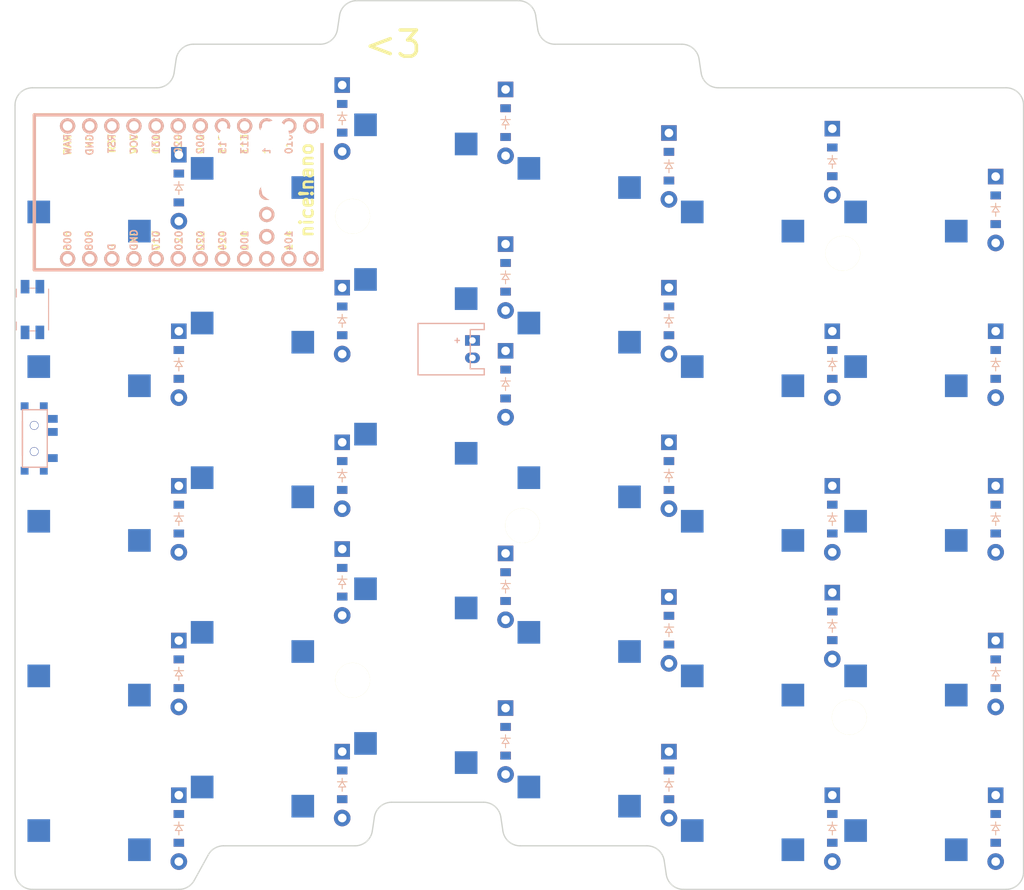
<source format=kicad_pcb>


(kicad_pcb (version 20171130) (host pcbnew 5.1.6)

  (page A3)
  (title_block
    (title "right")
    (rev "v1.0.0")
    (company "Unknown")
  )

  (general
    (thickness 1.6)
  )

  (layers
    (0 F.Cu signal)
    (31 B.Cu signal)
    (32 B.Adhes user)
    (33 F.Adhes user)
    (34 B.Paste user)
    (35 F.Paste user)
    (36 B.SilkS user)
    (37 F.SilkS user)
    (38 B.Mask user)
    (39 F.Mask user)
    (40 Dwgs.User user)
    (41 Cmts.User user)
    (42 Eco1.User user)
    (43 Eco2.User user)
    (44 Edge.Cuts user)
    (45 Margin user)
    (46 B.CrtYd user)
    (47 F.CrtYd user)
    (48 B.Fab user)
    (49 F.Fab user)
  )

  (setup
    (last_trace_width 0.25)
    (trace_clearance 0.2)
    (zone_clearance 0.508)
    (zone_45_only no)
    (trace_min 0.2)
    (via_size 0.8)
    (via_drill 0.4)
    (via_min_size 0.4)
    (via_min_drill 0.3)
    (uvia_size 0.3)
    (uvia_drill 0.1)
    (uvias_allowed no)
    (uvia_min_size 0.2)
    (uvia_min_drill 0.1)
    (edge_width 0.05)
    (segment_width 0.2)
    (pcb_text_width 0.3)
    (pcb_text_size 1.5 1.5)
    (mod_edge_width 0.12)
    (mod_text_size 1 1)
    (mod_text_width 0.15)
    (pad_size 1.524 1.524)
    (pad_drill 0.762)
    (pad_to_mask_clearance 0.05)
    (aux_axis_origin 0 0)
    (visible_elements FFFFFF7F)
    (pcbplotparams
      (layerselection 0x010fc_ffffffff)
      (usegerberextensions false)
      (usegerberattributes true)
      (usegerberadvancedattributes true)
      (creategerberjobfile true)
      (excludeedgelayer true)
      (linewidth 0.100000)
      (plotframeref false)
      (viasonmask false)
      (mode 1)
      (useauxorigin false)
      (hpglpennumber 1)
      (hpglpenspeed 20)
      (hpglpendiameter 15.000000)
      (psnegative false)
      (psa4output false)
      (plotreference true)
      (plotvalue true)
      (plotinvisibletext false)
      (padsonsilk false)
      (subtractmaskfromsilk false)
      (outputformat 1)
      (mirror false)
      (drillshape 1)
      (scaleselection 1)
      (outputdirectory ""))
  )

  (net 0 "")
(net 1 "P020")
(net 2 "mirror_first_mod")
(net 3 "mirror_first_bottom")
(net 4 "mirror_first_home")
(net 5 "mirror_first_top")
(net 6 "mirror_first_num")
(net 7 "P022")
(net 8 "mirror_second_mod")
(net 9 "mirror_second_bottom")
(net 10 "mirror_second_home")
(net 11 "mirror_second_top")
(net 12 "mirror_second_num")
(net 13 "P024")
(net 14 "mirror_third_mod")
(net 15 "mirror_third_bottom")
(net 16 "mirror_third_home")
(net 17 "mirror_third_top")
(net 18 "mirror_third_num")
(net 19 "P100")
(net 20 "mirror_fourth_mod")
(net 21 "mirror_fourth_bottom")
(net 22 "mirror_fourth_home")
(net 23 "mirror_fourth_top")
(net 24 "mirror_fourth_num")
(net 25 "P011")
(net 26 "mirror_fifth_mod")
(net 27 "mirror_fifth_bottom")
(net 28 "mirror_fifth_home")
(net 29 "mirror_fifth_top")
(net 30 "mirror_fifth_num")
(net 31 "P017")
(net 32 "mirror_sixth_mod")
(net 33 "mirror_sixth_bottom")
(net 34 "mirror_sixth_home")
(net 35 "mirror_sixth_top")
(net 36 "mirror_sixth_num")
(net 37 "P113")
(net 38 "P115")
(net 39 "P002")
(net 40 "P029")
(net 41 "P031")
(net 42 "RAW")
(net 43 "GND")
(net 44 "RST")
(net 45 "VCC")
(net 46 "P111")
(net 47 "P010")
(net 48 "P009")
(net 49 "P006")
(net 50 "P008")
(net 51 "P104")
(net 52 "P106")
(net 53 "P101")
(net 54 "P102")
(net 55 "P107")
(net 56 "pos")

  (net_class Default "This is the default net class."
    (clearance 0.2)
    (trace_width 0.25)
    (via_dia 0.8)
    (via_drill 0.4)
    (uvia_dia 0.3)
    (uvia_drill 0.1)
    (add_net "")
(add_net "P020")
(add_net "mirror_first_mod")
(add_net "mirror_first_bottom")
(add_net "mirror_first_home")
(add_net "mirror_first_top")
(add_net "mirror_first_num")
(add_net "P022")
(add_net "mirror_second_mod")
(add_net "mirror_second_bottom")
(add_net "mirror_second_home")
(add_net "mirror_second_top")
(add_net "mirror_second_num")
(add_net "P024")
(add_net "mirror_third_mod")
(add_net "mirror_third_bottom")
(add_net "mirror_third_home")
(add_net "mirror_third_top")
(add_net "mirror_third_num")
(add_net "P100")
(add_net "mirror_fourth_mod")
(add_net "mirror_fourth_bottom")
(add_net "mirror_fourth_home")
(add_net "mirror_fourth_top")
(add_net "mirror_fourth_num")
(add_net "P011")
(add_net "mirror_fifth_mod")
(add_net "mirror_fifth_bottom")
(add_net "mirror_fifth_home")
(add_net "mirror_fifth_top")
(add_net "mirror_fifth_num")
(add_net "P017")
(add_net "mirror_sixth_mod")
(add_net "mirror_sixth_bottom")
(add_net "mirror_sixth_home")
(add_net "mirror_sixth_top")
(add_net "mirror_sixth_num")
(add_net "P113")
(add_net "P115")
(add_net "P002")
(add_net "P029")
(add_net "P031")
(add_net "RAW")
(add_net "GND")
(add_net "RST")
(add_net "VCC")
(add_net "P111")
(add_net "P010")
(add_net "P009")
(add_net "P006")
(add_net "P008")
(add_net "P104")
(add_net "P106")
(add_net "P101")
(add_net "P102")
(add_net "P107")
(add_net "pos")
  )

  
        
      (module PG1350 (layer F.Cu) (tedit 5DD50112)
      (at 347.5 150 -180)

      
      (fp_text reference "S1" (at 0 0) (layer F.SilkS) hide (effects (font (size 1.27 1.27) (thickness 0.15))))
      (fp_text value "" (at 0 0) (layer F.SilkS) hide (effects (font (size 1.27 1.27) (thickness 0.15))))

      
      (fp_line (start -7 -6) (end -7 -7) (layer Dwgs.User) (width 0.15))
      (fp_line (start -7 7) (end -6 7) (layer Dwgs.User) (width 0.15))
      (fp_line (start -6 -7) (end -7 -7) (layer Dwgs.User) (width 0.15))
      (fp_line (start -7 7) (end -7 6) (layer Dwgs.User) (width 0.15))
      (fp_line (start 7 6) (end 7 7) (layer Dwgs.User) (width 0.15))
      (fp_line (start 7 -7) (end 6 -7) (layer Dwgs.User) (width 0.15))
      (fp_line (start 6 7) (end 7 7) (layer Dwgs.User) (width 0.15))
      (fp_line (start 7 -7) (end 7 -6) (layer Dwgs.User) (width 0.15))      
      
      
      (pad "" np_thru_hole circle (at 0 0) (size 3.429 3.429) (drill 3.429) (layers *.Cu *.Mask))
        
      
      (pad "" np_thru_hole circle (at 5.5 0) (size 1.7018 1.7018) (drill 1.7018) (layers *.Cu *.Mask))
      (pad "" np_thru_hole circle (at -5.5 0) (size 1.7018 1.7018) (drill 1.7018) (layers *.Cu *.Mask))
      
        
      
      (fp_line (start -9 -8.5) (end 9 -8.5) (layer Dwgs.User) (width 0.15))
      (fp_line (start 9 -8.5) (end 9 8.5) (layer Dwgs.User) (width 0.15))
      (fp_line (start 9 8.5) (end -9 8.5) (layer Dwgs.User) (width 0.15))
      (fp_line (start -9 8.5) (end -9 -8.5) (layer Dwgs.User) (width 0.15))
      
        
          
          (pad "" np_thru_hole circle (at 5 -3.75) (size 3 3) (drill 3) (layers *.Cu *.Mask))
          (pad "" np_thru_hole circle (at 0 -5.95) (size 3 3) (drill 3) (layers *.Cu *.Mask))
      
          
          (pad 1 smd rect (at -3.275 -5.95 -180) (size 2.6 2.6) (layers B.Cu B.Paste B.Mask)  (net 1 "P020"))
          (pad 2 smd rect (at 8.275 -3.75 -180) (size 2.6 2.6) (layers B.Cu B.Paste B.Mask)  (net 2 "mirror_first_mod"))
        )
        

        
      (module PG1350 (layer F.Cu) (tedit 5DD50112)
      (at 347.5 132.25 -180)

      
      (fp_text reference "S2" (at 0 0) (layer F.SilkS) hide (effects (font (size 1.27 1.27) (thickness 0.15))))
      (fp_text value "" (at 0 0) (layer F.SilkS) hide (effects (font (size 1.27 1.27) (thickness 0.15))))

      
      (fp_line (start -7 -6) (end -7 -7) (layer Dwgs.User) (width 0.15))
      (fp_line (start -7 7) (end -6 7) (layer Dwgs.User) (width 0.15))
      (fp_line (start -6 -7) (end -7 -7) (layer Dwgs.User) (width 0.15))
      (fp_line (start -7 7) (end -7 6) (layer Dwgs.User) (width 0.15))
      (fp_line (start 7 6) (end 7 7) (layer Dwgs.User) (width 0.15))
      (fp_line (start 7 -7) (end 6 -7) (layer Dwgs.User) (width 0.15))
      (fp_line (start 6 7) (end 7 7) (layer Dwgs.User) (width 0.15))
      (fp_line (start 7 -7) (end 7 -6) (layer Dwgs.User) (width 0.15))      
      
      
      (pad "" np_thru_hole circle (at 0 0) (size 3.429 3.429) (drill 3.429) (layers *.Cu *.Mask))
        
      
      (pad "" np_thru_hole circle (at 5.5 0) (size 1.7018 1.7018) (drill 1.7018) (layers *.Cu *.Mask))
      (pad "" np_thru_hole circle (at -5.5 0) (size 1.7018 1.7018) (drill 1.7018) (layers *.Cu *.Mask))
      
        
      
      (fp_line (start -9 -8.5) (end 9 -8.5) (layer Dwgs.User) (width 0.15))
      (fp_line (start 9 -8.5) (end 9 8.5) (layer Dwgs.User) (width 0.15))
      (fp_line (start 9 8.5) (end -9 8.5) (layer Dwgs.User) (width 0.15))
      (fp_line (start -9 8.5) (end -9 -8.5) (layer Dwgs.User) (width 0.15))
      
        
          
          (pad "" np_thru_hole circle (at 5 -3.75) (size 3 3) (drill 3) (layers *.Cu *.Mask))
          (pad "" np_thru_hole circle (at 0 -5.95) (size 3 3) (drill 3) (layers *.Cu *.Mask))
      
          
          (pad 1 smd rect (at -3.275 -5.95 -180) (size 2.6 2.6) (layers B.Cu B.Paste B.Mask)  (net 1 "P020"))
          (pad 2 smd rect (at 8.275 -3.75 -180) (size 2.6 2.6) (layers B.Cu B.Paste B.Mask)  (net 3 "mirror_first_bottom"))
        )
        

        
      (module PG1350 (layer F.Cu) (tedit 5DD50112)
      (at 347.5 114.5 -180)

      
      (fp_text reference "S3" (at 0 0) (layer F.SilkS) hide (effects (font (size 1.27 1.27) (thickness 0.15))))
      (fp_text value "" (at 0 0) (layer F.SilkS) hide (effects (font (size 1.27 1.27) (thickness 0.15))))

      
      (fp_line (start -7 -6) (end -7 -7) (layer Dwgs.User) (width 0.15))
      (fp_line (start -7 7) (end -6 7) (layer Dwgs.User) (width 0.15))
      (fp_line (start -6 -7) (end -7 -7) (layer Dwgs.User) (width 0.15))
      (fp_line (start -7 7) (end -7 6) (layer Dwgs.User) (width 0.15))
      (fp_line (start 7 6) (end 7 7) (layer Dwgs.User) (width 0.15))
      (fp_line (start 7 -7) (end 6 -7) (layer Dwgs.User) (width 0.15))
      (fp_line (start 6 7) (end 7 7) (layer Dwgs.User) (width 0.15))
      (fp_line (start 7 -7) (end 7 -6) (layer Dwgs.User) (width 0.15))      
      
      
      (pad "" np_thru_hole circle (at 0 0) (size 3.429 3.429) (drill 3.429) (layers *.Cu *.Mask))
        
      
      (pad "" np_thru_hole circle (at 5.5 0) (size 1.7018 1.7018) (drill 1.7018) (layers *.Cu *.Mask))
      (pad "" np_thru_hole circle (at -5.5 0) (size 1.7018 1.7018) (drill 1.7018) (layers *.Cu *.Mask))
      
        
      
      (fp_line (start -9 -8.5) (end 9 -8.5) (layer Dwgs.User) (width 0.15))
      (fp_line (start 9 -8.5) (end 9 8.5) (layer Dwgs.User) (width 0.15))
      (fp_line (start 9 8.5) (end -9 8.5) (layer Dwgs.User) (width 0.15))
      (fp_line (start -9 8.5) (end -9 -8.5) (layer Dwgs.User) (width 0.15))
      
        
          
          (pad "" np_thru_hole circle (at 5 -3.75) (size 3 3) (drill 3) (layers *.Cu *.Mask))
          (pad "" np_thru_hole circle (at 0 -5.95) (size 3 3) (drill 3) (layers *.Cu *.Mask))
      
          
          (pad 1 smd rect (at -3.275 -5.95 -180) (size 2.6 2.6) (layers B.Cu B.Paste B.Mask)  (net 1 "P020"))
          (pad 2 smd rect (at 8.275 -3.75 -180) (size 2.6 2.6) (layers B.Cu B.Paste B.Mask)  (net 4 "mirror_first_home"))
        )
        

        
      (module PG1350 (layer F.Cu) (tedit 5DD50112)
      (at 347.5 96.75 -180)

      
      (fp_text reference "S4" (at 0 0) (layer F.SilkS) hide (effects (font (size 1.27 1.27) (thickness 0.15))))
      (fp_text value "" (at 0 0) (layer F.SilkS) hide (effects (font (size 1.27 1.27) (thickness 0.15))))

      
      (fp_line (start -7 -6) (end -7 -7) (layer Dwgs.User) (width 0.15))
      (fp_line (start -7 7) (end -6 7) (layer Dwgs.User) (width 0.15))
      (fp_line (start -6 -7) (end -7 -7) (layer Dwgs.User) (width 0.15))
      (fp_line (start -7 7) (end -7 6) (layer Dwgs.User) (width 0.15))
      (fp_line (start 7 6) (end 7 7) (layer Dwgs.User) (width 0.15))
      (fp_line (start 7 -7) (end 6 -7) (layer Dwgs.User) (width 0.15))
      (fp_line (start 6 7) (end 7 7) (layer Dwgs.User) (width 0.15))
      (fp_line (start 7 -7) (end 7 -6) (layer Dwgs.User) (width 0.15))      
      
      
      (pad "" np_thru_hole circle (at 0 0) (size 3.429 3.429) (drill 3.429) (layers *.Cu *.Mask))
        
      
      (pad "" np_thru_hole circle (at 5.5 0) (size 1.7018 1.7018) (drill 1.7018) (layers *.Cu *.Mask))
      (pad "" np_thru_hole circle (at -5.5 0) (size 1.7018 1.7018) (drill 1.7018) (layers *.Cu *.Mask))
      
        
      
      (fp_line (start -9 -8.5) (end 9 -8.5) (layer Dwgs.User) (width 0.15))
      (fp_line (start 9 -8.5) (end 9 8.5) (layer Dwgs.User) (width 0.15))
      (fp_line (start 9 8.5) (end -9 8.5) (layer Dwgs.User) (width 0.15))
      (fp_line (start -9 8.5) (end -9 -8.5) (layer Dwgs.User) (width 0.15))
      
        
          
          (pad "" np_thru_hole circle (at 5 -3.75) (size 3 3) (drill 3) (layers *.Cu *.Mask))
          (pad "" np_thru_hole circle (at 0 -5.95) (size 3 3) (drill 3) (layers *.Cu *.Mask))
      
          
          (pad 1 smd rect (at -3.275 -5.95 -180) (size 2.6 2.6) (layers B.Cu B.Paste B.Mask)  (net 1 "P020"))
          (pad 2 smd rect (at 8.275 -3.75 -180) (size 2.6 2.6) (layers B.Cu B.Paste B.Mask)  (net 5 "mirror_first_top"))
        )
        

        
      (module PG1350 (layer F.Cu) (tedit 5DD50112)
      (at 347.5 79 -180)

      
      (fp_text reference "S5" (at 0 0) (layer F.SilkS) hide (effects (font (size 1.27 1.27) (thickness 0.15))))
      (fp_text value "" (at 0 0) (layer F.SilkS) hide (effects (font (size 1.27 1.27) (thickness 0.15))))

      
      (fp_line (start -7 -6) (end -7 -7) (layer Dwgs.User) (width 0.15))
      (fp_line (start -7 7) (end -6 7) (layer Dwgs.User) (width 0.15))
      (fp_line (start -6 -7) (end -7 -7) (layer Dwgs.User) (width 0.15))
      (fp_line (start -7 7) (end -7 6) (layer Dwgs.User) (width 0.15))
      (fp_line (start 7 6) (end 7 7) (layer Dwgs.User) (width 0.15))
      (fp_line (start 7 -7) (end 6 -7) (layer Dwgs.User) (width 0.15))
      (fp_line (start 6 7) (end 7 7) (layer Dwgs.User) (width 0.15))
      (fp_line (start 7 -7) (end 7 -6) (layer Dwgs.User) (width 0.15))      
      
      
      (pad "" np_thru_hole circle (at 0 0) (size 3.429 3.429) (drill 3.429) (layers *.Cu *.Mask))
        
      
      (pad "" np_thru_hole circle (at 5.5 0) (size 1.7018 1.7018) (drill 1.7018) (layers *.Cu *.Mask))
      (pad "" np_thru_hole circle (at -5.5 0) (size 1.7018 1.7018) (drill 1.7018) (layers *.Cu *.Mask))
      
        
      
      (fp_line (start -9 -8.5) (end 9 -8.5) (layer Dwgs.User) (width 0.15))
      (fp_line (start 9 -8.5) (end 9 8.5) (layer Dwgs.User) (width 0.15))
      (fp_line (start 9 8.5) (end -9 8.5) (layer Dwgs.User) (width 0.15))
      (fp_line (start -9 8.5) (end -9 -8.5) (layer Dwgs.User) (width 0.15))
      
        
          
          (pad "" np_thru_hole circle (at 5 -3.75) (size 3 3) (drill 3) (layers *.Cu *.Mask))
          (pad "" np_thru_hole circle (at 0 -5.95) (size 3 3) (drill 3) (layers *.Cu *.Mask))
      
          
          (pad 1 smd rect (at -3.275 -5.95 -180) (size 2.6 2.6) (layers B.Cu B.Paste B.Mask)  (net 1 "P020"))
          (pad 2 smd rect (at 8.275 -3.75 -180) (size 2.6 2.6) (layers B.Cu B.Paste B.Mask)  (net 6 "mirror_first_num"))
        )
        

        
      (module PG1350 (layer F.Cu) (tedit 5DD50112)
      (at 328.75 150 -180)

      
      (fp_text reference "S6" (at 0 0) (layer F.SilkS) hide (effects (font (size 1.27 1.27) (thickness 0.15))))
      (fp_text value "" (at 0 0) (layer F.SilkS) hide (effects (font (size 1.27 1.27) (thickness 0.15))))

      
      (fp_line (start -7 -6) (end -7 -7) (layer Dwgs.User) (width 0.15))
      (fp_line (start -7 7) (end -6 7) (layer Dwgs.User) (width 0.15))
      (fp_line (start -6 -7) (end -7 -7) (layer Dwgs.User) (width 0.15))
      (fp_line (start -7 7) (end -7 6) (layer Dwgs.User) (width 0.15))
      (fp_line (start 7 6) (end 7 7) (layer Dwgs.User) (width 0.15))
      (fp_line (start 7 -7) (end 6 -7) (layer Dwgs.User) (width 0.15))
      (fp_line (start 6 7) (end 7 7) (layer Dwgs.User) (width 0.15))
      (fp_line (start 7 -7) (end 7 -6) (layer Dwgs.User) (width 0.15))      
      
      
      (pad "" np_thru_hole circle (at 0 0) (size 3.429 3.429) (drill 3.429) (layers *.Cu *.Mask))
        
      
      (pad "" np_thru_hole circle (at 5.5 0) (size 1.7018 1.7018) (drill 1.7018) (layers *.Cu *.Mask))
      (pad "" np_thru_hole circle (at -5.5 0) (size 1.7018 1.7018) (drill 1.7018) (layers *.Cu *.Mask))
      
        
      
      (fp_line (start -9 -8.5) (end 9 -8.5) (layer Dwgs.User) (width 0.15))
      (fp_line (start 9 -8.5) (end 9 8.5) (layer Dwgs.User) (width 0.15))
      (fp_line (start 9 8.5) (end -9 8.5) (layer Dwgs.User) (width 0.15))
      (fp_line (start -9 8.5) (end -9 -8.5) (layer Dwgs.User) (width 0.15))
      
        
          
          (pad "" np_thru_hole circle (at 5 -3.75) (size 3 3) (drill 3) (layers *.Cu *.Mask))
          (pad "" np_thru_hole circle (at 0 -5.95) (size 3 3) (drill 3) (layers *.Cu *.Mask))
      
          
          (pad 1 smd rect (at -3.275 -5.95 -180) (size 2.6 2.6) (layers B.Cu B.Paste B.Mask)  (net 7 "P022"))
          (pad 2 smd rect (at 8.275 -3.75 -180) (size 2.6 2.6) (layers B.Cu B.Paste B.Mask)  (net 8 "mirror_second_mod"))
        )
        

        
      (module PG1350 (layer F.Cu) (tedit 5DD50112)
      (at 328.75 132.25 -180)

      
      (fp_text reference "S7" (at 0 0) (layer F.SilkS) hide (effects (font (size 1.27 1.27) (thickness 0.15))))
      (fp_text value "" (at 0 0) (layer F.SilkS) hide (effects (font (size 1.27 1.27) (thickness 0.15))))

      
      (fp_line (start -7 -6) (end -7 -7) (layer Dwgs.User) (width 0.15))
      (fp_line (start -7 7) (end -6 7) (layer Dwgs.User) (width 0.15))
      (fp_line (start -6 -7) (end -7 -7) (layer Dwgs.User) (width 0.15))
      (fp_line (start -7 7) (end -7 6) (layer Dwgs.User) (width 0.15))
      (fp_line (start 7 6) (end 7 7) (layer Dwgs.User) (width 0.15))
      (fp_line (start 7 -7) (end 6 -7) (layer Dwgs.User) (width 0.15))
      (fp_line (start 6 7) (end 7 7) (layer Dwgs.User) (width 0.15))
      (fp_line (start 7 -7) (end 7 -6) (layer Dwgs.User) (width 0.15))      
      
      
      (pad "" np_thru_hole circle (at 0 0) (size 3.429 3.429) (drill 3.429) (layers *.Cu *.Mask))
        
      
      (pad "" np_thru_hole circle (at 5.5 0) (size 1.7018 1.7018) (drill 1.7018) (layers *.Cu *.Mask))
      (pad "" np_thru_hole circle (at -5.5 0) (size 1.7018 1.7018) (drill 1.7018) (layers *.Cu *.Mask))
      
        
      
      (fp_line (start -9 -8.5) (end 9 -8.5) (layer Dwgs.User) (width 0.15))
      (fp_line (start 9 -8.5) (end 9 8.5) (layer Dwgs.User) (width 0.15))
      (fp_line (start 9 8.5) (end -9 8.5) (layer Dwgs.User) (width 0.15))
      (fp_line (start -9 8.5) (end -9 -8.5) (layer Dwgs.User) (width 0.15))
      
        
          
          (pad "" np_thru_hole circle (at 5 -3.75) (size 3 3) (drill 3) (layers *.Cu *.Mask))
          (pad "" np_thru_hole circle (at 0 -5.95) (size 3 3) (drill 3) (layers *.Cu *.Mask))
      
          
          (pad 1 smd rect (at -3.275 -5.95 -180) (size 2.6 2.6) (layers B.Cu B.Paste B.Mask)  (net 7 "P022"))
          (pad 2 smd rect (at 8.275 -3.75 -180) (size 2.6 2.6) (layers B.Cu B.Paste B.Mask)  (net 9 "mirror_second_bottom"))
        )
        

        
      (module PG1350 (layer F.Cu) (tedit 5DD50112)
      (at 328.75 114.5 -180)

      
      (fp_text reference "S8" (at 0 0) (layer F.SilkS) hide (effects (font (size 1.27 1.27) (thickness 0.15))))
      (fp_text value "" (at 0 0) (layer F.SilkS) hide (effects (font (size 1.27 1.27) (thickness 0.15))))

      
      (fp_line (start -7 -6) (end -7 -7) (layer Dwgs.User) (width 0.15))
      (fp_line (start -7 7) (end -6 7) (layer Dwgs.User) (width 0.15))
      (fp_line (start -6 -7) (end -7 -7) (layer Dwgs.User) (width 0.15))
      (fp_line (start -7 7) (end -7 6) (layer Dwgs.User) (width 0.15))
      (fp_line (start 7 6) (end 7 7) (layer Dwgs.User) (width 0.15))
      (fp_line (start 7 -7) (end 6 -7) (layer Dwgs.User) (width 0.15))
      (fp_line (start 6 7) (end 7 7) (layer Dwgs.User) (width 0.15))
      (fp_line (start 7 -7) (end 7 -6) (layer Dwgs.User) (width 0.15))      
      
      
      (pad "" np_thru_hole circle (at 0 0) (size 3.429 3.429) (drill 3.429) (layers *.Cu *.Mask))
        
      
      (pad "" np_thru_hole circle (at 5.5 0) (size 1.7018 1.7018) (drill 1.7018) (layers *.Cu *.Mask))
      (pad "" np_thru_hole circle (at -5.5 0) (size 1.7018 1.7018) (drill 1.7018) (layers *.Cu *.Mask))
      
        
      
      (fp_line (start -9 -8.5) (end 9 -8.5) (layer Dwgs.User) (width 0.15))
      (fp_line (start 9 -8.5) (end 9 8.5) (layer Dwgs.User) (width 0.15))
      (fp_line (start 9 8.5) (end -9 8.5) (layer Dwgs.User) (width 0.15))
      (fp_line (start -9 8.5) (end -9 -8.5) (layer Dwgs.User) (width 0.15))
      
        
          
          (pad "" np_thru_hole circle (at 5 -3.75) (size 3 3) (drill 3) (layers *.Cu *.Mask))
          (pad "" np_thru_hole circle (at 0 -5.95) (size 3 3) (drill 3) (layers *.Cu *.Mask))
      
          
          (pad 1 smd rect (at -3.275 -5.95 -180) (size 2.6 2.6) (layers B.Cu B.Paste B.Mask)  (net 7 "P022"))
          (pad 2 smd rect (at 8.275 -3.75 -180) (size 2.6 2.6) (layers B.Cu B.Paste B.Mask)  (net 10 "mirror_second_home"))
        )
        

        
      (module PG1350 (layer F.Cu) (tedit 5DD50112)
      (at 328.75 96.75 -180)

      
      (fp_text reference "S9" (at 0 0) (layer F.SilkS) hide (effects (font (size 1.27 1.27) (thickness 0.15))))
      (fp_text value "" (at 0 0) (layer F.SilkS) hide (effects (font (size 1.27 1.27) (thickness 0.15))))

      
      (fp_line (start -7 -6) (end -7 -7) (layer Dwgs.User) (width 0.15))
      (fp_line (start -7 7) (end -6 7) (layer Dwgs.User) (width 0.15))
      (fp_line (start -6 -7) (end -7 -7) (layer Dwgs.User) (width 0.15))
      (fp_line (start -7 7) (end -7 6) (layer Dwgs.User) (width 0.15))
      (fp_line (start 7 6) (end 7 7) (layer Dwgs.User) (width 0.15))
      (fp_line (start 7 -7) (end 6 -7) (layer Dwgs.User) (width 0.15))
      (fp_line (start 6 7) (end 7 7) (layer Dwgs.User) (width 0.15))
      (fp_line (start 7 -7) (end 7 -6) (layer Dwgs.User) (width 0.15))      
      
      
      (pad "" np_thru_hole circle (at 0 0) (size 3.429 3.429) (drill 3.429) (layers *.Cu *.Mask))
        
      
      (pad "" np_thru_hole circle (at 5.5 0) (size 1.7018 1.7018) (drill 1.7018) (layers *.Cu *.Mask))
      (pad "" np_thru_hole circle (at -5.5 0) (size 1.7018 1.7018) (drill 1.7018) (layers *.Cu *.Mask))
      
        
      
      (fp_line (start -9 -8.5) (end 9 -8.5) (layer Dwgs.User) (width 0.15))
      (fp_line (start 9 -8.5) (end 9 8.5) (layer Dwgs.User) (width 0.15))
      (fp_line (start 9 8.5) (end -9 8.5) (layer Dwgs.User) (width 0.15))
      (fp_line (start -9 8.5) (end -9 -8.5) (layer Dwgs.User) (width 0.15))
      
        
          
          (pad "" np_thru_hole circle (at 5 -3.75) (size 3 3) (drill 3) (layers *.Cu *.Mask))
          (pad "" np_thru_hole circle (at 0 -5.95) (size 3 3) (drill 3) (layers *.Cu *.Mask))
      
          
          (pad 1 smd rect (at -3.275 -5.95 -180) (size 2.6 2.6) (layers B.Cu B.Paste B.Mask)  (net 7 "P022"))
          (pad 2 smd rect (at 8.275 -3.75 -180) (size 2.6 2.6) (layers B.Cu B.Paste B.Mask)  (net 11 "mirror_second_top"))
        )
        

        
      (module PG1350 (layer F.Cu) (tedit 5DD50112)
      (at 328.75 79 -180)

      
      (fp_text reference "S10" (at 0 0) (layer F.SilkS) hide (effects (font (size 1.27 1.27) (thickness 0.15))))
      (fp_text value "" (at 0 0) (layer F.SilkS) hide (effects (font (size 1.27 1.27) (thickness 0.15))))

      
      (fp_line (start -7 -6) (end -7 -7) (layer Dwgs.User) (width 0.15))
      (fp_line (start -7 7) (end -6 7) (layer Dwgs.User) (width 0.15))
      (fp_line (start -6 -7) (end -7 -7) (layer Dwgs.User) (width 0.15))
      (fp_line (start -7 7) (end -7 6) (layer Dwgs.User) (width 0.15))
      (fp_line (start 7 6) (end 7 7) (layer Dwgs.User) (width 0.15))
      (fp_line (start 7 -7) (end 6 -7) (layer Dwgs.User) (width 0.15))
      (fp_line (start 6 7) (end 7 7) (layer Dwgs.User) (width 0.15))
      (fp_line (start 7 -7) (end 7 -6) (layer Dwgs.User) (width 0.15))      
      
      
      (pad "" np_thru_hole circle (at 0 0) (size 3.429 3.429) (drill 3.429) (layers *.Cu *.Mask))
        
      
      (pad "" np_thru_hole circle (at 5.5 0) (size 1.7018 1.7018) (drill 1.7018) (layers *.Cu *.Mask))
      (pad "" np_thru_hole circle (at -5.5 0) (size 1.7018 1.7018) (drill 1.7018) (layers *.Cu *.Mask))
      
        
      
      (fp_line (start -9 -8.5) (end 9 -8.5) (layer Dwgs.User) (width 0.15))
      (fp_line (start 9 -8.5) (end 9 8.5) (layer Dwgs.User) (width 0.15))
      (fp_line (start 9 8.5) (end -9 8.5) (layer Dwgs.User) (width 0.15))
      (fp_line (start -9 8.5) (end -9 -8.5) (layer Dwgs.User) (width 0.15))
      
        
          
          (pad "" np_thru_hole circle (at 5 -3.75) (size 3 3) (drill 3) (layers *.Cu *.Mask))
          (pad "" np_thru_hole circle (at 0 -5.95) (size 3 3) (drill 3) (layers *.Cu *.Mask))
      
          
          (pad 1 smd rect (at -3.275 -5.95 -180) (size 2.6 2.6) (layers B.Cu B.Paste B.Mask)  (net 7 "P022"))
          (pad 2 smd rect (at 8.275 -3.75 -180) (size 2.6 2.6) (layers B.Cu B.Paste B.Mask)  (net 12 "mirror_second_num"))
        )
        

        
      (module PG1350 (layer F.Cu) (tedit 5DD50112)
      (at 310 145 -180)

      
      (fp_text reference "S11" (at 0 0) (layer F.SilkS) hide (effects (font (size 1.27 1.27) (thickness 0.15))))
      (fp_text value "" (at 0 0) (layer F.SilkS) hide (effects (font (size 1.27 1.27) (thickness 0.15))))

      
      (fp_line (start -7 -6) (end -7 -7) (layer Dwgs.User) (width 0.15))
      (fp_line (start -7 7) (end -6 7) (layer Dwgs.User) (width 0.15))
      (fp_line (start -6 -7) (end -7 -7) (layer Dwgs.User) (width 0.15))
      (fp_line (start -7 7) (end -7 6) (layer Dwgs.User) (width 0.15))
      (fp_line (start 7 6) (end 7 7) (layer Dwgs.User) (width 0.15))
      (fp_line (start 7 -7) (end 6 -7) (layer Dwgs.User) (width 0.15))
      (fp_line (start 6 7) (end 7 7) (layer Dwgs.User) (width 0.15))
      (fp_line (start 7 -7) (end 7 -6) (layer Dwgs.User) (width 0.15))      
      
      
      (pad "" np_thru_hole circle (at 0 0) (size 3.429 3.429) (drill 3.429) (layers *.Cu *.Mask))
        
      
      (pad "" np_thru_hole circle (at 5.5 0) (size 1.7018 1.7018) (drill 1.7018) (layers *.Cu *.Mask))
      (pad "" np_thru_hole circle (at -5.5 0) (size 1.7018 1.7018) (drill 1.7018) (layers *.Cu *.Mask))
      
        
      
      (fp_line (start -9 -8.5) (end 9 -8.5) (layer Dwgs.User) (width 0.15))
      (fp_line (start 9 -8.5) (end 9 8.5) (layer Dwgs.User) (width 0.15))
      (fp_line (start 9 8.5) (end -9 8.5) (layer Dwgs.User) (width 0.15))
      (fp_line (start -9 8.5) (end -9 -8.5) (layer Dwgs.User) (width 0.15))
      
        
          
          (pad "" np_thru_hole circle (at 5 -3.75) (size 3 3) (drill 3) (layers *.Cu *.Mask))
          (pad "" np_thru_hole circle (at 0 -5.95) (size 3 3) (drill 3) (layers *.Cu *.Mask))
      
          
          (pad 1 smd rect (at -3.275 -5.95 -180) (size 2.6 2.6) (layers B.Cu B.Paste B.Mask)  (net 13 "P024"))
          (pad 2 smd rect (at 8.275 -3.75 -180) (size 2.6 2.6) (layers B.Cu B.Paste B.Mask)  (net 14 "mirror_third_mod"))
        )
        

        
      (module PG1350 (layer F.Cu) (tedit 5DD50112)
      (at 310 127.25 -180)

      
      (fp_text reference "S12" (at 0 0) (layer F.SilkS) hide (effects (font (size 1.27 1.27) (thickness 0.15))))
      (fp_text value "" (at 0 0) (layer F.SilkS) hide (effects (font (size 1.27 1.27) (thickness 0.15))))

      
      (fp_line (start -7 -6) (end -7 -7) (layer Dwgs.User) (width 0.15))
      (fp_line (start -7 7) (end -6 7) (layer Dwgs.User) (width 0.15))
      (fp_line (start -6 -7) (end -7 -7) (layer Dwgs.User) (width 0.15))
      (fp_line (start -7 7) (end -7 6) (layer Dwgs.User) (width 0.15))
      (fp_line (start 7 6) (end 7 7) (layer Dwgs.User) (width 0.15))
      (fp_line (start 7 -7) (end 6 -7) (layer Dwgs.User) (width 0.15))
      (fp_line (start 6 7) (end 7 7) (layer Dwgs.User) (width 0.15))
      (fp_line (start 7 -7) (end 7 -6) (layer Dwgs.User) (width 0.15))      
      
      
      (pad "" np_thru_hole circle (at 0 0) (size 3.429 3.429) (drill 3.429) (layers *.Cu *.Mask))
        
      
      (pad "" np_thru_hole circle (at 5.5 0) (size 1.7018 1.7018) (drill 1.7018) (layers *.Cu *.Mask))
      (pad "" np_thru_hole circle (at -5.5 0) (size 1.7018 1.7018) (drill 1.7018) (layers *.Cu *.Mask))
      
        
      
      (fp_line (start -9 -8.5) (end 9 -8.5) (layer Dwgs.User) (width 0.15))
      (fp_line (start 9 -8.5) (end 9 8.5) (layer Dwgs.User) (width 0.15))
      (fp_line (start 9 8.5) (end -9 8.5) (layer Dwgs.User) (width 0.15))
      (fp_line (start -9 8.5) (end -9 -8.5) (layer Dwgs.User) (width 0.15))
      
        
          
          (pad "" np_thru_hole circle (at 5 -3.75) (size 3 3) (drill 3) (layers *.Cu *.Mask))
          (pad "" np_thru_hole circle (at 0 -5.95) (size 3 3) (drill 3) (layers *.Cu *.Mask))
      
          
          (pad 1 smd rect (at -3.275 -5.95 -180) (size 2.6 2.6) (layers B.Cu B.Paste B.Mask)  (net 13 "P024"))
          (pad 2 smd rect (at 8.275 -3.75 -180) (size 2.6 2.6) (layers B.Cu B.Paste B.Mask)  (net 15 "mirror_third_bottom"))
        )
        

        
      (module PG1350 (layer F.Cu) (tedit 5DD50112)
      (at 310 109.5 -180)

      
      (fp_text reference "S13" (at 0 0) (layer F.SilkS) hide (effects (font (size 1.27 1.27) (thickness 0.15))))
      (fp_text value "" (at 0 0) (layer F.SilkS) hide (effects (font (size 1.27 1.27) (thickness 0.15))))

      
      (fp_line (start -7 -6) (end -7 -7) (layer Dwgs.User) (width 0.15))
      (fp_line (start -7 7) (end -6 7) (layer Dwgs.User) (width 0.15))
      (fp_line (start -6 -7) (end -7 -7) (layer Dwgs.User) (width 0.15))
      (fp_line (start -7 7) (end -7 6) (layer Dwgs.User) (width 0.15))
      (fp_line (start 7 6) (end 7 7) (layer Dwgs.User) (width 0.15))
      (fp_line (start 7 -7) (end 6 -7) (layer Dwgs.User) (width 0.15))
      (fp_line (start 6 7) (end 7 7) (layer Dwgs.User) (width 0.15))
      (fp_line (start 7 -7) (end 7 -6) (layer Dwgs.User) (width 0.15))      
      
      
      (pad "" np_thru_hole circle (at 0 0) (size 3.429 3.429) (drill 3.429) (layers *.Cu *.Mask))
        
      
      (pad "" np_thru_hole circle (at 5.5 0) (size 1.7018 1.7018) (drill 1.7018) (layers *.Cu *.Mask))
      (pad "" np_thru_hole circle (at -5.5 0) (size 1.7018 1.7018) (drill 1.7018) (layers *.Cu *.Mask))
      
        
      
      (fp_line (start -9 -8.5) (end 9 -8.5) (layer Dwgs.User) (width 0.15))
      (fp_line (start 9 -8.5) (end 9 8.5) (layer Dwgs.User) (width 0.15))
      (fp_line (start 9 8.5) (end -9 8.5) (layer Dwgs.User) (width 0.15))
      (fp_line (start -9 8.5) (end -9 -8.5) (layer Dwgs.User) (width 0.15))
      
        
          
          (pad "" np_thru_hole circle (at 5 -3.75) (size 3 3) (drill 3) (layers *.Cu *.Mask))
          (pad "" np_thru_hole circle (at 0 -5.95) (size 3 3) (drill 3) (layers *.Cu *.Mask))
      
          
          (pad 1 smd rect (at -3.275 -5.95 -180) (size 2.6 2.6) (layers B.Cu B.Paste B.Mask)  (net 13 "P024"))
          (pad 2 smd rect (at 8.275 -3.75 -180) (size 2.6 2.6) (layers B.Cu B.Paste B.Mask)  (net 16 "mirror_third_home"))
        )
        

        
      (module PG1350 (layer F.Cu) (tedit 5DD50112)
      (at 310 91.75 -180)

      
      (fp_text reference "S14" (at 0 0) (layer F.SilkS) hide (effects (font (size 1.27 1.27) (thickness 0.15))))
      (fp_text value "" (at 0 0) (layer F.SilkS) hide (effects (font (size 1.27 1.27) (thickness 0.15))))

      
      (fp_line (start -7 -6) (end -7 -7) (layer Dwgs.User) (width 0.15))
      (fp_line (start -7 7) (end -6 7) (layer Dwgs.User) (width 0.15))
      (fp_line (start -6 -7) (end -7 -7) (layer Dwgs.User) (width 0.15))
      (fp_line (start -7 7) (end -7 6) (layer Dwgs.User) (width 0.15))
      (fp_line (start 7 6) (end 7 7) (layer Dwgs.User) (width 0.15))
      (fp_line (start 7 -7) (end 6 -7) (layer Dwgs.User) (width 0.15))
      (fp_line (start 6 7) (end 7 7) (layer Dwgs.User) (width 0.15))
      (fp_line (start 7 -7) (end 7 -6) (layer Dwgs.User) (width 0.15))      
      
      
      (pad "" np_thru_hole circle (at 0 0) (size 3.429 3.429) (drill 3.429) (layers *.Cu *.Mask))
        
      
      (pad "" np_thru_hole circle (at 5.5 0) (size 1.7018 1.7018) (drill 1.7018) (layers *.Cu *.Mask))
      (pad "" np_thru_hole circle (at -5.5 0) (size 1.7018 1.7018) (drill 1.7018) (layers *.Cu *.Mask))
      
        
      
      (fp_line (start -9 -8.5) (end 9 -8.5) (layer Dwgs.User) (width 0.15))
      (fp_line (start 9 -8.5) (end 9 8.5) (layer Dwgs.User) (width 0.15))
      (fp_line (start 9 8.5) (end -9 8.5) (layer Dwgs.User) (width 0.15))
      (fp_line (start -9 8.5) (end -9 -8.5) (layer Dwgs.User) (width 0.15))
      
        
          
          (pad "" np_thru_hole circle (at 5 -3.75) (size 3 3) (drill 3) (layers *.Cu *.Mask))
          (pad "" np_thru_hole circle (at 0 -5.95) (size 3 3) (drill 3) (layers *.Cu *.Mask))
      
          
          (pad 1 smd rect (at -3.275 -5.95 -180) (size 2.6 2.6) (layers B.Cu B.Paste B.Mask)  (net 13 "P024"))
          (pad 2 smd rect (at 8.275 -3.75 -180) (size 2.6 2.6) (layers B.Cu B.Paste B.Mask)  (net 17 "mirror_third_top"))
        )
        

        
      (module PG1350 (layer F.Cu) (tedit 5DD50112)
      (at 310 74 -180)

      
      (fp_text reference "S15" (at 0 0) (layer F.SilkS) hide (effects (font (size 1.27 1.27) (thickness 0.15))))
      (fp_text value "" (at 0 0) (layer F.SilkS) hide (effects (font (size 1.27 1.27) (thickness 0.15))))

      
      (fp_line (start -7 -6) (end -7 -7) (layer Dwgs.User) (width 0.15))
      (fp_line (start -7 7) (end -6 7) (layer Dwgs.User) (width 0.15))
      (fp_line (start -6 -7) (end -7 -7) (layer Dwgs.User) (width 0.15))
      (fp_line (start -7 7) (end -7 6) (layer Dwgs.User) (width 0.15))
      (fp_line (start 7 6) (end 7 7) (layer Dwgs.User) (width 0.15))
      (fp_line (start 7 -7) (end 6 -7) (layer Dwgs.User) (width 0.15))
      (fp_line (start 6 7) (end 7 7) (layer Dwgs.User) (width 0.15))
      (fp_line (start 7 -7) (end 7 -6) (layer Dwgs.User) (width 0.15))      
      
      
      (pad "" np_thru_hole circle (at 0 0) (size 3.429 3.429) (drill 3.429) (layers *.Cu *.Mask))
        
      
      (pad "" np_thru_hole circle (at 5.5 0) (size 1.7018 1.7018) (drill 1.7018) (layers *.Cu *.Mask))
      (pad "" np_thru_hole circle (at -5.5 0) (size 1.7018 1.7018) (drill 1.7018) (layers *.Cu *.Mask))
      
        
      
      (fp_line (start -9 -8.5) (end 9 -8.5) (layer Dwgs.User) (width 0.15))
      (fp_line (start 9 -8.5) (end 9 8.5) (layer Dwgs.User) (width 0.15))
      (fp_line (start 9 8.5) (end -9 8.5) (layer Dwgs.User) (width 0.15))
      (fp_line (start -9 8.5) (end -9 -8.5) (layer Dwgs.User) (width 0.15))
      
        
          
          (pad "" np_thru_hole circle (at 5 -3.75) (size 3 3) (drill 3) (layers *.Cu *.Mask))
          (pad "" np_thru_hole circle (at 0 -5.95) (size 3 3) (drill 3) (layers *.Cu *.Mask))
      
          
          (pad 1 smd rect (at -3.275 -5.95 -180) (size 2.6 2.6) (layers B.Cu B.Paste B.Mask)  (net 13 "P024"))
          (pad 2 smd rect (at 8.275 -3.75 -180) (size 2.6 2.6) (layers B.Cu B.Paste B.Mask)  (net 18 "mirror_third_num"))
        )
        

        
      (module PG1350 (layer F.Cu) (tedit 5DD50112)
      (at 291.25 140 -180)

      
      (fp_text reference "S16" (at 0 0) (layer F.SilkS) hide (effects (font (size 1.27 1.27) (thickness 0.15))))
      (fp_text value "" (at 0 0) (layer F.SilkS) hide (effects (font (size 1.27 1.27) (thickness 0.15))))

      
      (fp_line (start -7 -6) (end -7 -7) (layer Dwgs.User) (width 0.15))
      (fp_line (start -7 7) (end -6 7) (layer Dwgs.User) (width 0.15))
      (fp_line (start -6 -7) (end -7 -7) (layer Dwgs.User) (width 0.15))
      (fp_line (start -7 7) (end -7 6) (layer Dwgs.User) (width 0.15))
      (fp_line (start 7 6) (end 7 7) (layer Dwgs.User) (width 0.15))
      (fp_line (start 7 -7) (end 6 -7) (layer Dwgs.User) (width 0.15))
      (fp_line (start 6 7) (end 7 7) (layer Dwgs.User) (width 0.15))
      (fp_line (start 7 -7) (end 7 -6) (layer Dwgs.User) (width 0.15))      
      
      
      (pad "" np_thru_hole circle (at 0 0) (size 3.429 3.429) (drill 3.429) (layers *.Cu *.Mask))
        
      
      (pad "" np_thru_hole circle (at 5.5 0) (size 1.7018 1.7018) (drill 1.7018) (layers *.Cu *.Mask))
      (pad "" np_thru_hole circle (at -5.5 0) (size 1.7018 1.7018) (drill 1.7018) (layers *.Cu *.Mask))
      
        
      
      (fp_line (start -9 -8.5) (end 9 -8.5) (layer Dwgs.User) (width 0.15))
      (fp_line (start 9 -8.5) (end 9 8.5) (layer Dwgs.User) (width 0.15))
      (fp_line (start 9 8.5) (end -9 8.5) (layer Dwgs.User) (width 0.15))
      (fp_line (start -9 8.5) (end -9 -8.5) (layer Dwgs.User) (width 0.15))
      
        
          
          (pad "" np_thru_hole circle (at 5 -3.75) (size 3 3) (drill 3) (layers *.Cu *.Mask))
          (pad "" np_thru_hole circle (at 0 -5.95) (size 3 3) (drill 3) (layers *.Cu *.Mask))
      
          
          (pad 1 smd rect (at -3.275 -5.95 -180) (size 2.6 2.6) (layers B.Cu B.Paste B.Mask)  (net 19 "P100"))
          (pad 2 smd rect (at 8.275 -3.75 -180) (size 2.6 2.6) (layers B.Cu B.Paste B.Mask)  (net 20 "mirror_fourth_mod"))
        )
        

        
      (module PG1350 (layer F.Cu) (tedit 5DD50112)
      (at 291.25 122.25 -180)

      
      (fp_text reference "S17" (at 0 0) (layer F.SilkS) hide (effects (font (size 1.27 1.27) (thickness 0.15))))
      (fp_text value "" (at 0 0) (layer F.SilkS) hide (effects (font (size 1.27 1.27) (thickness 0.15))))

      
      (fp_line (start -7 -6) (end -7 -7) (layer Dwgs.User) (width 0.15))
      (fp_line (start -7 7) (end -6 7) (layer Dwgs.User) (width 0.15))
      (fp_line (start -6 -7) (end -7 -7) (layer Dwgs.User) (width 0.15))
      (fp_line (start -7 7) (end -7 6) (layer Dwgs.User) (width 0.15))
      (fp_line (start 7 6) (end 7 7) (layer Dwgs.User) (width 0.15))
      (fp_line (start 7 -7) (end 6 -7) (layer Dwgs.User) (width 0.15))
      (fp_line (start 6 7) (end 7 7) (layer Dwgs.User) (width 0.15))
      (fp_line (start 7 -7) (end 7 -6) (layer Dwgs.User) (width 0.15))      
      
      
      (pad "" np_thru_hole circle (at 0 0) (size 3.429 3.429) (drill 3.429) (layers *.Cu *.Mask))
        
      
      (pad "" np_thru_hole circle (at 5.5 0) (size 1.7018 1.7018) (drill 1.7018) (layers *.Cu *.Mask))
      (pad "" np_thru_hole circle (at -5.5 0) (size 1.7018 1.7018) (drill 1.7018) (layers *.Cu *.Mask))
      
        
      
      (fp_line (start -9 -8.5) (end 9 -8.5) (layer Dwgs.User) (width 0.15))
      (fp_line (start 9 -8.5) (end 9 8.5) (layer Dwgs.User) (width 0.15))
      (fp_line (start 9 8.5) (end -9 8.5) (layer Dwgs.User) (width 0.15))
      (fp_line (start -9 8.5) (end -9 -8.5) (layer Dwgs.User) (width 0.15))
      
        
          
          (pad "" np_thru_hole circle (at 5 -3.75) (size 3 3) (drill 3) (layers *.Cu *.Mask))
          (pad "" np_thru_hole circle (at 0 -5.95) (size 3 3) (drill 3) (layers *.Cu *.Mask))
      
          
          (pad 1 smd rect (at -3.275 -5.95 -180) (size 2.6 2.6) (layers B.Cu B.Paste B.Mask)  (net 19 "P100"))
          (pad 2 smd rect (at 8.275 -3.75 -180) (size 2.6 2.6) (layers B.Cu B.Paste B.Mask)  (net 21 "mirror_fourth_bottom"))
        )
        

        
      (module PG1350 (layer F.Cu) (tedit 5DD50112)
      (at 291.25 104.5 -180)

      
      (fp_text reference "S18" (at 0 0) (layer F.SilkS) hide (effects (font (size 1.27 1.27) (thickness 0.15))))
      (fp_text value "" (at 0 0) (layer F.SilkS) hide (effects (font (size 1.27 1.27) (thickness 0.15))))

      
      (fp_line (start -7 -6) (end -7 -7) (layer Dwgs.User) (width 0.15))
      (fp_line (start -7 7) (end -6 7) (layer Dwgs.User) (width 0.15))
      (fp_line (start -6 -7) (end -7 -7) (layer Dwgs.User) (width 0.15))
      (fp_line (start -7 7) (end -7 6) (layer Dwgs.User) (width 0.15))
      (fp_line (start 7 6) (end 7 7) (layer Dwgs.User) (width 0.15))
      (fp_line (start 7 -7) (end 6 -7) (layer Dwgs.User) (width 0.15))
      (fp_line (start 6 7) (end 7 7) (layer Dwgs.User) (width 0.15))
      (fp_line (start 7 -7) (end 7 -6) (layer Dwgs.User) (width 0.15))      
      
      
      (pad "" np_thru_hole circle (at 0 0) (size 3.429 3.429) (drill 3.429) (layers *.Cu *.Mask))
        
      
      (pad "" np_thru_hole circle (at 5.5 0) (size 1.7018 1.7018) (drill 1.7018) (layers *.Cu *.Mask))
      (pad "" np_thru_hole circle (at -5.5 0) (size 1.7018 1.7018) (drill 1.7018) (layers *.Cu *.Mask))
      
        
      
      (fp_line (start -9 -8.5) (end 9 -8.5) (layer Dwgs.User) (width 0.15))
      (fp_line (start 9 -8.5) (end 9 8.5) (layer Dwgs.User) (width 0.15))
      (fp_line (start 9 8.5) (end -9 8.5) (layer Dwgs.User) (width 0.15))
      (fp_line (start -9 8.5) (end -9 -8.5) (layer Dwgs.User) (width 0.15))
      
        
          
          (pad "" np_thru_hole circle (at 5 -3.75) (size 3 3) (drill 3) (layers *.Cu *.Mask))
          (pad "" np_thru_hole circle (at 0 -5.95) (size 3 3) (drill 3) (layers *.Cu *.Mask))
      
          
          (pad 1 smd rect (at -3.275 -5.95 -180) (size 2.6 2.6) (layers B.Cu B.Paste B.Mask)  (net 19 "P100"))
          (pad 2 smd rect (at 8.275 -3.75 -180) (size 2.6 2.6) (layers B.Cu B.Paste B.Mask)  (net 22 "mirror_fourth_home"))
        )
        

        
      (module PG1350 (layer F.Cu) (tedit 5DD50112)
      (at 291.25 86.75 -180)

      
      (fp_text reference "S19" (at 0 0) (layer F.SilkS) hide (effects (font (size 1.27 1.27) (thickness 0.15))))
      (fp_text value "" (at 0 0) (layer F.SilkS) hide (effects (font (size 1.27 1.27) (thickness 0.15))))

      
      (fp_line (start -7 -6) (end -7 -7) (layer Dwgs.User) (width 0.15))
      (fp_line (start -7 7) (end -6 7) (layer Dwgs.User) (width 0.15))
      (fp_line (start -6 -7) (end -7 -7) (layer Dwgs.User) (width 0.15))
      (fp_line (start -7 7) (end -7 6) (layer Dwgs.User) (width 0.15))
      (fp_line (start 7 6) (end 7 7) (layer Dwgs.User) (width 0.15))
      (fp_line (start 7 -7) (end 6 -7) (layer Dwgs.User) (width 0.15))
      (fp_line (start 6 7) (end 7 7) (layer Dwgs.User) (width 0.15))
      (fp_line (start 7 -7) (end 7 -6) (layer Dwgs.User) (width 0.15))      
      
      
      (pad "" np_thru_hole circle (at 0 0) (size 3.429 3.429) (drill 3.429) (layers *.Cu *.Mask))
        
      
      (pad "" np_thru_hole circle (at 5.5 0) (size 1.7018 1.7018) (drill 1.7018) (layers *.Cu *.Mask))
      (pad "" np_thru_hole circle (at -5.5 0) (size 1.7018 1.7018) (drill 1.7018) (layers *.Cu *.Mask))
      
        
      
      (fp_line (start -9 -8.5) (end 9 -8.5) (layer Dwgs.User) (width 0.15))
      (fp_line (start 9 -8.5) (end 9 8.5) (layer Dwgs.User) (width 0.15))
      (fp_line (start 9 8.5) (end -9 8.5) (layer Dwgs.User) (width 0.15))
      (fp_line (start -9 8.5) (end -9 -8.5) (layer Dwgs.User) (width 0.15))
      
        
          
          (pad "" np_thru_hole circle (at 5 -3.75) (size 3 3) (drill 3) (layers *.Cu *.Mask))
          (pad "" np_thru_hole circle (at 0 -5.95) (size 3 3) (drill 3) (layers *.Cu *.Mask))
      
          
          (pad 1 smd rect (at -3.275 -5.95 -180) (size 2.6 2.6) (layers B.Cu B.Paste B.Mask)  (net 19 "P100"))
          (pad 2 smd rect (at 8.275 -3.75 -180) (size 2.6 2.6) (layers B.Cu B.Paste B.Mask)  (net 23 "mirror_fourth_top"))
        )
        

        
      (module PG1350 (layer F.Cu) (tedit 5DD50112)
      (at 291.25 69 -180)

      
      (fp_text reference "S20" (at 0 0) (layer F.SilkS) hide (effects (font (size 1.27 1.27) (thickness 0.15))))
      (fp_text value "" (at 0 0) (layer F.SilkS) hide (effects (font (size 1.27 1.27) (thickness 0.15))))

      
      (fp_line (start -7 -6) (end -7 -7) (layer Dwgs.User) (width 0.15))
      (fp_line (start -7 7) (end -6 7) (layer Dwgs.User) (width 0.15))
      (fp_line (start -6 -7) (end -7 -7) (layer Dwgs.User) (width 0.15))
      (fp_line (start -7 7) (end -7 6) (layer Dwgs.User) (width 0.15))
      (fp_line (start 7 6) (end 7 7) (layer Dwgs.User) (width 0.15))
      (fp_line (start 7 -7) (end 6 -7) (layer Dwgs.User) (width 0.15))
      (fp_line (start 6 7) (end 7 7) (layer Dwgs.User) (width 0.15))
      (fp_line (start 7 -7) (end 7 -6) (layer Dwgs.User) (width 0.15))      
      
      
      (pad "" np_thru_hole circle (at 0 0) (size 3.429 3.429) (drill 3.429) (layers *.Cu *.Mask))
        
      
      (pad "" np_thru_hole circle (at 5.5 0) (size 1.7018 1.7018) (drill 1.7018) (layers *.Cu *.Mask))
      (pad "" np_thru_hole circle (at -5.5 0) (size 1.7018 1.7018) (drill 1.7018) (layers *.Cu *.Mask))
      
        
      
      (fp_line (start -9 -8.5) (end 9 -8.5) (layer Dwgs.User) (width 0.15))
      (fp_line (start 9 -8.5) (end 9 8.5) (layer Dwgs.User) (width 0.15))
      (fp_line (start 9 8.5) (end -9 8.5) (layer Dwgs.User) (width 0.15))
      (fp_line (start -9 8.5) (end -9 -8.5) (layer Dwgs.User) (width 0.15))
      
        
          
          (pad "" np_thru_hole circle (at 5 -3.75) (size 3 3) (drill 3) (layers *.Cu *.Mask))
          (pad "" np_thru_hole circle (at 0 -5.95) (size 3 3) (drill 3) (layers *.Cu *.Mask))
      
          
          (pad 1 smd rect (at -3.275 -5.95 -180) (size 2.6 2.6) (layers B.Cu B.Paste B.Mask)  (net 19 "P100"))
          (pad 2 smd rect (at 8.275 -3.75 -180) (size 2.6 2.6) (layers B.Cu B.Paste B.Mask)  (net 24 "mirror_fourth_num"))
        )
        

        
      (module PG1350 (layer F.Cu) (tedit 5DD50112)
      (at 272.5 145 -180)

      
      (fp_text reference "S21" (at 0 0) (layer F.SilkS) hide (effects (font (size 1.27 1.27) (thickness 0.15))))
      (fp_text value "" (at 0 0) (layer F.SilkS) hide (effects (font (size 1.27 1.27) (thickness 0.15))))

      
      (fp_line (start -7 -6) (end -7 -7) (layer Dwgs.User) (width 0.15))
      (fp_line (start -7 7) (end -6 7) (layer Dwgs.User) (width 0.15))
      (fp_line (start -6 -7) (end -7 -7) (layer Dwgs.User) (width 0.15))
      (fp_line (start -7 7) (end -7 6) (layer Dwgs.User) (width 0.15))
      (fp_line (start 7 6) (end 7 7) (layer Dwgs.User) (width 0.15))
      (fp_line (start 7 -7) (end 6 -7) (layer Dwgs.User) (width 0.15))
      (fp_line (start 6 7) (end 7 7) (layer Dwgs.User) (width 0.15))
      (fp_line (start 7 -7) (end 7 -6) (layer Dwgs.User) (width 0.15))      
      
      
      (pad "" np_thru_hole circle (at 0 0) (size 3.429 3.429) (drill 3.429) (layers *.Cu *.Mask))
        
      
      (pad "" np_thru_hole circle (at 5.5 0) (size 1.7018 1.7018) (drill 1.7018) (layers *.Cu *.Mask))
      (pad "" np_thru_hole circle (at -5.5 0) (size 1.7018 1.7018) (drill 1.7018) (layers *.Cu *.Mask))
      
        
      
      (fp_line (start -9 -8.5) (end 9 -8.5) (layer Dwgs.User) (width 0.15))
      (fp_line (start 9 -8.5) (end 9 8.5) (layer Dwgs.User) (width 0.15))
      (fp_line (start 9 8.5) (end -9 8.5) (layer Dwgs.User) (width 0.15))
      (fp_line (start -9 8.5) (end -9 -8.5) (layer Dwgs.User) (width 0.15))
      
        
          
          (pad "" np_thru_hole circle (at 5 -3.75) (size 3 3) (drill 3) (layers *.Cu *.Mask))
          (pad "" np_thru_hole circle (at 0 -5.95) (size 3 3) (drill 3) (layers *.Cu *.Mask))
      
          
          (pad 1 smd rect (at -3.275 -5.95 -180) (size 2.6 2.6) (layers B.Cu B.Paste B.Mask)  (net 25 "P011"))
          (pad 2 smd rect (at 8.275 -3.75 -180) (size 2.6 2.6) (layers B.Cu B.Paste B.Mask)  (net 26 "mirror_fifth_mod"))
        )
        

        
      (module PG1350 (layer F.Cu) (tedit 5DD50112)
      (at 272.5 127.25 -180)

      
      (fp_text reference "S22" (at 0 0) (layer F.SilkS) hide (effects (font (size 1.27 1.27) (thickness 0.15))))
      (fp_text value "" (at 0 0) (layer F.SilkS) hide (effects (font (size 1.27 1.27) (thickness 0.15))))

      
      (fp_line (start -7 -6) (end -7 -7) (layer Dwgs.User) (width 0.15))
      (fp_line (start -7 7) (end -6 7) (layer Dwgs.User) (width 0.15))
      (fp_line (start -6 -7) (end -7 -7) (layer Dwgs.User) (width 0.15))
      (fp_line (start -7 7) (end -7 6) (layer Dwgs.User) (width 0.15))
      (fp_line (start 7 6) (end 7 7) (layer Dwgs.User) (width 0.15))
      (fp_line (start 7 -7) (end 6 -7) (layer Dwgs.User) (width 0.15))
      (fp_line (start 6 7) (end 7 7) (layer Dwgs.User) (width 0.15))
      (fp_line (start 7 -7) (end 7 -6) (layer Dwgs.User) (width 0.15))      
      
      
      (pad "" np_thru_hole circle (at 0 0) (size 3.429 3.429) (drill 3.429) (layers *.Cu *.Mask))
        
      
      (pad "" np_thru_hole circle (at 5.5 0) (size 1.7018 1.7018) (drill 1.7018) (layers *.Cu *.Mask))
      (pad "" np_thru_hole circle (at -5.5 0) (size 1.7018 1.7018) (drill 1.7018) (layers *.Cu *.Mask))
      
        
      
      (fp_line (start -9 -8.5) (end 9 -8.5) (layer Dwgs.User) (width 0.15))
      (fp_line (start 9 -8.5) (end 9 8.5) (layer Dwgs.User) (width 0.15))
      (fp_line (start 9 8.5) (end -9 8.5) (layer Dwgs.User) (width 0.15))
      (fp_line (start -9 8.5) (end -9 -8.5) (layer Dwgs.User) (width 0.15))
      
        
          
          (pad "" np_thru_hole circle (at 5 -3.75) (size 3 3) (drill 3) (layers *.Cu *.Mask))
          (pad "" np_thru_hole circle (at 0 -5.95) (size 3 3) (drill 3) (layers *.Cu *.Mask))
      
          
          (pad 1 smd rect (at -3.275 -5.95 -180) (size 2.6 2.6) (layers B.Cu B.Paste B.Mask)  (net 25 "P011"))
          (pad 2 smd rect (at 8.275 -3.75 -180) (size 2.6 2.6) (layers B.Cu B.Paste B.Mask)  (net 27 "mirror_fifth_bottom"))
        )
        

        
      (module PG1350 (layer F.Cu) (tedit 5DD50112)
      (at 272.5 109.5 -180)

      
      (fp_text reference "S23" (at 0 0) (layer F.SilkS) hide (effects (font (size 1.27 1.27) (thickness 0.15))))
      (fp_text value "" (at 0 0) (layer F.SilkS) hide (effects (font (size 1.27 1.27) (thickness 0.15))))

      
      (fp_line (start -7 -6) (end -7 -7) (layer Dwgs.User) (width 0.15))
      (fp_line (start -7 7) (end -6 7) (layer Dwgs.User) (width 0.15))
      (fp_line (start -6 -7) (end -7 -7) (layer Dwgs.User) (width 0.15))
      (fp_line (start -7 7) (end -7 6) (layer Dwgs.User) (width 0.15))
      (fp_line (start 7 6) (end 7 7) (layer Dwgs.User) (width 0.15))
      (fp_line (start 7 -7) (end 6 -7) (layer Dwgs.User) (width 0.15))
      (fp_line (start 6 7) (end 7 7) (layer Dwgs.User) (width 0.15))
      (fp_line (start 7 -7) (end 7 -6) (layer Dwgs.User) (width 0.15))      
      
      
      (pad "" np_thru_hole circle (at 0 0) (size 3.429 3.429) (drill 3.429) (layers *.Cu *.Mask))
        
      
      (pad "" np_thru_hole circle (at 5.5 0) (size 1.7018 1.7018) (drill 1.7018) (layers *.Cu *.Mask))
      (pad "" np_thru_hole circle (at -5.5 0) (size 1.7018 1.7018) (drill 1.7018) (layers *.Cu *.Mask))
      
        
      
      (fp_line (start -9 -8.5) (end 9 -8.5) (layer Dwgs.User) (width 0.15))
      (fp_line (start 9 -8.5) (end 9 8.5) (layer Dwgs.User) (width 0.15))
      (fp_line (start 9 8.5) (end -9 8.5) (layer Dwgs.User) (width 0.15))
      (fp_line (start -9 8.5) (end -9 -8.5) (layer Dwgs.User) (width 0.15))
      
        
          
          (pad "" np_thru_hole circle (at 5 -3.75) (size 3 3) (drill 3) (layers *.Cu *.Mask))
          (pad "" np_thru_hole circle (at 0 -5.95) (size 3 3) (drill 3) (layers *.Cu *.Mask))
      
          
          (pad 1 smd rect (at -3.275 -5.95 -180) (size 2.6 2.6) (layers B.Cu B.Paste B.Mask)  (net 25 "P011"))
          (pad 2 smd rect (at 8.275 -3.75 -180) (size 2.6 2.6) (layers B.Cu B.Paste B.Mask)  (net 28 "mirror_fifth_home"))
        )
        

        
      (module PG1350 (layer F.Cu) (tedit 5DD50112)
      (at 272.5 91.75 -180)

      
      (fp_text reference "S24" (at 0 0) (layer F.SilkS) hide (effects (font (size 1.27 1.27) (thickness 0.15))))
      (fp_text value "" (at 0 0) (layer F.SilkS) hide (effects (font (size 1.27 1.27) (thickness 0.15))))

      
      (fp_line (start -7 -6) (end -7 -7) (layer Dwgs.User) (width 0.15))
      (fp_line (start -7 7) (end -6 7) (layer Dwgs.User) (width 0.15))
      (fp_line (start -6 -7) (end -7 -7) (layer Dwgs.User) (width 0.15))
      (fp_line (start -7 7) (end -7 6) (layer Dwgs.User) (width 0.15))
      (fp_line (start 7 6) (end 7 7) (layer Dwgs.User) (width 0.15))
      (fp_line (start 7 -7) (end 6 -7) (layer Dwgs.User) (width 0.15))
      (fp_line (start 6 7) (end 7 7) (layer Dwgs.User) (width 0.15))
      (fp_line (start 7 -7) (end 7 -6) (layer Dwgs.User) (width 0.15))      
      
      
      (pad "" np_thru_hole circle (at 0 0) (size 3.429 3.429) (drill 3.429) (layers *.Cu *.Mask))
        
      
      (pad "" np_thru_hole circle (at 5.5 0) (size 1.7018 1.7018) (drill 1.7018) (layers *.Cu *.Mask))
      (pad "" np_thru_hole circle (at -5.5 0) (size 1.7018 1.7018) (drill 1.7018) (layers *.Cu *.Mask))
      
        
      
      (fp_line (start -9 -8.5) (end 9 -8.5) (layer Dwgs.User) (width 0.15))
      (fp_line (start 9 -8.5) (end 9 8.5) (layer Dwgs.User) (width 0.15))
      (fp_line (start 9 8.5) (end -9 8.5) (layer Dwgs.User) (width 0.15))
      (fp_line (start -9 8.5) (end -9 -8.5) (layer Dwgs.User) (width 0.15))
      
        
          
          (pad "" np_thru_hole circle (at 5 -3.75) (size 3 3) (drill 3) (layers *.Cu *.Mask))
          (pad "" np_thru_hole circle (at 0 -5.95) (size 3 3) (drill 3) (layers *.Cu *.Mask))
      
          
          (pad 1 smd rect (at -3.275 -5.95 -180) (size 2.6 2.6) (layers B.Cu B.Paste B.Mask)  (net 25 "P011"))
          (pad 2 smd rect (at 8.275 -3.75 -180) (size 2.6 2.6) (layers B.Cu B.Paste B.Mask)  (net 29 "mirror_fifth_top"))
        )
        

        
      (module PG1350 (layer F.Cu) (tedit 5DD50112)
      (at 272.5 74 -180)

      
      (fp_text reference "S25" (at 0 0) (layer F.SilkS) hide (effects (font (size 1.27 1.27) (thickness 0.15))))
      (fp_text value "" (at 0 0) (layer F.SilkS) hide (effects (font (size 1.27 1.27) (thickness 0.15))))

      
      (fp_line (start -7 -6) (end -7 -7) (layer Dwgs.User) (width 0.15))
      (fp_line (start -7 7) (end -6 7) (layer Dwgs.User) (width 0.15))
      (fp_line (start -6 -7) (end -7 -7) (layer Dwgs.User) (width 0.15))
      (fp_line (start -7 7) (end -7 6) (layer Dwgs.User) (width 0.15))
      (fp_line (start 7 6) (end 7 7) (layer Dwgs.User) (width 0.15))
      (fp_line (start 7 -7) (end 6 -7) (layer Dwgs.User) (width 0.15))
      (fp_line (start 6 7) (end 7 7) (layer Dwgs.User) (width 0.15))
      (fp_line (start 7 -7) (end 7 -6) (layer Dwgs.User) (width 0.15))      
      
      
      (pad "" np_thru_hole circle (at 0 0) (size 3.429 3.429) (drill 3.429) (layers *.Cu *.Mask))
        
      
      (pad "" np_thru_hole circle (at 5.5 0) (size 1.7018 1.7018) (drill 1.7018) (layers *.Cu *.Mask))
      (pad "" np_thru_hole circle (at -5.5 0) (size 1.7018 1.7018) (drill 1.7018) (layers *.Cu *.Mask))
      
        
      
      (fp_line (start -9 -8.5) (end 9 -8.5) (layer Dwgs.User) (width 0.15))
      (fp_line (start 9 -8.5) (end 9 8.5) (layer Dwgs.User) (width 0.15))
      (fp_line (start 9 8.5) (end -9 8.5) (layer Dwgs.User) (width 0.15))
      (fp_line (start -9 8.5) (end -9 -8.5) (layer Dwgs.User) (width 0.15))
      
        
          
          (pad "" np_thru_hole circle (at 5 -3.75) (size 3 3) (drill 3) (layers *.Cu *.Mask))
          (pad "" np_thru_hole circle (at 0 -5.95) (size 3 3) (drill 3) (layers *.Cu *.Mask))
      
          
          (pad 1 smd rect (at -3.275 -5.95 -180) (size 2.6 2.6) (layers B.Cu B.Paste B.Mask)  (net 25 "P011"))
          (pad 2 smd rect (at 8.275 -3.75 -180) (size 2.6 2.6) (layers B.Cu B.Paste B.Mask)  (net 30 "mirror_fifth_num"))
        )
        

        
      (module PG1350 (layer F.Cu) (tedit 5DD50112)
      (at 253.75 150 -180)

      
      (fp_text reference "S26" (at 0 0) (layer F.SilkS) hide (effects (font (size 1.27 1.27) (thickness 0.15))))
      (fp_text value "" (at 0 0) (layer F.SilkS) hide (effects (font (size 1.27 1.27) (thickness 0.15))))

      
      (fp_line (start -7 -6) (end -7 -7) (layer Dwgs.User) (width 0.15))
      (fp_line (start -7 7) (end -6 7) (layer Dwgs.User) (width 0.15))
      (fp_line (start -6 -7) (end -7 -7) (layer Dwgs.User) (width 0.15))
      (fp_line (start -7 7) (end -7 6) (layer Dwgs.User) (width 0.15))
      (fp_line (start 7 6) (end 7 7) (layer Dwgs.User) (width 0.15))
      (fp_line (start 7 -7) (end 6 -7) (layer Dwgs.User) (width 0.15))
      (fp_line (start 6 7) (end 7 7) (layer Dwgs.User) (width 0.15))
      (fp_line (start 7 -7) (end 7 -6) (layer Dwgs.User) (width 0.15))      
      
      
      (pad "" np_thru_hole circle (at 0 0) (size 3.429 3.429) (drill 3.429) (layers *.Cu *.Mask))
        
      
      (pad "" np_thru_hole circle (at 5.5 0) (size 1.7018 1.7018) (drill 1.7018) (layers *.Cu *.Mask))
      (pad "" np_thru_hole circle (at -5.5 0) (size 1.7018 1.7018) (drill 1.7018) (layers *.Cu *.Mask))
      
        
      
      (fp_line (start -9 -8.5) (end 9 -8.5) (layer Dwgs.User) (width 0.15))
      (fp_line (start 9 -8.5) (end 9 8.5) (layer Dwgs.User) (width 0.15))
      (fp_line (start 9 8.5) (end -9 8.5) (layer Dwgs.User) (width 0.15))
      (fp_line (start -9 8.5) (end -9 -8.5) (layer Dwgs.User) (width 0.15))
      
        
          
          (pad "" np_thru_hole circle (at 5 -3.75) (size 3 3) (drill 3) (layers *.Cu *.Mask))
          (pad "" np_thru_hole circle (at 0 -5.95) (size 3 3) (drill 3) (layers *.Cu *.Mask))
      
          
          (pad 1 smd rect (at -3.275 -5.95 -180) (size 2.6 2.6) (layers B.Cu B.Paste B.Mask)  (net 31 "P017"))
          (pad 2 smd rect (at 8.275 -3.75 -180) (size 2.6 2.6) (layers B.Cu B.Paste B.Mask)  (net 32 "mirror_sixth_mod"))
        )
        

        
      (module PG1350 (layer F.Cu) (tedit 5DD50112)
      (at 253.75 132.25 -180)

      
      (fp_text reference "S27" (at 0 0) (layer F.SilkS) hide (effects (font (size 1.27 1.27) (thickness 0.15))))
      (fp_text value "" (at 0 0) (layer F.SilkS) hide (effects (font (size 1.27 1.27) (thickness 0.15))))

      
      (fp_line (start -7 -6) (end -7 -7) (layer Dwgs.User) (width 0.15))
      (fp_line (start -7 7) (end -6 7) (layer Dwgs.User) (width 0.15))
      (fp_line (start -6 -7) (end -7 -7) (layer Dwgs.User) (width 0.15))
      (fp_line (start -7 7) (end -7 6) (layer Dwgs.User) (width 0.15))
      (fp_line (start 7 6) (end 7 7) (layer Dwgs.User) (width 0.15))
      (fp_line (start 7 -7) (end 6 -7) (layer Dwgs.User) (width 0.15))
      (fp_line (start 6 7) (end 7 7) (layer Dwgs.User) (width 0.15))
      (fp_line (start 7 -7) (end 7 -6) (layer Dwgs.User) (width 0.15))      
      
      
      (pad "" np_thru_hole circle (at 0 0) (size 3.429 3.429) (drill 3.429) (layers *.Cu *.Mask))
        
      
      (pad "" np_thru_hole circle (at 5.5 0) (size 1.7018 1.7018) (drill 1.7018) (layers *.Cu *.Mask))
      (pad "" np_thru_hole circle (at -5.5 0) (size 1.7018 1.7018) (drill 1.7018) (layers *.Cu *.Mask))
      
        
      
      (fp_line (start -9 -8.5) (end 9 -8.5) (layer Dwgs.User) (width 0.15))
      (fp_line (start 9 -8.5) (end 9 8.5) (layer Dwgs.User) (width 0.15))
      (fp_line (start 9 8.5) (end -9 8.5) (layer Dwgs.User) (width 0.15))
      (fp_line (start -9 8.5) (end -9 -8.5) (layer Dwgs.User) (width 0.15))
      
        
          
          (pad "" np_thru_hole circle (at 5 -3.75) (size 3 3) (drill 3) (layers *.Cu *.Mask))
          (pad "" np_thru_hole circle (at 0 -5.95) (size 3 3) (drill 3) (layers *.Cu *.Mask))
      
          
          (pad 1 smd rect (at -3.275 -5.95 -180) (size 2.6 2.6) (layers B.Cu B.Paste B.Mask)  (net 31 "P017"))
          (pad 2 smd rect (at 8.275 -3.75 -180) (size 2.6 2.6) (layers B.Cu B.Paste B.Mask)  (net 33 "mirror_sixth_bottom"))
        )
        

        
      (module PG1350 (layer F.Cu) (tedit 5DD50112)
      (at 253.75 114.5 -180)

      
      (fp_text reference "S28" (at 0 0) (layer F.SilkS) hide (effects (font (size 1.27 1.27) (thickness 0.15))))
      (fp_text value "" (at 0 0) (layer F.SilkS) hide (effects (font (size 1.27 1.27) (thickness 0.15))))

      
      (fp_line (start -7 -6) (end -7 -7) (layer Dwgs.User) (width 0.15))
      (fp_line (start -7 7) (end -6 7) (layer Dwgs.User) (width 0.15))
      (fp_line (start -6 -7) (end -7 -7) (layer Dwgs.User) (width 0.15))
      (fp_line (start -7 7) (end -7 6) (layer Dwgs.User) (width 0.15))
      (fp_line (start 7 6) (end 7 7) (layer Dwgs.User) (width 0.15))
      (fp_line (start 7 -7) (end 6 -7) (layer Dwgs.User) (width 0.15))
      (fp_line (start 6 7) (end 7 7) (layer Dwgs.User) (width 0.15))
      (fp_line (start 7 -7) (end 7 -6) (layer Dwgs.User) (width 0.15))      
      
      
      (pad "" np_thru_hole circle (at 0 0) (size 3.429 3.429) (drill 3.429) (layers *.Cu *.Mask))
        
      
      (pad "" np_thru_hole circle (at 5.5 0) (size 1.7018 1.7018) (drill 1.7018) (layers *.Cu *.Mask))
      (pad "" np_thru_hole circle (at -5.5 0) (size 1.7018 1.7018) (drill 1.7018) (layers *.Cu *.Mask))
      
        
      
      (fp_line (start -9 -8.5) (end 9 -8.5) (layer Dwgs.User) (width 0.15))
      (fp_line (start 9 -8.5) (end 9 8.5) (layer Dwgs.User) (width 0.15))
      (fp_line (start 9 8.5) (end -9 8.5) (layer Dwgs.User) (width 0.15))
      (fp_line (start -9 8.5) (end -9 -8.5) (layer Dwgs.User) (width 0.15))
      
        
          
          (pad "" np_thru_hole circle (at 5 -3.75) (size 3 3) (drill 3) (layers *.Cu *.Mask))
          (pad "" np_thru_hole circle (at 0 -5.95) (size 3 3) (drill 3) (layers *.Cu *.Mask))
      
          
          (pad 1 smd rect (at -3.275 -5.95 -180) (size 2.6 2.6) (layers B.Cu B.Paste B.Mask)  (net 31 "P017"))
          (pad 2 smd rect (at 8.275 -3.75 -180) (size 2.6 2.6) (layers B.Cu B.Paste B.Mask)  (net 34 "mirror_sixth_home"))
        )
        

        
      (module PG1350 (layer F.Cu) (tedit 5DD50112)
      (at 253.75 96.75 -180)

      
      (fp_text reference "S29" (at 0 0) (layer F.SilkS) hide (effects (font (size 1.27 1.27) (thickness 0.15))))
      (fp_text value "" (at 0 0) (layer F.SilkS) hide (effects (font (size 1.27 1.27) (thickness 0.15))))

      
      (fp_line (start -7 -6) (end -7 -7) (layer Dwgs.User) (width 0.15))
      (fp_line (start -7 7) (end -6 7) (layer Dwgs.User) (width 0.15))
      (fp_line (start -6 -7) (end -7 -7) (layer Dwgs.User) (width 0.15))
      (fp_line (start -7 7) (end -7 6) (layer Dwgs.User) (width 0.15))
      (fp_line (start 7 6) (end 7 7) (layer Dwgs.User) (width 0.15))
      (fp_line (start 7 -7) (end 6 -7) (layer Dwgs.User) (width 0.15))
      (fp_line (start 6 7) (end 7 7) (layer Dwgs.User) (width 0.15))
      (fp_line (start 7 -7) (end 7 -6) (layer Dwgs.User) (width 0.15))      
      
      
      (pad "" np_thru_hole circle (at 0 0) (size 3.429 3.429) (drill 3.429) (layers *.Cu *.Mask))
        
      
      (pad "" np_thru_hole circle (at 5.5 0) (size 1.7018 1.7018) (drill 1.7018) (layers *.Cu *.Mask))
      (pad "" np_thru_hole circle (at -5.5 0) (size 1.7018 1.7018) (drill 1.7018) (layers *.Cu *.Mask))
      
        
      
      (fp_line (start -9 -8.5) (end 9 -8.5) (layer Dwgs.User) (width 0.15))
      (fp_line (start 9 -8.5) (end 9 8.5) (layer Dwgs.User) (width 0.15))
      (fp_line (start 9 8.5) (end -9 8.5) (layer Dwgs.User) (width 0.15))
      (fp_line (start -9 8.5) (end -9 -8.5) (layer Dwgs.User) (width 0.15))
      
        
          
          (pad "" np_thru_hole circle (at 5 -3.75) (size 3 3) (drill 3) (layers *.Cu *.Mask))
          (pad "" np_thru_hole circle (at 0 -5.95) (size 3 3) (drill 3) (layers *.Cu *.Mask))
      
          
          (pad 1 smd rect (at -3.275 -5.95 -180) (size 2.6 2.6) (layers B.Cu B.Paste B.Mask)  (net 31 "P017"))
          (pad 2 smd rect (at 8.275 -3.75 -180) (size 2.6 2.6) (layers B.Cu B.Paste B.Mask)  (net 35 "mirror_sixth_top"))
        )
        

        
      (module PG1350 (layer F.Cu) (tedit 5DD50112)
      (at 253.75 79 -180)

      
      (fp_text reference "S30" (at 0 0) (layer F.SilkS) hide (effects (font (size 1.27 1.27) (thickness 0.15))))
      (fp_text value "" (at 0 0) (layer F.SilkS) hide (effects (font (size 1.27 1.27) (thickness 0.15))))

      
      (fp_line (start -7 -6) (end -7 -7) (layer Dwgs.User) (width 0.15))
      (fp_line (start -7 7) (end -6 7) (layer Dwgs.User) (width 0.15))
      (fp_line (start -6 -7) (end -7 -7) (layer Dwgs.User) (width 0.15))
      (fp_line (start -7 7) (end -7 6) (layer Dwgs.User) (width 0.15))
      (fp_line (start 7 6) (end 7 7) (layer Dwgs.User) (width 0.15))
      (fp_line (start 7 -7) (end 6 -7) (layer Dwgs.User) (width 0.15))
      (fp_line (start 6 7) (end 7 7) (layer Dwgs.User) (width 0.15))
      (fp_line (start 7 -7) (end 7 -6) (layer Dwgs.User) (width 0.15))      
      
      
      (pad "" np_thru_hole circle (at 0 0) (size 3.429 3.429) (drill 3.429) (layers *.Cu *.Mask))
        
      
      (pad "" np_thru_hole circle (at 5.5 0) (size 1.7018 1.7018) (drill 1.7018) (layers *.Cu *.Mask))
      (pad "" np_thru_hole circle (at -5.5 0) (size 1.7018 1.7018) (drill 1.7018) (layers *.Cu *.Mask))
      
        
      
      (fp_line (start -9 -8.5) (end 9 -8.5) (layer Dwgs.User) (width 0.15))
      (fp_line (start 9 -8.5) (end 9 8.5) (layer Dwgs.User) (width 0.15))
      (fp_line (start 9 8.5) (end -9 8.5) (layer Dwgs.User) (width 0.15))
      (fp_line (start -9 8.5) (end -9 -8.5) (layer Dwgs.User) (width 0.15))
      
        
          
          (pad "" np_thru_hole circle (at 5 -3.75) (size 3 3) (drill 3) (layers *.Cu *.Mask))
          (pad "" np_thru_hole circle (at 0 -5.95) (size 3 3) (drill 3) (layers *.Cu *.Mask))
      
          
          (pad 1 smd rect (at -3.275 -5.95 -180) (size 2.6 2.6) (layers B.Cu B.Paste B.Mask)  (net 31 "P017"))
          (pad 2 smd rect (at 8.275 -3.75 -180) (size 2.6 2.6) (layers B.Cu B.Paste B.Mask)  (net 36 "mirror_sixth_num"))
        )
        

  
    (module ComboDiode (layer F.Cu) (tedit 5B24D78E)


        (at 355.3 153.5 -90)

        
        (fp_text reference "D1" (at 0 0) (layer F.SilkS) hide (effects (font (size 1.27 1.27) (thickness 0.15))))
        (fp_text value "" (at 0 0) (layer F.SilkS) hide (effects (font (size 1.27 1.27) (thickness 0.15))))
        
        
        (fp_line (start 0.25 0) (end 0.75 0) (layer F.SilkS) (width 0.1))
        (fp_line (start 0.25 0.4) (end -0.35 0) (layer F.SilkS) (width 0.1))
        (fp_line (start 0.25 -0.4) (end 0.25 0.4) (layer F.SilkS) (width 0.1))
        (fp_line (start -0.35 0) (end 0.25 -0.4) (layer F.SilkS) (width 0.1))
        (fp_line (start -0.35 0) (end -0.35 0.55) (layer F.SilkS) (width 0.1))
        (fp_line (start -0.35 0) (end -0.35 -0.55) (layer F.SilkS) (width 0.1))
        (fp_line (start -0.75 0) (end -0.35 0) (layer F.SilkS) (width 0.1))
        (fp_line (start 0.25 0) (end 0.75 0) (layer B.SilkS) (width 0.1))
        (fp_line (start 0.25 0.4) (end -0.35 0) (layer B.SilkS) (width 0.1))
        (fp_line (start 0.25 -0.4) (end 0.25 0.4) (layer B.SilkS) (width 0.1))
        (fp_line (start -0.35 0) (end 0.25 -0.4) (layer B.SilkS) (width 0.1))
        (fp_line (start -0.35 0) (end -0.35 0.55) (layer B.SilkS) (width 0.1))
        (fp_line (start -0.35 0) (end -0.35 -0.55) (layer B.SilkS) (width 0.1))
        (fp_line (start -0.75 0) (end -0.35 0) (layer B.SilkS) (width 0.1))
    
        
        (pad 1 smd rect (at -1.65 0 -90) (size 0.9 1.2) (layers F.Cu F.Paste F.Mask) (net 37 "P113"))
        (pad 2 smd rect (at 1.65 0 -90) (size 0.9 1.2) (layers B.Cu B.Paste B.Mask) (net 2 "mirror_first_mod"))
        (pad 1 smd rect (at -1.65 0 -90) (size 0.9 1.2) (layers B.Cu B.Paste B.Mask) (net 37 "P113"))
        (pad 2 smd rect (at 1.65 0 -90) (size 0.9 1.2) (layers F.Cu F.Paste F.Mask) (net 2 "mirror_first_mod"))
        
        
        (pad 1 thru_hole rect (at -3.81 0 -90) (size 1.778 1.778) (drill 0.9906) (layers *.Cu *.Mask) (net 37 "P113"))
        (pad 2 thru_hole circle (at 3.81 0 -90) (size 1.905 1.905) (drill 0.9906) (layers *.Cu *.Mask) (net 2 "mirror_first_mod"))
    )
  
    

  
    (module ComboDiode (layer F.Cu) (tedit 5B24D78E)


        (at 355.3 135.75 -90)

        
        (fp_text reference "D2" (at 0 0) (layer F.SilkS) hide (effects (font (size 1.27 1.27) (thickness 0.15))))
        (fp_text value "" (at 0 0) (layer F.SilkS) hide (effects (font (size 1.27 1.27) (thickness 0.15))))
        
        
        (fp_line (start 0.25 0) (end 0.75 0) (layer F.SilkS) (width 0.1))
        (fp_line (start 0.25 0.4) (end -0.35 0) (layer F.SilkS) (width 0.1))
        (fp_line (start 0.25 -0.4) (end 0.25 0.4) (layer F.SilkS) (width 0.1))
        (fp_line (start -0.35 0) (end 0.25 -0.4) (layer F.SilkS) (width 0.1))
        (fp_line (start -0.35 0) (end -0.35 0.55) (layer F.SilkS) (width 0.1))
        (fp_line (start -0.35 0) (end -0.35 -0.55) (layer F.SilkS) (width 0.1))
        (fp_line (start -0.75 0) (end -0.35 0) (layer F.SilkS) (width 0.1))
        (fp_line (start 0.25 0) (end 0.75 0) (layer B.SilkS) (width 0.1))
        (fp_line (start 0.25 0.4) (end -0.35 0) (layer B.SilkS) (width 0.1))
        (fp_line (start 0.25 -0.4) (end 0.25 0.4) (layer B.SilkS) (width 0.1))
        (fp_line (start -0.35 0) (end 0.25 -0.4) (layer B.SilkS) (width 0.1))
        (fp_line (start -0.35 0) (end -0.35 0.55) (layer B.SilkS) (width 0.1))
        (fp_line (start -0.35 0) (end -0.35 -0.55) (layer B.SilkS) (width 0.1))
        (fp_line (start -0.75 0) (end -0.35 0) (layer B.SilkS) (width 0.1))
    
        
        (pad 1 smd rect (at -1.65 0 -90) (size 0.9 1.2) (layers F.Cu F.Paste F.Mask) (net 38 "P115"))
        (pad 2 smd rect (at 1.65 0 -90) (size 0.9 1.2) (layers B.Cu B.Paste B.Mask) (net 3 "mirror_first_bottom"))
        (pad 1 smd rect (at -1.65 0 -90) (size 0.9 1.2) (layers B.Cu B.Paste B.Mask) (net 38 "P115"))
        (pad 2 smd rect (at 1.65 0 -90) (size 0.9 1.2) (layers F.Cu F.Paste F.Mask) (net 3 "mirror_first_bottom"))
        
        
        (pad 1 thru_hole rect (at -3.81 0 -90) (size 1.778 1.778) (drill 0.9906) (layers *.Cu *.Mask) (net 38 "P115"))
        (pad 2 thru_hole circle (at 3.81 0 -90) (size 1.905 1.905) (drill 0.9906) (layers *.Cu *.Mask) (net 3 "mirror_first_bottom"))
    )
  
    

  
    (module ComboDiode (layer F.Cu) (tedit 5B24D78E)


        (at 355.3 118 -90)

        
        (fp_text reference "D3" (at 0 0) (layer F.SilkS) hide (effects (font (size 1.27 1.27) (thickness 0.15))))
        (fp_text value "" (at 0 0) (layer F.SilkS) hide (effects (font (size 1.27 1.27) (thickness 0.15))))
        
        
        (fp_line (start 0.25 0) (end 0.75 0) (layer F.SilkS) (width 0.1))
        (fp_line (start 0.25 0.4) (end -0.35 0) (layer F.SilkS) (width 0.1))
        (fp_line (start 0.25 -0.4) (end 0.25 0.4) (layer F.SilkS) (width 0.1))
        (fp_line (start -0.35 0) (end 0.25 -0.4) (layer F.SilkS) (width 0.1))
        (fp_line (start -0.35 0) (end -0.35 0.55) (layer F.SilkS) (width 0.1))
        (fp_line (start -0.35 0) (end -0.35 -0.55) (layer F.SilkS) (width 0.1))
        (fp_line (start -0.75 0) (end -0.35 0) (layer F.SilkS) (width 0.1))
        (fp_line (start 0.25 0) (end 0.75 0) (layer B.SilkS) (width 0.1))
        (fp_line (start 0.25 0.4) (end -0.35 0) (layer B.SilkS) (width 0.1))
        (fp_line (start 0.25 -0.4) (end 0.25 0.4) (layer B.SilkS) (width 0.1))
        (fp_line (start -0.35 0) (end 0.25 -0.4) (layer B.SilkS) (width 0.1))
        (fp_line (start -0.35 0) (end -0.35 0.55) (layer B.SilkS) (width 0.1))
        (fp_line (start -0.35 0) (end -0.35 -0.55) (layer B.SilkS) (width 0.1))
        (fp_line (start -0.75 0) (end -0.35 0) (layer B.SilkS) (width 0.1))
    
        
        (pad 1 smd rect (at -1.65 0 -90) (size 0.9 1.2) (layers F.Cu F.Paste F.Mask) (net 39 "P002"))
        (pad 2 smd rect (at 1.65 0 -90) (size 0.9 1.2) (layers B.Cu B.Paste B.Mask) (net 4 "mirror_first_home"))
        (pad 1 smd rect (at -1.65 0 -90) (size 0.9 1.2) (layers B.Cu B.Paste B.Mask) (net 39 "P002"))
        (pad 2 smd rect (at 1.65 0 -90) (size 0.9 1.2) (layers F.Cu F.Paste F.Mask) (net 4 "mirror_first_home"))
        
        
        (pad 1 thru_hole rect (at -3.81 0 -90) (size 1.778 1.778) (drill 0.9906) (layers *.Cu *.Mask) (net 39 "P002"))
        (pad 2 thru_hole circle (at 3.81 0 -90) (size 1.905 1.905) (drill 0.9906) (layers *.Cu *.Mask) (net 4 "mirror_first_home"))
    )
  
    

  
    (module ComboDiode (layer F.Cu) (tedit 5B24D78E)


        (at 355.3 100.25 -90)

        
        (fp_text reference "D4" (at 0 0) (layer F.SilkS) hide (effects (font (size 1.27 1.27) (thickness 0.15))))
        (fp_text value "" (at 0 0) (layer F.SilkS) hide (effects (font (size 1.27 1.27) (thickness 0.15))))
        
        
        (fp_line (start 0.25 0) (end 0.75 0) (layer F.SilkS) (width 0.1))
        (fp_line (start 0.25 0.4) (end -0.35 0) (layer F.SilkS) (width 0.1))
        (fp_line (start 0.25 -0.4) (end 0.25 0.4) (layer F.SilkS) (width 0.1))
        (fp_line (start -0.35 0) (end 0.25 -0.4) (layer F.SilkS) (width 0.1))
        (fp_line (start -0.35 0) (end -0.35 0.55) (layer F.SilkS) (width 0.1))
        (fp_line (start -0.35 0) (end -0.35 -0.55) (layer F.SilkS) (width 0.1))
        (fp_line (start -0.75 0) (end -0.35 0) (layer F.SilkS) (width 0.1))
        (fp_line (start 0.25 0) (end 0.75 0) (layer B.SilkS) (width 0.1))
        (fp_line (start 0.25 0.4) (end -0.35 0) (layer B.SilkS) (width 0.1))
        (fp_line (start 0.25 -0.4) (end 0.25 0.4) (layer B.SilkS) (width 0.1))
        (fp_line (start -0.35 0) (end 0.25 -0.4) (layer B.SilkS) (width 0.1))
        (fp_line (start -0.35 0) (end -0.35 0.55) (layer B.SilkS) (width 0.1))
        (fp_line (start -0.35 0) (end -0.35 -0.55) (layer B.SilkS) (width 0.1))
        (fp_line (start -0.75 0) (end -0.35 0) (layer B.SilkS) (width 0.1))
    
        
        (pad 1 smd rect (at -1.65 0 -90) (size 0.9 1.2) (layers F.Cu F.Paste F.Mask) (net 40 "P029"))
        (pad 2 smd rect (at 1.65 0 -90) (size 0.9 1.2) (layers B.Cu B.Paste B.Mask) (net 5 "mirror_first_top"))
        (pad 1 smd rect (at -1.65 0 -90) (size 0.9 1.2) (layers B.Cu B.Paste B.Mask) (net 40 "P029"))
        (pad 2 smd rect (at 1.65 0 -90) (size 0.9 1.2) (layers F.Cu F.Paste F.Mask) (net 5 "mirror_first_top"))
        
        
        (pad 1 thru_hole rect (at -3.81 0 -90) (size 1.778 1.778) (drill 0.9906) (layers *.Cu *.Mask) (net 40 "P029"))
        (pad 2 thru_hole circle (at 3.81 0 -90) (size 1.905 1.905) (drill 0.9906) (layers *.Cu *.Mask) (net 5 "mirror_first_top"))
    )
  
    

  
    (module ComboDiode (layer F.Cu) (tedit 5B24D78E)


        (at 355.3 82.5 -90)

        
        (fp_text reference "D5" (at 0 0) (layer F.SilkS) hide (effects (font (size 1.27 1.27) (thickness 0.15))))
        (fp_text value "" (at 0 0) (layer F.SilkS) hide (effects (font (size 1.27 1.27) (thickness 0.15))))
        
        
        (fp_line (start 0.25 0) (end 0.75 0) (layer F.SilkS) (width 0.1))
        (fp_line (start 0.25 0.4) (end -0.35 0) (layer F.SilkS) (width 0.1))
        (fp_line (start 0.25 -0.4) (end 0.25 0.4) (layer F.SilkS) (width 0.1))
        (fp_line (start -0.35 0) (end 0.25 -0.4) (layer F.SilkS) (width 0.1))
        (fp_line (start -0.35 0) (end -0.35 0.55) (layer F.SilkS) (width 0.1))
        (fp_line (start -0.35 0) (end -0.35 -0.55) (layer F.SilkS) (width 0.1))
        (fp_line (start -0.75 0) (end -0.35 0) (layer F.SilkS) (width 0.1))
        (fp_line (start 0.25 0) (end 0.75 0) (layer B.SilkS) (width 0.1))
        (fp_line (start 0.25 0.4) (end -0.35 0) (layer B.SilkS) (width 0.1))
        (fp_line (start 0.25 -0.4) (end 0.25 0.4) (layer B.SilkS) (width 0.1))
        (fp_line (start -0.35 0) (end 0.25 -0.4) (layer B.SilkS) (width 0.1))
        (fp_line (start -0.35 0) (end -0.35 0.55) (layer B.SilkS) (width 0.1))
        (fp_line (start -0.35 0) (end -0.35 -0.55) (layer B.SilkS) (width 0.1))
        (fp_line (start -0.75 0) (end -0.35 0) (layer B.SilkS) (width 0.1))
    
        
        (pad 1 smd rect (at -1.65 0 -90) (size 0.9 1.2) (layers F.Cu F.Paste F.Mask) (net 41 "P031"))
        (pad 2 smd rect (at 1.65 0 -90) (size 0.9 1.2) (layers B.Cu B.Paste B.Mask) (net 6 "mirror_first_num"))
        (pad 1 smd rect (at -1.65 0 -90) (size 0.9 1.2) (layers B.Cu B.Paste B.Mask) (net 41 "P031"))
        (pad 2 smd rect (at 1.65 0 -90) (size 0.9 1.2) (layers F.Cu F.Paste F.Mask) (net 6 "mirror_first_num"))
        
        
        (pad 1 thru_hole rect (at -3.81 0 -90) (size 1.778 1.778) (drill 0.9906) (layers *.Cu *.Mask) (net 41 "P031"))
        (pad 2 thru_hole circle (at 3.81 0 -90) (size 1.905 1.905) (drill 0.9906) (layers *.Cu *.Mask) (net 6 "mirror_first_num"))
    )
  
    

  
    (module ComboDiode (layer F.Cu) (tedit 5B24D78E)


        (at 336.55 153.5 -90)

        
        (fp_text reference "D6" (at 0 0) (layer F.SilkS) hide (effects (font (size 1.27 1.27) (thickness 0.15))))
        (fp_text value "" (at 0 0) (layer F.SilkS) hide (effects (font (size 1.27 1.27) (thickness 0.15))))
        
        
        (fp_line (start 0.25 0) (end 0.75 0) (layer F.SilkS) (width 0.1))
        (fp_line (start 0.25 0.4) (end -0.35 0) (layer F.SilkS) (width 0.1))
        (fp_line (start 0.25 -0.4) (end 0.25 0.4) (layer F.SilkS) (width 0.1))
        (fp_line (start -0.35 0) (end 0.25 -0.4) (layer F.SilkS) (width 0.1))
        (fp_line (start -0.35 0) (end -0.35 0.55) (layer F.SilkS) (width 0.1))
        (fp_line (start -0.35 0) (end -0.35 -0.55) (layer F.SilkS) (width 0.1))
        (fp_line (start -0.75 0) (end -0.35 0) (layer F.SilkS) (width 0.1))
        (fp_line (start 0.25 0) (end 0.75 0) (layer B.SilkS) (width 0.1))
        (fp_line (start 0.25 0.4) (end -0.35 0) (layer B.SilkS) (width 0.1))
        (fp_line (start 0.25 -0.4) (end 0.25 0.4) (layer B.SilkS) (width 0.1))
        (fp_line (start -0.35 0) (end 0.25 -0.4) (layer B.SilkS) (width 0.1))
        (fp_line (start -0.35 0) (end -0.35 0.55) (layer B.SilkS) (width 0.1))
        (fp_line (start -0.35 0) (end -0.35 -0.55) (layer B.SilkS) (width 0.1))
        (fp_line (start -0.75 0) (end -0.35 0) (layer B.SilkS) (width 0.1))
    
        
        (pad 1 smd rect (at -1.65 0 -90) (size 0.9 1.2) (layers F.Cu F.Paste F.Mask) (net 37 "P113"))
        (pad 2 smd rect (at 1.65 0 -90) (size 0.9 1.2) (layers B.Cu B.Paste B.Mask) (net 8 "mirror_second_mod"))
        (pad 1 smd rect (at -1.65 0 -90) (size 0.9 1.2) (layers B.Cu B.Paste B.Mask) (net 37 "P113"))
        (pad 2 smd rect (at 1.65 0 -90) (size 0.9 1.2) (layers F.Cu F.Paste F.Mask) (net 8 "mirror_second_mod"))
        
        
        (pad 1 thru_hole rect (at -3.81 0 -90) (size 1.778 1.778) (drill 0.9906) (layers *.Cu *.Mask) (net 37 "P113"))
        (pad 2 thru_hole circle (at 3.81 0 -90) (size 1.905 1.905) (drill 0.9906) (layers *.Cu *.Mask) (net 8 "mirror_second_mod"))
    )
  
    

  
    (module ComboDiode (layer F.Cu) (tedit 5B24D78E)


        (at 336.55 118 -90)

        
        (fp_text reference "D7" (at 0 0) (layer F.SilkS) hide (effects (font (size 1.27 1.27) (thickness 0.15))))
        (fp_text value "" (at 0 0) (layer F.SilkS) hide (effects (font (size 1.27 1.27) (thickness 0.15))))
        
        
        (fp_line (start 0.25 0) (end 0.75 0) (layer F.SilkS) (width 0.1))
        (fp_line (start 0.25 0.4) (end -0.35 0) (layer F.SilkS) (width 0.1))
        (fp_line (start 0.25 -0.4) (end 0.25 0.4) (layer F.SilkS) (width 0.1))
        (fp_line (start -0.35 0) (end 0.25 -0.4) (layer F.SilkS) (width 0.1))
        (fp_line (start -0.35 0) (end -0.35 0.55) (layer F.SilkS) (width 0.1))
        (fp_line (start -0.35 0) (end -0.35 -0.55) (layer F.SilkS) (width 0.1))
        (fp_line (start -0.75 0) (end -0.35 0) (layer F.SilkS) (width 0.1))
        (fp_line (start 0.25 0) (end 0.75 0) (layer B.SilkS) (width 0.1))
        (fp_line (start 0.25 0.4) (end -0.35 0) (layer B.SilkS) (width 0.1))
        (fp_line (start 0.25 -0.4) (end 0.25 0.4) (layer B.SilkS) (width 0.1))
        (fp_line (start -0.35 0) (end 0.25 -0.4) (layer B.SilkS) (width 0.1))
        (fp_line (start -0.35 0) (end -0.35 0.55) (layer B.SilkS) (width 0.1))
        (fp_line (start -0.35 0) (end -0.35 -0.55) (layer B.SilkS) (width 0.1))
        (fp_line (start -0.75 0) (end -0.35 0) (layer B.SilkS) (width 0.1))
    
        
        (pad 1 smd rect (at -1.65 0 -90) (size 0.9 1.2) (layers F.Cu F.Paste F.Mask) (net 39 "P002"))
        (pad 2 smd rect (at 1.65 0 -90) (size 0.9 1.2) (layers B.Cu B.Paste B.Mask) (net 10 "mirror_second_home"))
        (pad 1 smd rect (at -1.65 0 -90) (size 0.9 1.2) (layers B.Cu B.Paste B.Mask) (net 39 "P002"))
        (pad 2 smd rect (at 1.65 0 -90) (size 0.9 1.2) (layers F.Cu F.Paste F.Mask) (net 10 "mirror_second_home"))
        
        
        (pad 1 thru_hole rect (at -3.81 0 -90) (size 1.778 1.778) (drill 0.9906) (layers *.Cu *.Mask) (net 39 "P002"))
        (pad 2 thru_hole circle (at 3.81 0 -90) (size 1.905 1.905) (drill 0.9906) (layers *.Cu *.Mask) (net 10 "mirror_second_home"))
    )
  
    

  
    (module ComboDiode (layer F.Cu) (tedit 5B24D78E)


        (at 336.55 100.25 -90)

        
        (fp_text reference "D8" (at 0 0) (layer F.SilkS) hide (effects (font (size 1.27 1.27) (thickness 0.15))))
        (fp_text value "" (at 0 0) (layer F.SilkS) hide (effects (font (size 1.27 1.27) (thickness 0.15))))
        
        
        (fp_line (start 0.25 0) (end 0.75 0) (layer F.SilkS) (width 0.1))
        (fp_line (start 0.25 0.4) (end -0.35 0) (layer F.SilkS) (width 0.1))
        (fp_line (start 0.25 -0.4) (end 0.25 0.4) (layer F.SilkS) (width 0.1))
        (fp_line (start -0.35 0) (end 0.25 -0.4) (layer F.SilkS) (width 0.1))
        (fp_line (start -0.35 0) (end -0.35 0.55) (layer F.SilkS) (width 0.1))
        (fp_line (start -0.35 0) (end -0.35 -0.55) (layer F.SilkS) (width 0.1))
        (fp_line (start -0.75 0) (end -0.35 0) (layer F.SilkS) (width 0.1))
        (fp_line (start 0.25 0) (end 0.75 0) (layer B.SilkS) (width 0.1))
        (fp_line (start 0.25 0.4) (end -0.35 0) (layer B.SilkS) (width 0.1))
        (fp_line (start 0.25 -0.4) (end 0.25 0.4) (layer B.SilkS) (width 0.1))
        (fp_line (start -0.35 0) (end 0.25 -0.4) (layer B.SilkS) (width 0.1))
        (fp_line (start -0.35 0) (end -0.35 0.55) (layer B.SilkS) (width 0.1))
        (fp_line (start -0.35 0) (end -0.35 -0.55) (layer B.SilkS) (width 0.1))
        (fp_line (start -0.75 0) (end -0.35 0) (layer B.SilkS) (width 0.1))
    
        
        (pad 1 smd rect (at -1.65 0 -90) (size 0.9 1.2) (layers F.Cu F.Paste F.Mask) (net 40 "P029"))
        (pad 2 smd rect (at 1.65 0 -90) (size 0.9 1.2) (layers B.Cu B.Paste B.Mask) (net 11 "mirror_second_top"))
        (pad 1 smd rect (at -1.65 0 -90) (size 0.9 1.2) (layers B.Cu B.Paste B.Mask) (net 40 "P029"))
        (pad 2 smd rect (at 1.65 0 -90) (size 0.9 1.2) (layers F.Cu F.Paste F.Mask) (net 11 "mirror_second_top"))
        
        
        (pad 1 thru_hole rect (at -3.81 0 -90) (size 1.778 1.778) (drill 0.9906) (layers *.Cu *.Mask) (net 40 "P029"))
        (pad 2 thru_hole circle (at 3.81 0 -90) (size 1.905 1.905) (drill 0.9906) (layers *.Cu *.Mask) (net 11 "mirror_second_top"))
    )
  
    

  
    (module ComboDiode (layer F.Cu) (tedit 5B24D78E)


        (at 317.8 148.5 -90)

        
        (fp_text reference "D9" (at 0 0) (layer F.SilkS) hide (effects (font (size 1.27 1.27) (thickness 0.15))))
        (fp_text value "" (at 0 0) (layer F.SilkS) hide (effects (font (size 1.27 1.27) (thickness 0.15))))
        
        
        (fp_line (start 0.25 0) (end 0.75 0) (layer F.SilkS) (width 0.1))
        (fp_line (start 0.25 0.4) (end -0.35 0) (layer F.SilkS) (width 0.1))
        (fp_line (start 0.25 -0.4) (end 0.25 0.4) (layer F.SilkS) (width 0.1))
        (fp_line (start -0.35 0) (end 0.25 -0.4) (layer F.SilkS) (width 0.1))
        (fp_line (start -0.35 0) (end -0.35 0.55) (layer F.SilkS) (width 0.1))
        (fp_line (start -0.35 0) (end -0.35 -0.55) (layer F.SilkS) (width 0.1))
        (fp_line (start -0.75 0) (end -0.35 0) (layer F.SilkS) (width 0.1))
        (fp_line (start 0.25 0) (end 0.75 0) (layer B.SilkS) (width 0.1))
        (fp_line (start 0.25 0.4) (end -0.35 0) (layer B.SilkS) (width 0.1))
        (fp_line (start 0.25 -0.4) (end 0.25 0.4) (layer B.SilkS) (width 0.1))
        (fp_line (start -0.35 0) (end 0.25 -0.4) (layer B.SilkS) (width 0.1))
        (fp_line (start -0.35 0) (end -0.35 0.55) (layer B.SilkS) (width 0.1))
        (fp_line (start -0.35 0) (end -0.35 -0.55) (layer B.SilkS) (width 0.1))
        (fp_line (start -0.75 0) (end -0.35 0) (layer B.SilkS) (width 0.1))
    
        
        (pad 1 smd rect (at -1.65 0 -90) (size 0.9 1.2) (layers F.Cu F.Paste F.Mask) (net 37 "P113"))
        (pad 2 smd rect (at 1.65 0 -90) (size 0.9 1.2) (layers B.Cu B.Paste B.Mask) (net 14 "mirror_third_mod"))
        (pad 1 smd rect (at -1.65 0 -90) (size 0.9 1.2) (layers B.Cu B.Paste B.Mask) (net 37 "P113"))
        (pad 2 smd rect (at 1.65 0 -90) (size 0.9 1.2) (layers F.Cu F.Paste F.Mask) (net 14 "mirror_third_mod"))
        
        
        (pad 1 thru_hole rect (at -3.81 0 -90) (size 1.778 1.778) (drill 0.9906) (layers *.Cu *.Mask) (net 37 "P113"))
        (pad 2 thru_hole circle (at 3.81 0 -90) (size 1.905 1.905) (drill 0.9906) (layers *.Cu *.Mask) (net 14 "mirror_third_mod"))
    )
  
    

  
    (module ComboDiode (layer F.Cu) (tedit 5B24D78E)


        (at 317.8 130.75 -90)

        
        (fp_text reference "D10" (at 0 0) (layer F.SilkS) hide (effects (font (size 1.27 1.27) (thickness 0.15))))
        (fp_text value "" (at 0 0) (layer F.SilkS) hide (effects (font (size 1.27 1.27) (thickness 0.15))))
        
        
        (fp_line (start 0.25 0) (end 0.75 0) (layer F.SilkS) (width 0.1))
        (fp_line (start 0.25 0.4) (end -0.35 0) (layer F.SilkS) (width 0.1))
        (fp_line (start 0.25 -0.4) (end 0.25 0.4) (layer F.SilkS) (width 0.1))
        (fp_line (start -0.35 0) (end 0.25 -0.4) (layer F.SilkS) (width 0.1))
        (fp_line (start -0.35 0) (end -0.35 0.55) (layer F.SilkS) (width 0.1))
        (fp_line (start -0.35 0) (end -0.35 -0.55) (layer F.SilkS) (width 0.1))
        (fp_line (start -0.75 0) (end -0.35 0) (layer F.SilkS) (width 0.1))
        (fp_line (start 0.25 0) (end 0.75 0) (layer B.SilkS) (width 0.1))
        (fp_line (start 0.25 0.4) (end -0.35 0) (layer B.SilkS) (width 0.1))
        (fp_line (start 0.25 -0.4) (end 0.25 0.4) (layer B.SilkS) (width 0.1))
        (fp_line (start -0.35 0) (end 0.25 -0.4) (layer B.SilkS) (width 0.1))
        (fp_line (start -0.35 0) (end -0.35 0.55) (layer B.SilkS) (width 0.1))
        (fp_line (start -0.35 0) (end -0.35 -0.55) (layer B.SilkS) (width 0.1))
        (fp_line (start -0.75 0) (end -0.35 0) (layer B.SilkS) (width 0.1))
    
        
        (pad 1 smd rect (at -1.65 0 -90) (size 0.9 1.2) (layers F.Cu F.Paste F.Mask) (net 38 "P115"))
        (pad 2 smd rect (at 1.65 0 -90) (size 0.9 1.2) (layers B.Cu B.Paste B.Mask) (net 15 "mirror_third_bottom"))
        (pad 1 smd rect (at -1.65 0 -90) (size 0.9 1.2) (layers B.Cu B.Paste B.Mask) (net 38 "P115"))
        (pad 2 smd rect (at 1.65 0 -90) (size 0.9 1.2) (layers F.Cu F.Paste F.Mask) (net 15 "mirror_third_bottom"))
        
        
        (pad 1 thru_hole rect (at -3.81 0 -90) (size 1.778 1.778) (drill 0.9906) (layers *.Cu *.Mask) (net 38 "P115"))
        (pad 2 thru_hole circle (at 3.81 0 -90) (size 1.905 1.905) (drill 0.9906) (layers *.Cu *.Mask) (net 15 "mirror_third_bottom"))
    )
  
    

  
    (module ComboDiode (layer F.Cu) (tedit 5B24D78E)


        (at 317.8 113 -90)

        
        (fp_text reference "D11" (at 0 0) (layer F.SilkS) hide (effects (font (size 1.27 1.27) (thickness 0.15))))
        (fp_text value "" (at 0 0) (layer F.SilkS) hide (effects (font (size 1.27 1.27) (thickness 0.15))))
        
        
        (fp_line (start 0.25 0) (end 0.75 0) (layer F.SilkS) (width 0.1))
        (fp_line (start 0.25 0.4) (end -0.35 0) (layer F.SilkS) (width 0.1))
        (fp_line (start 0.25 -0.4) (end 0.25 0.4) (layer F.SilkS) (width 0.1))
        (fp_line (start -0.35 0) (end 0.25 -0.4) (layer F.SilkS) (width 0.1))
        (fp_line (start -0.35 0) (end -0.35 0.55) (layer F.SilkS) (width 0.1))
        (fp_line (start -0.35 0) (end -0.35 -0.55) (layer F.SilkS) (width 0.1))
        (fp_line (start -0.75 0) (end -0.35 0) (layer F.SilkS) (width 0.1))
        (fp_line (start 0.25 0) (end 0.75 0) (layer B.SilkS) (width 0.1))
        (fp_line (start 0.25 0.4) (end -0.35 0) (layer B.SilkS) (width 0.1))
        (fp_line (start 0.25 -0.4) (end 0.25 0.4) (layer B.SilkS) (width 0.1))
        (fp_line (start -0.35 0) (end 0.25 -0.4) (layer B.SilkS) (width 0.1))
        (fp_line (start -0.35 0) (end -0.35 0.55) (layer B.SilkS) (width 0.1))
        (fp_line (start -0.35 0) (end -0.35 -0.55) (layer B.SilkS) (width 0.1))
        (fp_line (start -0.75 0) (end -0.35 0) (layer B.SilkS) (width 0.1))
    
        
        (pad 1 smd rect (at -1.65 0 -90) (size 0.9 1.2) (layers F.Cu F.Paste F.Mask) (net 39 "P002"))
        (pad 2 smd rect (at 1.65 0 -90) (size 0.9 1.2) (layers B.Cu B.Paste B.Mask) (net 16 "mirror_third_home"))
        (pad 1 smd rect (at -1.65 0 -90) (size 0.9 1.2) (layers B.Cu B.Paste B.Mask) (net 39 "P002"))
        (pad 2 smd rect (at 1.65 0 -90) (size 0.9 1.2) (layers F.Cu F.Paste F.Mask) (net 16 "mirror_third_home"))
        
        
        (pad 1 thru_hole rect (at -3.81 0 -90) (size 1.778 1.778) (drill 0.9906) (layers *.Cu *.Mask) (net 39 "P002"))
        (pad 2 thru_hole circle (at 3.81 0 -90) (size 1.905 1.905) (drill 0.9906) (layers *.Cu *.Mask) (net 16 "mirror_third_home"))
    )
  
    

  
    (module ComboDiode (layer F.Cu) (tedit 5B24D78E)


        (at 317.8 95.25 -90)

        
        (fp_text reference "D12" (at 0 0) (layer F.SilkS) hide (effects (font (size 1.27 1.27) (thickness 0.15))))
        (fp_text value "" (at 0 0) (layer F.SilkS) hide (effects (font (size 1.27 1.27) (thickness 0.15))))
        
        
        (fp_line (start 0.25 0) (end 0.75 0) (layer F.SilkS) (width 0.1))
        (fp_line (start 0.25 0.4) (end -0.35 0) (layer F.SilkS) (width 0.1))
        (fp_line (start 0.25 -0.4) (end 0.25 0.4) (layer F.SilkS) (width 0.1))
        (fp_line (start -0.35 0) (end 0.25 -0.4) (layer F.SilkS) (width 0.1))
        (fp_line (start -0.35 0) (end -0.35 0.55) (layer F.SilkS) (width 0.1))
        (fp_line (start -0.35 0) (end -0.35 -0.55) (layer F.SilkS) (width 0.1))
        (fp_line (start -0.75 0) (end -0.35 0) (layer F.SilkS) (width 0.1))
        (fp_line (start 0.25 0) (end 0.75 0) (layer B.SilkS) (width 0.1))
        (fp_line (start 0.25 0.4) (end -0.35 0) (layer B.SilkS) (width 0.1))
        (fp_line (start 0.25 -0.4) (end 0.25 0.4) (layer B.SilkS) (width 0.1))
        (fp_line (start -0.35 0) (end 0.25 -0.4) (layer B.SilkS) (width 0.1))
        (fp_line (start -0.35 0) (end -0.35 0.55) (layer B.SilkS) (width 0.1))
        (fp_line (start -0.35 0) (end -0.35 -0.55) (layer B.SilkS) (width 0.1))
        (fp_line (start -0.75 0) (end -0.35 0) (layer B.SilkS) (width 0.1))
    
        
        (pad 1 smd rect (at -1.65 0 -90) (size 0.9 1.2) (layers F.Cu F.Paste F.Mask) (net 40 "P029"))
        (pad 2 smd rect (at 1.65 0 -90) (size 0.9 1.2) (layers B.Cu B.Paste B.Mask) (net 17 "mirror_third_top"))
        (pad 1 smd rect (at -1.65 0 -90) (size 0.9 1.2) (layers B.Cu B.Paste B.Mask) (net 40 "P029"))
        (pad 2 smd rect (at 1.65 0 -90) (size 0.9 1.2) (layers F.Cu F.Paste F.Mask) (net 17 "mirror_third_top"))
        
        
        (pad 1 thru_hole rect (at -3.81 0 -90) (size 1.778 1.778) (drill 0.9906) (layers *.Cu *.Mask) (net 40 "P029"))
        (pad 2 thru_hole circle (at 3.81 0 -90) (size 1.905 1.905) (drill 0.9906) (layers *.Cu *.Mask) (net 17 "mirror_third_top"))
    )
  
    

  
    (module ComboDiode (layer F.Cu) (tedit 5B24D78E)


        (at 317.8 77.5 -90)

        
        (fp_text reference "D13" (at 0 0) (layer F.SilkS) hide (effects (font (size 1.27 1.27) (thickness 0.15))))
        (fp_text value "" (at 0 0) (layer F.SilkS) hide (effects (font (size 1.27 1.27) (thickness 0.15))))
        
        
        (fp_line (start 0.25 0) (end 0.75 0) (layer F.SilkS) (width 0.1))
        (fp_line (start 0.25 0.4) (end -0.35 0) (layer F.SilkS) (width 0.1))
        (fp_line (start 0.25 -0.4) (end 0.25 0.4) (layer F.SilkS) (width 0.1))
        (fp_line (start -0.35 0) (end 0.25 -0.4) (layer F.SilkS) (width 0.1))
        (fp_line (start -0.35 0) (end -0.35 0.55) (layer F.SilkS) (width 0.1))
        (fp_line (start -0.35 0) (end -0.35 -0.55) (layer F.SilkS) (width 0.1))
        (fp_line (start -0.75 0) (end -0.35 0) (layer F.SilkS) (width 0.1))
        (fp_line (start 0.25 0) (end 0.75 0) (layer B.SilkS) (width 0.1))
        (fp_line (start 0.25 0.4) (end -0.35 0) (layer B.SilkS) (width 0.1))
        (fp_line (start 0.25 -0.4) (end 0.25 0.4) (layer B.SilkS) (width 0.1))
        (fp_line (start -0.35 0) (end 0.25 -0.4) (layer B.SilkS) (width 0.1))
        (fp_line (start -0.35 0) (end -0.35 0.55) (layer B.SilkS) (width 0.1))
        (fp_line (start -0.35 0) (end -0.35 -0.55) (layer B.SilkS) (width 0.1))
        (fp_line (start -0.75 0) (end -0.35 0) (layer B.SilkS) (width 0.1))
    
        
        (pad 1 smd rect (at -1.65 0 -90) (size 0.9 1.2) (layers F.Cu F.Paste F.Mask) (net 41 "P031"))
        (pad 2 smd rect (at 1.65 0 -90) (size 0.9 1.2) (layers B.Cu B.Paste B.Mask) (net 18 "mirror_third_num"))
        (pad 1 smd rect (at -1.65 0 -90) (size 0.9 1.2) (layers B.Cu B.Paste B.Mask) (net 41 "P031"))
        (pad 2 smd rect (at 1.65 0 -90) (size 0.9 1.2) (layers F.Cu F.Paste F.Mask) (net 18 "mirror_third_num"))
        
        
        (pad 1 thru_hole rect (at -3.81 0 -90) (size 1.778 1.778) (drill 0.9906) (layers *.Cu *.Mask) (net 41 "P031"))
        (pad 2 thru_hole circle (at 3.81 0 -90) (size 1.905 1.905) (drill 0.9906) (layers *.Cu *.Mask) (net 18 "mirror_third_num"))
    )
  
    

  
    (module ComboDiode (layer F.Cu) (tedit 5B24D78E)


        (at 299.05 143.5 -90)

        
        (fp_text reference "D14" (at 0 0) (layer F.SilkS) hide (effects (font (size 1.27 1.27) (thickness 0.15))))
        (fp_text value "" (at 0 0) (layer F.SilkS) hide (effects (font (size 1.27 1.27) (thickness 0.15))))
        
        
        (fp_line (start 0.25 0) (end 0.75 0) (layer F.SilkS) (width 0.1))
        (fp_line (start 0.25 0.4) (end -0.35 0) (layer F.SilkS) (width 0.1))
        (fp_line (start 0.25 -0.4) (end 0.25 0.4) (layer F.SilkS) (width 0.1))
        (fp_line (start -0.35 0) (end 0.25 -0.4) (layer F.SilkS) (width 0.1))
        (fp_line (start -0.35 0) (end -0.35 0.55) (layer F.SilkS) (width 0.1))
        (fp_line (start -0.35 0) (end -0.35 -0.55) (layer F.SilkS) (width 0.1))
        (fp_line (start -0.75 0) (end -0.35 0) (layer F.SilkS) (width 0.1))
        (fp_line (start 0.25 0) (end 0.75 0) (layer B.SilkS) (width 0.1))
        (fp_line (start 0.25 0.4) (end -0.35 0) (layer B.SilkS) (width 0.1))
        (fp_line (start 0.25 -0.4) (end 0.25 0.4) (layer B.SilkS) (width 0.1))
        (fp_line (start -0.35 0) (end 0.25 -0.4) (layer B.SilkS) (width 0.1))
        (fp_line (start -0.35 0) (end -0.35 0.55) (layer B.SilkS) (width 0.1))
        (fp_line (start -0.35 0) (end -0.35 -0.55) (layer B.SilkS) (width 0.1))
        (fp_line (start -0.75 0) (end -0.35 0) (layer B.SilkS) (width 0.1))
    
        
        (pad 1 smd rect (at -1.65 0 -90) (size 0.9 1.2) (layers F.Cu F.Paste F.Mask) (net 37 "P113"))
        (pad 2 smd rect (at 1.65 0 -90) (size 0.9 1.2) (layers B.Cu B.Paste B.Mask) (net 20 "mirror_fourth_mod"))
        (pad 1 smd rect (at -1.65 0 -90) (size 0.9 1.2) (layers B.Cu B.Paste B.Mask) (net 37 "P113"))
        (pad 2 smd rect (at 1.65 0 -90) (size 0.9 1.2) (layers F.Cu F.Paste F.Mask) (net 20 "mirror_fourth_mod"))
        
        
        (pad 1 thru_hole rect (at -3.81 0 -90) (size 1.778 1.778) (drill 0.9906) (layers *.Cu *.Mask) (net 37 "P113"))
        (pad 2 thru_hole circle (at 3.81 0 -90) (size 1.905 1.905) (drill 0.9906) (layers *.Cu *.Mask) (net 20 "mirror_fourth_mod"))
    )
  
    

  
    (module ComboDiode (layer F.Cu) (tedit 5B24D78E)


        (at 299.05 125.75 -90)

        
        (fp_text reference "D15" (at 0 0) (layer F.SilkS) hide (effects (font (size 1.27 1.27) (thickness 0.15))))
        (fp_text value "" (at 0 0) (layer F.SilkS) hide (effects (font (size 1.27 1.27) (thickness 0.15))))
        
        
        (fp_line (start 0.25 0) (end 0.75 0) (layer F.SilkS) (width 0.1))
        (fp_line (start 0.25 0.4) (end -0.35 0) (layer F.SilkS) (width 0.1))
        (fp_line (start 0.25 -0.4) (end 0.25 0.4) (layer F.SilkS) (width 0.1))
        (fp_line (start -0.35 0) (end 0.25 -0.4) (layer F.SilkS) (width 0.1))
        (fp_line (start -0.35 0) (end -0.35 0.55) (layer F.SilkS) (width 0.1))
        (fp_line (start -0.35 0) (end -0.35 -0.55) (layer F.SilkS) (width 0.1))
        (fp_line (start -0.75 0) (end -0.35 0) (layer F.SilkS) (width 0.1))
        (fp_line (start 0.25 0) (end 0.75 0) (layer B.SilkS) (width 0.1))
        (fp_line (start 0.25 0.4) (end -0.35 0) (layer B.SilkS) (width 0.1))
        (fp_line (start 0.25 -0.4) (end 0.25 0.4) (layer B.SilkS) (width 0.1))
        (fp_line (start -0.35 0) (end 0.25 -0.4) (layer B.SilkS) (width 0.1))
        (fp_line (start -0.35 0) (end -0.35 0.55) (layer B.SilkS) (width 0.1))
        (fp_line (start -0.35 0) (end -0.35 -0.55) (layer B.SilkS) (width 0.1))
        (fp_line (start -0.75 0) (end -0.35 0) (layer B.SilkS) (width 0.1))
    
        
        (pad 1 smd rect (at -1.65 0 -90) (size 0.9 1.2) (layers F.Cu F.Paste F.Mask) (net 38 "P115"))
        (pad 2 smd rect (at 1.65 0 -90) (size 0.9 1.2) (layers B.Cu B.Paste B.Mask) (net 21 "mirror_fourth_bottom"))
        (pad 1 smd rect (at -1.65 0 -90) (size 0.9 1.2) (layers B.Cu B.Paste B.Mask) (net 38 "P115"))
        (pad 2 smd rect (at 1.65 0 -90) (size 0.9 1.2) (layers F.Cu F.Paste F.Mask) (net 21 "mirror_fourth_bottom"))
        
        
        (pad 1 thru_hole rect (at -3.81 0 -90) (size 1.778 1.778) (drill 0.9906) (layers *.Cu *.Mask) (net 38 "P115"))
        (pad 2 thru_hole circle (at 3.81 0 -90) (size 1.905 1.905) (drill 0.9906) (layers *.Cu *.Mask) (net 21 "mirror_fourth_bottom"))
    )
  
    

  
    (module ComboDiode (layer F.Cu) (tedit 5B24D78E)


        (at 299.05 90.25 -90)

        
        (fp_text reference "D16" (at 0 0) (layer F.SilkS) hide (effects (font (size 1.27 1.27) (thickness 0.15))))
        (fp_text value "" (at 0 0) (layer F.SilkS) hide (effects (font (size 1.27 1.27) (thickness 0.15))))
        
        
        (fp_line (start 0.25 0) (end 0.75 0) (layer F.SilkS) (width 0.1))
        (fp_line (start 0.25 0.4) (end -0.35 0) (layer F.SilkS) (width 0.1))
        (fp_line (start 0.25 -0.4) (end 0.25 0.4) (layer F.SilkS) (width 0.1))
        (fp_line (start -0.35 0) (end 0.25 -0.4) (layer F.SilkS) (width 0.1))
        (fp_line (start -0.35 0) (end -0.35 0.55) (layer F.SilkS) (width 0.1))
        (fp_line (start -0.35 0) (end -0.35 -0.55) (layer F.SilkS) (width 0.1))
        (fp_line (start -0.75 0) (end -0.35 0) (layer F.SilkS) (width 0.1))
        (fp_line (start 0.25 0) (end 0.75 0) (layer B.SilkS) (width 0.1))
        (fp_line (start 0.25 0.4) (end -0.35 0) (layer B.SilkS) (width 0.1))
        (fp_line (start 0.25 -0.4) (end 0.25 0.4) (layer B.SilkS) (width 0.1))
        (fp_line (start -0.35 0) (end 0.25 -0.4) (layer B.SilkS) (width 0.1))
        (fp_line (start -0.35 0) (end -0.35 0.55) (layer B.SilkS) (width 0.1))
        (fp_line (start -0.35 0) (end -0.35 -0.55) (layer B.SilkS) (width 0.1))
        (fp_line (start -0.75 0) (end -0.35 0) (layer B.SilkS) (width 0.1))
    
        
        (pad 1 smd rect (at -1.65 0 -90) (size 0.9 1.2) (layers F.Cu F.Paste F.Mask) (net 40 "P029"))
        (pad 2 smd rect (at 1.65 0 -90) (size 0.9 1.2) (layers B.Cu B.Paste B.Mask) (net 23 "mirror_fourth_top"))
        (pad 1 smd rect (at -1.65 0 -90) (size 0.9 1.2) (layers B.Cu B.Paste B.Mask) (net 40 "P029"))
        (pad 2 smd rect (at 1.65 0 -90) (size 0.9 1.2) (layers F.Cu F.Paste F.Mask) (net 23 "mirror_fourth_top"))
        
        
        (pad 1 thru_hole rect (at -3.81 0 -90) (size 1.778 1.778) (drill 0.9906) (layers *.Cu *.Mask) (net 40 "P029"))
        (pad 2 thru_hole circle (at 3.81 0 -90) (size 1.905 1.905) (drill 0.9906) (layers *.Cu *.Mask) (net 23 "mirror_fourth_top"))
    )
  
    

  
    (module ComboDiode (layer F.Cu) (tedit 5B24D78E)


        (at 299.05 72.5 -90)

        
        (fp_text reference "D17" (at 0 0) (layer F.SilkS) hide (effects (font (size 1.27 1.27) (thickness 0.15))))
        (fp_text value "" (at 0 0) (layer F.SilkS) hide (effects (font (size 1.27 1.27) (thickness 0.15))))
        
        
        (fp_line (start 0.25 0) (end 0.75 0) (layer F.SilkS) (width 0.1))
        (fp_line (start 0.25 0.4) (end -0.35 0) (layer F.SilkS) (width 0.1))
        (fp_line (start 0.25 -0.4) (end 0.25 0.4) (layer F.SilkS) (width 0.1))
        (fp_line (start -0.35 0) (end 0.25 -0.4) (layer F.SilkS) (width 0.1))
        (fp_line (start -0.35 0) (end -0.35 0.55) (layer F.SilkS) (width 0.1))
        (fp_line (start -0.35 0) (end -0.35 -0.55) (layer F.SilkS) (width 0.1))
        (fp_line (start -0.75 0) (end -0.35 0) (layer F.SilkS) (width 0.1))
        (fp_line (start 0.25 0) (end 0.75 0) (layer B.SilkS) (width 0.1))
        (fp_line (start 0.25 0.4) (end -0.35 0) (layer B.SilkS) (width 0.1))
        (fp_line (start 0.25 -0.4) (end 0.25 0.4) (layer B.SilkS) (width 0.1))
        (fp_line (start -0.35 0) (end 0.25 -0.4) (layer B.SilkS) (width 0.1))
        (fp_line (start -0.35 0) (end -0.35 0.55) (layer B.SilkS) (width 0.1))
        (fp_line (start -0.35 0) (end -0.35 -0.55) (layer B.SilkS) (width 0.1))
        (fp_line (start -0.75 0) (end -0.35 0) (layer B.SilkS) (width 0.1))
    
        
        (pad 1 smd rect (at -1.65 0 -90) (size 0.9 1.2) (layers F.Cu F.Paste F.Mask) (net 41 "P031"))
        (pad 2 smd rect (at 1.65 0 -90) (size 0.9 1.2) (layers B.Cu B.Paste B.Mask) (net 24 "mirror_fourth_num"))
        (pad 1 smd rect (at -1.65 0 -90) (size 0.9 1.2) (layers B.Cu B.Paste B.Mask) (net 41 "P031"))
        (pad 2 smd rect (at 1.65 0 -90) (size 0.9 1.2) (layers F.Cu F.Paste F.Mask) (net 24 "mirror_fourth_num"))
        
        
        (pad 1 thru_hole rect (at -3.81 0 -90) (size 1.778 1.778) (drill 0.9906) (layers *.Cu *.Mask) (net 41 "P031"))
        (pad 2 thru_hole circle (at 3.81 0 -90) (size 1.905 1.905) (drill 0.9906) (layers *.Cu *.Mask) (net 24 "mirror_fourth_num"))
    )
  
    

  
    (module ComboDiode (layer F.Cu) (tedit 5B24D78E)


        (at 280.3 148.5 -90)

        
        (fp_text reference "D18" (at 0 0) (layer F.SilkS) hide (effects (font (size 1.27 1.27) (thickness 0.15))))
        (fp_text value "" (at 0 0) (layer F.SilkS) hide (effects (font (size 1.27 1.27) (thickness 0.15))))
        
        
        (fp_line (start 0.25 0) (end 0.75 0) (layer F.SilkS) (width 0.1))
        (fp_line (start 0.25 0.4) (end -0.35 0) (layer F.SilkS) (width 0.1))
        (fp_line (start 0.25 -0.4) (end 0.25 0.4) (layer F.SilkS) (width 0.1))
        (fp_line (start -0.35 0) (end 0.25 -0.4) (layer F.SilkS) (width 0.1))
        (fp_line (start -0.35 0) (end -0.35 0.55) (layer F.SilkS) (width 0.1))
        (fp_line (start -0.35 0) (end -0.35 -0.55) (layer F.SilkS) (width 0.1))
        (fp_line (start -0.75 0) (end -0.35 0) (layer F.SilkS) (width 0.1))
        (fp_line (start 0.25 0) (end 0.75 0) (layer B.SilkS) (width 0.1))
        (fp_line (start 0.25 0.4) (end -0.35 0) (layer B.SilkS) (width 0.1))
        (fp_line (start 0.25 -0.4) (end 0.25 0.4) (layer B.SilkS) (width 0.1))
        (fp_line (start -0.35 0) (end 0.25 -0.4) (layer B.SilkS) (width 0.1))
        (fp_line (start -0.35 0) (end -0.35 0.55) (layer B.SilkS) (width 0.1))
        (fp_line (start -0.35 0) (end -0.35 -0.55) (layer B.SilkS) (width 0.1))
        (fp_line (start -0.75 0) (end -0.35 0) (layer B.SilkS) (width 0.1))
    
        
        (pad 1 smd rect (at -1.65 0 -90) (size 0.9 1.2) (layers F.Cu F.Paste F.Mask) (net 37 "P113"))
        (pad 2 smd rect (at 1.65 0 -90) (size 0.9 1.2) (layers B.Cu B.Paste B.Mask) (net 26 "mirror_fifth_mod"))
        (pad 1 smd rect (at -1.65 0 -90) (size 0.9 1.2) (layers B.Cu B.Paste B.Mask) (net 37 "P113"))
        (pad 2 smd rect (at 1.65 0 -90) (size 0.9 1.2) (layers F.Cu F.Paste F.Mask) (net 26 "mirror_fifth_mod"))
        
        
        (pad 1 thru_hole rect (at -3.81 0 -90) (size 1.778 1.778) (drill 0.9906) (layers *.Cu *.Mask) (net 37 "P113"))
        (pad 2 thru_hole circle (at 3.81 0 -90) (size 1.905 1.905) (drill 0.9906) (layers *.Cu *.Mask) (net 26 "mirror_fifth_mod"))
    )
  
    

  
    (module ComboDiode (layer F.Cu) (tedit 5B24D78E)


        (at 280.3 113 -90)

        
        (fp_text reference "D19" (at 0 0) (layer F.SilkS) hide (effects (font (size 1.27 1.27) (thickness 0.15))))
        (fp_text value "" (at 0 0) (layer F.SilkS) hide (effects (font (size 1.27 1.27) (thickness 0.15))))
        
        
        (fp_line (start 0.25 0) (end 0.75 0) (layer F.SilkS) (width 0.1))
        (fp_line (start 0.25 0.4) (end -0.35 0) (layer F.SilkS) (width 0.1))
        (fp_line (start 0.25 -0.4) (end 0.25 0.4) (layer F.SilkS) (width 0.1))
        (fp_line (start -0.35 0) (end 0.25 -0.4) (layer F.SilkS) (width 0.1))
        (fp_line (start -0.35 0) (end -0.35 0.55) (layer F.SilkS) (width 0.1))
        (fp_line (start -0.35 0) (end -0.35 -0.55) (layer F.SilkS) (width 0.1))
        (fp_line (start -0.75 0) (end -0.35 0) (layer F.SilkS) (width 0.1))
        (fp_line (start 0.25 0) (end 0.75 0) (layer B.SilkS) (width 0.1))
        (fp_line (start 0.25 0.4) (end -0.35 0) (layer B.SilkS) (width 0.1))
        (fp_line (start 0.25 -0.4) (end 0.25 0.4) (layer B.SilkS) (width 0.1))
        (fp_line (start -0.35 0) (end 0.25 -0.4) (layer B.SilkS) (width 0.1))
        (fp_line (start -0.35 0) (end -0.35 0.55) (layer B.SilkS) (width 0.1))
        (fp_line (start -0.35 0) (end -0.35 -0.55) (layer B.SilkS) (width 0.1))
        (fp_line (start -0.75 0) (end -0.35 0) (layer B.SilkS) (width 0.1))
    
        
        (pad 1 smd rect (at -1.65 0 -90) (size 0.9 1.2) (layers F.Cu F.Paste F.Mask) (net 39 "P002"))
        (pad 2 smd rect (at 1.65 0 -90) (size 0.9 1.2) (layers B.Cu B.Paste B.Mask) (net 28 "mirror_fifth_home"))
        (pad 1 smd rect (at -1.65 0 -90) (size 0.9 1.2) (layers B.Cu B.Paste B.Mask) (net 39 "P002"))
        (pad 2 smd rect (at 1.65 0 -90) (size 0.9 1.2) (layers F.Cu F.Paste F.Mask) (net 28 "mirror_fifth_home"))
        
        
        (pad 1 thru_hole rect (at -3.81 0 -90) (size 1.778 1.778) (drill 0.9906) (layers *.Cu *.Mask) (net 39 "P002"))
        (pad 2 thru_hole circle (at 3.81 0 -90) (size 1.905 1.905) (drill 0.9906) (layers *.Cu *.Mask) (net 28 "mirror_fifth_home"))
    )
  
    

  
    (module ComboDiode (layer F.Cu) (tedit 5B24D78E)


        (at 280.3 95.25 -90)

        
        (fp_text reference "D20" (at 0 0) (layer F.SilkS) hide (effects (font (size 1.27 1.27) (thickness 0.15))))
        (fp_text value "" (at 0 0) (layer F.SilkS) hide (effects (font (size 1.27 1.27) (thickness 0.15))))
        
        
        (fp_line (start 0.25 0) (end 0.75 0) (layer F.SilkS) (width 0.1))
        (fp_line (start 0.25 0.4) (end -0.35 0) (layer F.SilkS) (width 0.1))
        (fp_line (start 0.25 -0.4) (end 0.25 0.4) (layer F.SilkS) (width 0.1))
        (fp_line (start -0.35 0) (end 0.25 -0.4) (layer F.SilkS) (width 0.1))
        (fp_line (start -0.35 0) (end -0.35 0.55) (layer F.SilkS) (width 0.1))
        (fp_line (start -0.35 0) (end -0.35 -0.55) (layer F.SilkS) (width 0.1))
        (fp_line (start -0.75 0) (end -0.35 0) (layer F.SilkS) (width 0.1))
        (fp_line (start 0.25 0) (end 0.75 0) (layer B.SilkS) (width 0.1))
        (fp_line (start 0.25 0.4) (end -0.35 0) (layer B.SilkS) (width 0.1))
        (fp_line (start 0.25 -0.4) (end 0.25 0.4) (layer B.SilkS) (width 0.1))
        (fp_line (start -0.35 0) (end 0.25 -0.4) (layer B.SilkS) (width 0.1))
        (fp_line (start -0.35 0) (end -0.35 0.55) (layer B.SilkS) (width 0.1))
        (fp_line (start -0.35 0) (end -0.35 -0.55) (layer B.SilkS) (width 0.1))
        (fp_line (start -0.75 0) (end -0.35 0) (layer B.SilkS) (width 0.1))
    
        
        (pad 1 smd rect (at -1.65 0 -90) (size 0.9 1.2) (layers F.Cu F.Paste F.Mask) (net 40 "P029"))
        (pad 2 smd rect (at 1.65 0 -90) (size 0.9 1.2) (layers B.Cu B.Paste B.Mask) (net 29 "mirror_fifth_top"))
        (pad 1 smd rect (at -1.65 0 -90) (size 0.9 1.2) (layers B.Cu B.Paste B.Mask) (net 40 "P029"))
        (pad 2 smd rect (at 1.65 0 -90) (size 0.9 1.2) (layers F.Cu F.Paste F.Mask) (net 29 "mirror_fifth_top"))
        
        
        (pad 1 thru_hole rect (at -3.81 0 -90) (size 1.778 1.778) (drill 0.9906) (layers *.Cu *.Mask) (net 40 "P029"))
        (pad 2 thru_hole circle (at 3.81 0 -90) (size 1.905 1.905) (drill 0.9906) (layers *.Cu *.Mask) (net 29 "mirror_fifth_top"))
    )
  
    

  
    (module ComboDiode (layer F.Cu) (tedit 5B24D78E)


        (at 261.55 153.5 -90)

        
        (fp_text reference "D21" (at 0 0) (layer F.SilkS) hide (effects (font (size 1.27 1.27) (thickness 0.15))))
        (fp_text value "" (at 0 0) (layer F.SilkS) hide (effects (font (size 1.27 1.27) (thickness 0.15))))
        
        
        (fp_line (start 0.25 0) (end 0.75 0) (layer F.SilkS) (width 0.1))
        (fp_line (start 0.25 0.4) (end -0.35 0) (layer F.SilkS) (width 0.1))
        (fp_line (start 0.25 -0.4) (end 0.25 0.4) (layer F.SilkS) (width 0.1))
        (fp_line (start -0.35 0) (end 0.25 -0.4) (layer F.SilkS) (width 0.1))
        (fp_line (start -0.35 0) (end -0.35 0.55) (layer F.SilkS) (width 0.1))
        (fp_line (start -0.35 0) (end -0.35 -0.55) (layer F.SilkS) (width 0.1))
        (fp_line (start -0.75 0) (end -0.35 0) (layer F.SilkS) (width 0.1))
        (fp_line (start 0.25 0) (end 0.75 0) (layer B.SilkS) (width 0.1))
        (fp_line (start 0.25 0.4) (end -0.35 0) (layer B.SilkS) (width 0.1))
        (fp_line (start 0.25 -0.4) (end 0.25 0.4) (layer B.SilkS) (width 0.1))
        (fp_line (start -0.35 0) (end 0.25 -0.4) (layer B.SilkS) (width 0.1))
        (fp_line (start -0.35 0) (end -0.35 0.55) (layer B.SilkS) (width 0.1))
        (fp_line (start -0.35 0) (end -0.35 -0.55) (layer B.SilkS) (width 0.1))
        (fp_line (start -0.75 0) (end -0.35 0) (layer B.SilkS) (width 0.1))
    
        
        (pad 1 smd rect (at -1.65 0 -90) (size 0.9 1.2) (layers F.Cu F.Paste F.Mask) (net 37 "P113"))
        (pad 2 smd rect (at 1.65 0 -90) (size 0.9 1.2) (layers B.Cu B.Paste B.Mask) (net 32 "mirror_sixth_mod"))
        (pad 1 smd rect (at -1.65 0 -90) (size 0.9 1.2) (layers B.Cu B.Paste B.Mask) (net 37 "P113"))
        (pad 2 smd rect (at 1.65 0 -90) (size 0.9 1.2) (layers F.Cu F.Paste F.Mask) (net 32 "mirror_sixth_mod"))
        
        
        (pad 1 thru_hole rect (at -3.81 0 -90) (size 1.778 1.778) (drill 0.9906) (layers *.Cu *.Mask) (net 37 "P113"))
        (pad 2 thru_hole circle (at 3.81 0 -90) (size 1.905 1.905) (drill 0.9906) (layers *.Cu *.Mask) (net 32 "mirror_sixth_mod"))
    )
  
    

  
    (module ComboDiode (layer F.Cu) (tedit 5B24D78E)


        (at 261.55 135.75 -90)

        
        (fp_text reference "D22" (at 0 0) (layer F.SilkS) hide (effects (font (size 1.27 1.27) (thickness 0.15))))
        (fp_text value "" (at 0 0) (layer F.SilkS) hide (effects (font (size 1.27 1.27) (thickness 0.15))))
        
        
        (fp_line (start 0.25 0) (end 0.75 0) (layer F.SilkS) (width 0.1))
        (fp_line (start 0.25 0.4) (end -0.35 0) (layer F.SilkS) (width 0.1))
        (fp_line (start 0.25 -0.4) (end 0.25 0.4) (layer F.SilkS) (width 0.1))
        (fp_line (start -0.35 0) (end 0.25 -0.4) (layer F.SilkS) (width 0.1))
        (fp_line (start -0.35 0) (end -0.35 0.55) (layer F.SilkS) (width 0.1))
        (fp_line (start -0.35 0) (end -0.35 -0.55) (layer F.SilkS) (width 0.1))
        (fp_line (start -0.75 0) (end -0.35 0) (layer F.SilkS) (width 0.1))
        (fp_line (start 0.25 0) (end 0.75 0) (layer B.SilkS) (width 0.1))
        (fp_line (start 0.25 0.4) (end -0.35 0) (layer B.SilkS) (width 0.1))
        (fp_line (start 0.25 -0.4) (end 0.25 0.4) (layer B.SilkS) (width 0.1))
        (fp_line (start -0.35 0) (end 0.25 -0.4) (layer B.SilkS) (width 0.1))
        (fp_line (start -0.35 0) (end -0.35 0.55) (layer B.SilkS) (width 0.1))
        (fp_line (start -0.35 0) (end -0.35 -0.55) (layer B.SilkS) (width 0.1))
        (fp_line (start -0.75 0) (end -0.35 0) (layer B.SilkS) (width 0.1))
    
        
        (pad 1 smd rect (at -1.65 0 -90) (size 0.9 1.2) (layers F.Cu F.Paste F.Mask) (net 38 "P115"))
        (pad 2 smd rect (at 1.65 0 -90) (size 0.9 1.2) (layers B.Cu B.Paste B.Mask) (net 33 "mirror_sixth_bottom"))
        (pad 1 smd rect (at -1.65 0 -90) (size 0.9 1.2) (layers B.Cu B.Paste B.Mask) (net 38 "P115"))
        (pad 2 smd rect (at 1.65 0 -90) (size 0.9 1.2) (layers F.Cu F.Paste F.Mask) (net 33 "mirror_sixth_bottom"))
        
        
        (pad 1 thru_hole rect (at -3.81 0 -90) (size 1.778 1.778) (drill 0.9906) (layers *.Cu *.Mask) (net 38 "P115"))
        (pad 2 thru_hole circle (at 3.81 0 -90) (size 1.905 1.905) (drill 0.9906) (layers *.Cu *.Mask) (net 33 "mirror_sixth_bottom"))
    )
  
    

  
    (module ComboDiode (layer F.Cu) (tedit 5B24D78E)


        (at 261.55 118 -90)

        
        (fp_text reference "D23" (at 0 0) (layer F.SilkS) hide (effects (font (size 1.27 1.27) (thickness 0.15))))
        (fp_text value "" (at 0 0) (layer F.SilkS) hide (effects (font (size 1.27 1.27) (thickness 0.15))))
        
        
        (fp_line (start 0.25 0) (end 0.75 0) (layer F.SilkS) (width 0.1))
        (fp_line (start 0.25 0.4) (end -0.35 0) (layer F.SilkS) (width 0.1))
        (fp_line (start 0.25 -0.4) (end 0.25 0.4) (layer F.SilkS) (width 0.1))
        (fp_line (start -0.35 0) (end 0.25 -0.4) (layer F.SilkS) (width 0.1))
        (fp_line (start -0.35 0) (end -0.35 0.55) (layer F.SilkS) (width 0.1))
        (fp_line (start -0.35 0) (end -0.35 -0.55) (layer F.SilkS) (width 0.1))
        (fp_line (start -0.75 0) (end -0.35 0) (layer F.SilkS) (width 0.1))
        (fp_line (start 0.25 0) (end 0.75 0) (layer B.SilkS) (width 0.1))
        (fp_line (start 0.25 0.4) (end -0.35 0) (layer B.SilkS) (width 0.1))
        (fp_line (start 0.25 -0.4) (end 0.25 0.4) (layer B.SilkS) (width 0.1))
        (fp_line (start -0.35 0) (end 0.25 -0.4) (layer B.SilkS) (width 0.1))
        (fp_line (start -0.35 0) (end -0.35 0.55) (layer B.SilkS) (width 0.1))
        (fp_line (start -0.35 0) (end -0.35 -0.55) (layer B.SilkS) (width 0.1))
        (fp_line (start -0.75 0) (end -0.35 0) (layer B.SilkS) (width 0.1))
    
        
        (pad 1 smd rect (at -1.65 0 -90) (size 0.9 1.2) (layers F.Cu F.Paste F.Mask) (net 39 "P002"))
        (pad 2 smd rect (at 1.65 0 -90) (size 0.9 1.2) (layers B.Cu B.Paste B.Mask) (net 34 "mirror_sixth_home"))
        (pad 1 smd rect (at -1.65 0 -90) (size 0.9 1.2) (layers B.Cu B.Paste B.Mask) (net 39 "P002"))
        (pad 2 smd rect (at 1.65 0 -90) (size 0.9 1.2) (layers F.Cu F.Paste F.Mask) (net 34 "mirror_sixth_home"))
        
        
        (pad 1 thru_hole rect (at -3.81 0 -90) (size 1.778 1.778) (drill 0.9906) (layers *.Cu *.Mask) (net 39 "P002"))
        (pad 2 thru_hole circle (at 3.81 0 -90) (size 1.905 1.905) (drill 0.9906) (layers *.Cu *.Mask) (net 34 "mirror_sixth_home"))
    )
  
    

  
    (module ComboDiode (layer F.Cu) (tedit 5B24D78E)


        (at 261.55 100.25 -90)

        
        (fp_text reference "D24" (at 0 0) (layer F.SilkS) hide (effects (font (size 1.27 1.27) (thickness 0.15))))
        (fp_text value "" (at 0 0) (layer F.SilkS) hide (effects (font (size 1.27 1.27) (thickness 0.15))))
        
        
        (fp_line (start 0.25 0) (end 0.75 0) (layer F.SilkS) (width 0.1))
        (fp_line (start 0.25 0.4) (end -0.35 0) (layer F.SilkS) (width 0.1))
        (fp_line (start 0.25 -0.4) (end 0.25 0.4) (layer F.SilkS) (width 0.1))
        (fp_line (start -0.35 0) (end 0.25 -0.4) (layer F.SilkS) (width 0.1))
        (fp_line (start -0.35 0) (end -0.35 0.55) (layer F.SilkS) (width 0.1))
        (fp_line (start -0.35 0) (end -0.35 -0.55) (layer F.SilkS) (width 0.1))
        (fp_line (start -0.75 0) (end -0.35 0) (layer F.SilkS) (width 0.1))
        (fp_line (start 0.25 0) (end 0.75 0) (layer B.SilkS) (width 0.1))
        (fp_line (start 0.25 0.4) (end -0.35 0) (layer B.SilkS) (width 0.1))
        (fp_line (start 0.25 -0.4) (end 0.25 0.4) (layer B.SilkS) (width 0.1))
        (fp_line (start -0.35 0) (end 0.25 -0.4) (layer B.SilkS) (width 0.1))
        (fp_line (start -0.35 0) (end -0.35 0.55) (layer B.SilkS) (width 0.1))
        (fp_line (start -0.35 0) (end -0.35 -0.55) (layer B.SilkS) (width 0.1))
        (fp_line (start -0.75 0) (end -0.35 0) (layer B.SilkS) (width 0.1))
    
        
        (pad 1 smd rect (at -1.65 0 -90) (size 0.9 1.2) (layers F.Cu F.Paste F.Mask) (net 40 "P029"))
        (pad 2 smd rect (at 1.65 0 -90) (size 0.9 1.2) (layers B.Cu B.Paste B.Mask) (net 35 "mirror_sixth_top"))
        (pad 1 smd rect (at -1.65 0 -90) (size 0.9 1.2) (layers B.Cu B.Paste B.Mask) (net 40 "P029"))
        (pad 2 smd rect (at 1.65 0 -90) (size 0.9 1.2) (layers F.Cu F.Paste F.Mask) (net 35 "mirror_sixth_top"))
        
        
        (pad 1 thru_hole rect (at -3.81 0 -90) (size 1.778 1.778) (drill 0.9906) (layers *.Cu *.Mask) (net 40 "P029"))
        (pad 2 thru_hole circle (at 3.81 0 -90) (size 1.905 1.905) (drill 0.9906) (layers *.Cu *.Mask) (net 35 "mirror_sixth_top"))
    )
  
    

  
    (module ComboDiode (layer F.Cu) (tedit 5B24D78E)


        (at 336.55 130.25 -90)

        
        (fp_text reference "D25" (at 0 0) (layer F.SilkS) hide (effects (font (size 1.27 1.27) (thickness 0.15))))
        (fp_text value "" (at 0 0) (layer F.SilkS) hide (effects (font (size 1.27 1.27) (thickness 0.15))))
        
        
        (fp_line (start 0.25 0) (end 0.75 0) (layer F.SilkS) (width 0.1))
        (fp_line (start 0.25 0.4) (end -0.35 0) (layer F.SilkS) (width 0.1))
        (fp_line (start 0.25 -0.4) (end 0.25 0.4) (layer F.SilkS) (width 0.1))
        (fp_line (start -0.35 0) (end 0.25 -0.4) (layer F.SilkS) (width 0.1))
        (fp_line (start -0.35 0) (end -0.35 0.55) (layer F.SilkS) (width 0.1))
        (fp_line (start -0.35 0) (end -0.35 -0.55) (layer F.SilkS) (width 0.1))
        (fp_line (start -0.75 0) (end -0.35 0) (layer F.SilkS) (width 0.1))
        (fp_line (start 0.25 0) (end 0.75 0) (layer B.SilkS) (width 0.1))
        (fp_line (start 0.25 0.4) (end -0.35 0) (layer B.SilkS) (width 0.1))
        (fp_line (start 0.25 -0.4) (end 0.25 0.4) (layer B.SilkS) (width 0.1))
        (fp_line (start -0.35 0) (end 0.25 -0.4) (layer B.SilkS) (width 0.1))
        (fp_line (start -0.35 0) (end -0.35 0.55) (layer B.SilkS) (width 0.1))
        (fp_line (start -0.35 0) (end -0.35 -0.55) (layer B.SilkS) (width 0.1))
        (fp_line (start -0.75 0) (end -0.35 0) (layer B.SilkS) (width 0.1))
    
        
        (pad 1 smd rect (at -1.65 0 -90) (size 0.9 1.2) (layers F.Cu F.Paste F.Mask) (net 38 "P115"))
        (pad 2 smd rect (at 1.65 0 -90) (size 0.9 1.2) (layers B.Cu B.Paste B.Mask) (net 9 "mirror_second_bottom"))
        (pad 1 smd rect (at -1.65 0 -90) (size 0.9 1.2) (layers B.Cu B.Paste B.Mask) (net 38 "P115"))
        (pad 2 smd rect (at 1.65 0 -90) (size 0.9 1.2) (layers F.Cu F.Paste F.Mask) (net 9 "mirror_second_bottom"))
        
        
        (pad 1 thru_hole rect (at -3.81 0 -90) (size 1.778 1.778) (drill 0.9906) (layers *.Cu *.Mask) (net 38 "P115"))
        (pad 2 thru_hole circle (at 3.81 0 -90) (size 1.905 1.905) (drill 0.9906) (layers *.Cu *.Mask) (net 9 "mirror_second_bottom"))
    )
  
    

  
    (module ComboDiode (layer F.Cu) (tedit 5B24D78E)


        (at 336.55 77 -90)

        
        (fp_text reference "D26" (at 0 0) (layer F.SilkS) hide (effects (font (size 1.27 1.27) (thickness 0.15))))
        (fp_text value "" (at 0 0) (layer F.SilkS) hide (effects (font (size 1.27 1.27) (thickness 0.15))))
        
        
        (fp_line (start 0.25 0) (end 0.75 0) (layer F.SilkS) (width 0.1))
        (fp_line (start 0.25 0.4) (end -0.35 0) (layer F.SilkS) (width 0.1))
        (fp_line (start 0.25 -0.4) (end 0.25 0.4) (layer F.SilkS) (width 0.1))
        (fp_line (start -0.35 0) (end 0.25 -0.4) (layer F.SilkS) (width 0.1))
        (fp_line (start -0.35 0) (end -0.35 0.55) (layer F.SilkS) (width 0.1))
        (fp_line (start -0.35 0) (end -0.35 -0.55) (layer F.SilkS) (width 0.1))
        (fp_line (start -0.75 0) (end -0.35 0) (layer F.SilkS) (width 0.1))
        (fp_line (start 0.25 0) (end 0.75 0) (layer B.SilkS) (width 0.1))
        (fp_line (start 0.25 0.4) (end -0.35 0) (layer B.SilkS) (width 0.1))
        (fp_line (start 0.25 -0.4) (end 0.25 0.4) (layer B.SilkS) (width 0.1))
        (fp_line (start -0.35 0) (end 0.25 -0.4) (layer B.SilkS) (width 0.1))
        (fp_line (start -0.35 0) (end -0.35 0.55) (layer B.SilkS) (width 0.1))
        (fp_line (start -0.35 0) (end -0.35 -0.55) (layer B.SilkS) (width 0.1))
        (fp_line (start -0.75 0) (end -0.35 0) (layer B.SilkS) (width 0.1))
    
        
        (pad 1 smd rect (at -1.65 0 -90) (size 0.9 1.2) (layers F.Cu F.Paste F.Mask) (net 41 "P031"))
        (pad 2 smd rect (at 1.65 0 -90) (size 0.9 1.2) (layers B.Cu B.Paste B.Mask) (net 12 "mirror_second_num"))
        (pad 1 smd rect (at -1.65 0 -90) (size 0.9 1.2) (layers B.Cu B.Paste B.Mask) (net 41 "P031"))
        (pad 2 smd rect (at 1.65 0 -90) (size 0.9 1.2) (layers F.Cu F.Paste F.Mask) (net 12 "mirror_second_num"))
        
        
        (pad 1 thru_hole rect (at -3.81 0 -90) (size 1.778 1.778) (drill 0.9906) (layers *.Cu *.Mask) (net 41 "P031"))
        (pad 2 thru_hole circle (at 3.81 0 -90) (size 1.905 1.905) (drill 0.9906) (layers *.Cu *.Mask) (net 12 "mirror_second_num"))
    )
  
    

  
    (module ComboDiode (layer F.Cu) (tedit 5B24D78E)


        (at 299.05 102.5 -90)

        
        (fp_text reference "D27" (at 0 0) (layer F.SilkS) hide (effects (font (size 1.27 1.27) (thickness 0.15))))
        (fp_text value "" (at 0 0) (layer F.SilkS) hide (effects (font (size 1.27 1.27) (thickness 0.15))))
        
        
        (fp_line (start 0.25 0) (end 0.75 0) (layer F.SilkS) (width 0.1))
        (fp_line (start 0.25 0.4) (end -0.35 0) (layer F.SilkS) (width 0.1))
        (fp_line (start 0.25 -0.4) (end 0.25 0.4) (layer F.SilkS) (width 0.1))
        (fp_line (start -0.35 0) (end 0.25 -0.4) (layer F.SilkS) (width 0.1))
        (fp_line (start -0.35 0) (end -0.35 0.55) (layer F.SilkS) (width 0.1))
        (fp_line (start -0.35 0) (end -0.35 -0.55) (layer F.SilkS) (width 0.1))
        (fp_line (start -0.75 0) (end -0.35 0) (layer F.SilkS) (width 0.1))
        (fp_line (start 0.25 0) (end 0.75 0) (layer B.SilkS) (width 0.1))
        (fp_line (start 0.25 0.4) (end -0.35 0) (layer B.SilkS) (width 0.1))
        (fp_line (start 0.25 -0.4) (end 0.25 0.4) (layer B.SilkS) (width 0.1))
        (fp_line (start -0.35 0) (end 0.25 -0.4) (layer B.SilkS) (width 0.1))
        (fp_line (start -0.35 0) (end -0.35 0.55) (layer B.SilkS) (width 0.1))
        (fp_line (start -0.35 0) (end -0.35 -0.55) (layer B.SilkS) (width 0.1))
        (fp_line (start -0.75 0) (end -0.35 0) (layer B.SilkS) (width 0.1))
    
        
        (pad 1 smd rect (at -1.65 0 -90) (size 0.9 1.2) (layers F.Cu F.Paste F.Mask) (net 39 "P002"))
        (pad 2 smd rect (at 1.65 0 -90) (size 0.9 1.2) (layers B.Cu B.Paste B.Mask) (net 22 "mirror_fourth_home"))
        (pad 1 smd rect (at -1.65 0 -90) (size 0.9 1.2) (layers B.Cu B.Paste B.Mask) (net 39 "P002"))
        (pad 2 smd rect (at 1.65 0 -90) (size 0.9 1.2) (layers F.Cu F.Paste F.Mask) (net 22 "mirror_fourth_home"))
        
        
        (pad 1 thru_hole rect (at -3.81 0 -90) (size 1.778 1.778) (drill 0.9906) (layers *.Cu *.Mask) (net 39 "P002"))
        (pad 2 thru_hole circle (at 3.81 0 -90) (size 1.905 1.905) (drill 0.9906) (layers *.Cu *.Mask) (net 22 "mirror_fourth_home"))
    )
  
    

  
    (module ComboDiode (layer F.Cu) (tedit 5B24D78E)


        (at 280.3 125.25 -90)

        
        (fp_text reference "D28" (at 0 0) (layer F.SilkS) hide (effects (font (size 1.27 1.27) (thickness 0.15))))
        (fp_text value "" (at 0 0) (layer F.SilkS) hide (effects (font (size 1.27 1.27) (thickness 0.15))))
        
        
        (fp_line (start 0.25 0) (end 0.75 0) (layer F.SilkS) (width 0.1))
        (fp_line (start 0.25 0.4) (end -0.35 0) (layer F.SilkS) (width 0.1))
        (fp_line (start 0.25 -0.4) (end 0.25 0.4) (layer F.SilkS) (width 0.1))
        (fp_line (start -0.35 0) (end 0.25 -0.4) (layer F.SilkS) (width 0.1))
        (fp_line (start -0.35 0) (end -0.35 0.55) (layer F.SilkS) (width 0.1))
        (fp_line (start -0.35 0) (end -0.35 -0.55) (layer F.SilkS) (width 0.1))
        (fp_line (start -0.75 0) (end -0.35 0) (layer F.SilkS) (width 0.1))
        (fp_line (start 0.25 0) (end 0.75 0) (layer B.SilkS) (width 0.1))
        (fp_line (start 0.25 0.4) (end -0.35 0) (layer B.SilkS) (width 0.1))
        (fp_line (start 0.25 -0.4) (end 0.25 0.4) (layer B.SilkS) (width 0.1))
        (fp_line (start -0.35 0) (end 0.25 -0.4) (layer B.SilkS) (width 0.1))
        (fp_line (start -0.35 0) (end -0.35 0.55) (layer B.SilkS) (width 0.1))
        (fp_line (start -0.35 0) (end -0.35 -0.55) (layer B.SilkS) (width 0.1))
        (fp_line (start -0.75 0) (end -0.35 0) (layer B.SilkS) (width 0.1))
    
        
        (pad 1 smd rect (at -1.65 0 -90) (size 0.9 1.2) (layers F.Cu F.Paste F.Mask) (net 38 "P115"))
        (pad 2 smd rect (at 1.65 0 -90) (size 0.9 1.2) (layers B.Cu B.Paste B.Mask) (net 27 "mirror_fifth_bottom"))
        (pad 1 smd rect (at -1.65 0 -90) (size 0.9 1.2) (layers B.Cu B.Paste B.Mask) (net 38 "P115"))
        (pad 2 smd rect (at 1.65 0 -90) (size 0.9 1.2) (layers F.Cu F.Paste F.Mask) (net 27 "mirror_fifth_bottom"))
        
        
        (pad 1 thru_hole rect (at -3.81 0 -90) (size 1.778 1.778) (drill 0.9906) (layers *.Cu *.Mask) (net 38 "P115"))
        (pad 2 thru_hole circle (at 3.81 0 -90) (size 1.905 1.905) (drill 0.9906) (layers *.Cu *.Mask) (net 27 "mirror_fifth_bottom"))
    )
  
    

  
    (module ComboDiode (layer F.Cu) (tedit 5B24D78E)


        (at 280.3 72 -90)

        
        (fp_text reference "D29" (at 0 0) (layer F.SilkS) hide (effects (font (size 1.27 1.27) (thickness 0.15))))
        (fp_text value "" (at 0 0) (layer F.SilkS) hide (effects (font (size 1.27 1.27) (thickness 0.15))))
        
        
        (fp_line (start 0.25 0) (end 0.75 0) (layer F.SilkS) (width 0.1))
        (fp_line (start 0.25 0.4) (end -0.35 0) (layer F.SilkS) (width 0.1))
        (fp_line (start 0.25 -0.4) (end 0.25 0.4) (layer F.SilkS) (width 0.1))
        (fp_line (start -0.35 0) (end 0.25 -0.4) (layer F.SilkS) (width 0.1))
        (fp_line (start -0.35 0) (end -0.35 0.55) (layer F.SilkS) (width 0.1))
        (fp_line (start -0.35 0) (end -0.35 -0.55) (layer F.SilkS) (width 0.1))
        (fp_line (start -0.75 0) (end -0.35 0) (layer F.SilkS) (width 0.1))
        (fp_line (start 0.25 0) (end 0.75 0) (layer B.SilkS) (width 0.1))
        (fp_line (start 0.25 0.4) (end -0.35 0) (layer B.SilkS) (width 0.1))
        (fp_line (start 0.25 -0.4) (end 0.25 0.4) (layer B.SilkS) (width 0.1))
        (fp_line (start -0.35 0) (end 0.25 -0.4) (layer B.SilkS) (width 0.1))
        (fp_line (start -0.35 0) (end -0.35 0.55) (layer B.SilkS) (width 0.1))
        (fp_line (start -0.35 0) (end -0.35 -0.55) (layer B.SilkS) (width 0.1))
        (fp_line (start -0.75 0) (end -0.35 0) (layer B.SilkS) (width 0.1))
    
        
        (pad 1 smd rect (at -1.65 0 -90) (size 0.9 1.2) (layers F.Cu F.Paste F.Mask) (net 41 "P031"))
        (pad 2 smd rect (at 1.65 0 -90) (size 0.9 1.2) (layers B.Cu B.Paste B.Mask) (net 30 "mirror_fifth_num"))
        (pad 1 smd rect (at -1.65 0 -90) (size 0.9 1.2) (layers B.Cu B.Paste B.Mask) (net 41 "P031"))
        (pad 2 smd rect (at 1.65 0 -90) (size 0.9 1.2) (layers F.Cu F.Paste F.Mask) (net 30 "mirror_fifth_num"))
        
        
        (pad 1 thru_hole rect (at -3.81 0 -90) (size 1.778 1.778) (drill 0.9906) (layers *.Cu *.Mask) (net 41 "P031"))
        (pad 2 thru_hole circle (at 3.81 0 -90) (size 1.905 1.905) (drill 0.9906) (layers *.Cu *.Mask) (net 30 "mirror_fifth_num"))
    )
  
    

  
    (module ComboDiode (layer F.Cu) (tedit 5B24D78E)


        (at 261.55 80 -90)

        
        (fp_text reference "D30" (at 0 0) (layer F.SilkS) hide (effects (font (size 1.27 1.27) (thickness 0.15))))
        (fp_text value "" (at 0 0) (layer F.SilkS) hide (effects (font (size 1.27 1.27) (thickness 0.15))))
        
        
        (fp_line (start 0.25 0) (end 0.75 0) (layer F.SilkS) (width 0.1))
        (fp_line (start 0.25 0.4) (end -0.35 0) (layer F.SilkS) (width 0.1))
        (fp_line (start 0.25 -0.4) (end 0.25 0.4) (layer F.SilkS) (width 0.1))
        (fp_line (start -0.35 0) (end 0.25 -0.4) (layer F.SilkS) (width 0.1))
        (fp_line (start -0.35 0) (end -0.35 0.55) (layer F.SilkS) (width 0.1))
        (fp_line (start -0.35 0) (end -0.35 -0.55) (layer F.SilkS) (width 0.1))
        (fp_line (start -0.75 0) (end -0.35 0) (layer F.SilkS) (width 0.1))
        (fp_line (start 0.25 0) (end 0.75 0) (layer B.SilkS) (width 0.1))
        (fp_line (start 0.25 0.4) (end -0.35 0) (layer B.SilkS) (width 0.1))
        (fp_line (start 0.25 -0.4) (end 0.25 0.4) (layer B.SilkS) (width 0.1))
        (fp_line (start -0.35 0) (end 0.25 -0.4) (layer B.SilkS) (width 0.1))
        (fp_line (start -0.35 0) (end -0.35 0.55) (layer B.SilkS) (width 0.1))
        (fp_line (start -0.35 0) (end -0.35 -0.55) (layer B.SilkS) (width 0.1))
        (fp_line (start -0.75 0) (end -0.35 0) (layer B.SilkS) (width 0.1))
    
        
        (pad 1 smd rect (at -1.65 0 -90) (size 0.9 1.2) (layers F.Cu F.Paste F.Mask) (net 41 "P031"))
        (pad 2 smd rect (at 1.65 0 -90) (size 0.9 1.2) (layers B.Cu B.Paste B.Mask) (net 36 "mirror_sixth_num"))
        (pad 1 smd rect (at -1.65 0 -90) (size 0.9 1.2) (layers B.Cu B.Paste B.Mask) (net 41 "P031"))
        (pad 2 smd rect (at 1.65 0 -90) (size 0.9 1.2) (layers F.Cu F.Paste F.Mask) (net 36 "mirror_sixth_num"))
        
        
        (pad 1 thru_hole rect (at -3.81 0 -90) (size 1.778 1.778) (drill 0.9906) (layers *.Cu *.Mask) (net 41 "P031"))
        (pad 2 thru_hole circle (at 3.81 0 -90) (size 1.905 1.905) (drill 0.9906) (layers *.Cu *.Mask) (net 36 "mirror_sixth_num"))
    )
  
    

          
      (module nice_nano (layer F.Cu) (tedit 6058B206)
      (at 262.75 80.5 0)

      
      (fp_text reference "MCU1" (at 0 0) (layer F.SilkS) hide (effects (font (size 1.2 1.2) (thickness 0.2032))))
      (fp_text value nice_nano (at 0 0) (layer F.SilkS) hide (effects (font (size 1.2 1.2) (thickness 0.2032))))

      
      (fp_line (start -14.224 -3.556) (end -14.224 3.81) (layer Dwgs.User) (width 0.2))
      (fp_line (start -14.224 3.81) (end -19.304 3.81) (layer Dwgs.User) (width 0.2))
      (fp_line (start -19.304 3.81) (end -19.304 -3.556) (layer Dwgs.User) (width 0.2))
      (fp_line (start -19.304 -3.556) (end -14.224 -3.556) (layer Dwgs.User) (width 0.2))

      
      (fp_line (start 15.24 -8.89) (end -17.78 -8.89) (layer F.SilkS) (width 0.381))
      (fp_line (start 15.24 8.89) (end 15.24 -8.89) (layer F.SilkS) (width 0.381))
      (fp_line (start -17.78 8.89) (end 15.24 8.89) (layer F.SilkS) (width 0.381))
      (fp_line (start -17.78 -8.89) (end -17.78 8.89) (layer F.SilkS) (width 0.381))
      
      (fp_line (start 15.24 -8.89) (end -17.78 -8.89) (layer B.SilkS) (width 0.381))
      (fp_line (start 15.24 8.89) (end 15.24 -8.89) (layer B.SilkS) (width 0.381))
      (fp_line (start -17.78 8.89) (end 15.24 8.89) (layer B.SilkS) (width 0.381))
      (fp_line (start -17.78 -8.89) (end -17.78 8.89) (layer B.SilkS) (width 0.381))
      
          
        
        (fp_text user RAW (at -13.97 -5.473715 90) (layer F.SilkS) (effects (font (size 0.8 0.8) (thickness 0.15))))
        (fp_text user GND (at -11.43 -5.454667 90) (layer F.SilkS) (effects (font (size 0.8 0.8) (thickness 0.15))))
        (fp_text user RST (at -8.89 -5.588 90) (layer F.SilkS) (effects (font (size 0.8 0.8) (thickness 0.15))))
        (fp_text user VCC (at -6.35 -5.537191 90) (layer F.SilkS) (effects (font (size 0.8 0.8) (thickness 0.15))))
        (fp_text user 031 (at -3.81 -5.537191 90) (layer F.SilkS) (effects (font (size 0.8 0.8) (thickness 0.15))))
        (fp_text user 029 (at -1.27 -5.537191 90) (layer F.SilkS) (effects (font (size 0.8 0.8) (thickness 0.15))))
        (fp_text user 002 (at 1.27 -5.537191 90) (layer F.SilkS) (effects (font (size 0.8 0.8) (thickness 0.15))))
        (fp_text user 115 (at 3.81 -5.537191 90) (layer F.SilkS) (effects (font (size 0.8 0.8) (thickness 0.15))))
        (fp_text user 113 (at 6.35 -5.537191 90) (layer F.SilkS) (effects (font (size 0.8 0.8) (thickness 0.15))))
        (fp_text user 111 (at 8.89 -5.537191 90) (layer F.SilkS) (effects (font (size 0.8 0.8) (thickness 0.15))))
        (fp_text user 010 (at 11.43 -5.537191 90) (layer F.SilkS) (effects (font (size 0.8 0.8) (thickness 0.15))))

        (fp_text user 006 (at -13.97 5.53719 90) (layer F.SilkS) (effects (font (size 0.8 0.8) (thickness 0.15))))
        (fp_text user 008 (at -11.5 5.53719 90) (layer F.SilkS) (effects (font (size 0.8 0.8) (thickness 0.15))))
        (fp_text user GND (at -8.89 5.461 90) (layer F.SilkS) (effects (font (size 0.8 0.8) (thickness 0.15))))
        (fp_text user GND (at -6.35 5.461 90) (layer F.SilkS) (effects (font (size 0.8 0.8) (thickness 0.15))))
        (fp_text user 017 (at -3.8 5.53719 90) (layer F.SilkS) (effects (font (size 0.8 0.8) (thickness 0.15))))
        (fp_text user 020 (at -1.2 5.53719 90) (layer F.SilkS) (effects (font (size 0.8 0.8) (thickness 0.15))))
        (fp_text user 022 (at 1.3 5.53719 90) (layer F.SilkS) (effects (font (size 0.8 0.8) (thickness 0.15))))
        (fp_text user 024 (at 3.81 5.53719 90) (layer F.SilkS) (effects (font (size 0.8 0.8) (thickness 0.15))))
        (fp_text user 100 (at 6.35 5.53719 90) (layer F.SilkS) (effects (font (size 0.8 0.8) (thickness 0.15))))
        (fp_text user 104 (at 11.43 5.53719 90) (layer F.SilkS) (effects (font (size 0.8 0.8) (thickness 0.15))))

        (fp_text user RAW (at -13.97 -5.473715 90) (layer B.SilkS) (effects (font (size 0.8 0.8) (thickness 0.15)) (justify mirror)))
        (fp_text user GND (at -11.43 -5.454667 90) (layer B.SilkS) (effects (font (size 0.8 0.8) (thickness 0.15)) (justify mirror)))
        (fp_text user RST (at -8.89 -5.588 90) (layer B.SilkS) (effects (font (size 0.8 0.8) (thickness 0.15)) (justify mirror)))
        (fp_text user VCC (at -6.35 -5.537191 90) (layer B.SilkS) (effects (font (size 0.8 0.8) (thickness 0.15)) (justify mirror)))
        (fp_text user 031 (at -3.81 -5.537191 90) (layer B.SilkS) (effects (font (size 0.8 0.8) (thickness 0.15)) (justify mirror)))
        (fp_text user 029 (at -1.27 -5.537191 90) (layer B.SilkS) (effects (font (size 0.8 0.8) (thickness 0.15)) (justify mirror)))
        (fp_text user 002 (at 1.27 -5.537191 90) (layer B.SilkS) (effects (font (size 0.8 0.8) (thickness 0.15)) (justify mirror)))
        (fp_text user 115 (at 3.81 -5.537191 90) (layer B.SilkS) (effects (font (size 0.8 0.8) (thickness 0.15)) (justify mirror)))
        (fp_text user 113 (at 6.35 -5.537191 90) (layer B.SilkS) (effects (font (size 0.8 0.8) (thickness 0.15)) (justify mirror)))
        (fp_text user 111 (at 8.89 -5.537191 90) (layer B.SilkS) (effects (font (size 0.8 0.8) (thickness 0.15)) (justify mirror)))
        (fp_text user 010 (at 11.43 -5.537191 90) (layer B.SilkS) (effects (font (size 0.8 0.8) (thickness 0.15)) (justify mirror)))

        (fp_text user 006 (at -13.97 5.53719 90) (layer B.SilkS) (effects (font (size 0.8 0.8) (thickness 0.15)) (justify mirror)))
        (fp_text user 008 (at -11.5 5.53719 90) (layer B.SilkS) (effects (font (size 0.8 0.8) (thickness 0.15)) (justify mirror)))
        (fp_text user GND (at -8.89 5.461 90) (layer B.SilkS) (effects (font (size 0.8 0.8) (thickness 0.15)) (justify mirror)))
        (fp_text user GND (at -6.35 5.461 90) (layer B.SilkS) (effects (font (size 0.8 0.8) (thickness 0.15)) (justify mirror)))
        (fp_text user 017 (at -3.8 5.53719 90) (layer B.SilkS) (effects (font (size 0.8 0.8) (thickness 0.15)) (justify mirror)))
        (fp_text user 020 (at -1.2 5.53719 90) (layer B.SilkS) (effects (font (size 0.8 0.8) (thickness 0.15)) (justify mirror)))
        (fp_text user 022 (at 1.3 5.53719 90) (layer B.SilkS) (effects (font (size 0.8 0.8) (thickness 0.15)) (justify mirror)))
        (fp_text user 024 (at 3.81 5.53719 90) (layer B.SilkS) (effects (font (size 0.8 0.8) (thickness 0.15)) (justify mirror)))
        (fp_text user 100 (at 6.35 5.53719 90) (layer B.SilkS) (effects (font (size 0.8 0.8) (thickness 0.15)) (justify mirror)))
        (fp_text user 104 (at 11.43 5.53719 90) (layer B.SilkS) (effects (font (size 0.8 0.8) (thickness 0.15)) (justify mirror)))

        (fp_text user nice!nano (at 13.462 -0.254 90) (layer F.SilkS) (effects (font (size 1.5 1.5) (thickness 0.3))))

        
        (pad 1 thru_hole circle (at -13.97 7.62) (size 1.7526 1.7526) (drill 1.0922) (layers *.Cu *.SilkS *.Mask) (net 49 "P006"))
        (pad 2 thru_hole circle (at -11.43 7.62) (size 1.7526 1.7526) (drill 1.0922) (layers *.Cu *.SilkS *.Mask) (net 50 "P008"))
        (pad 3 thru_hole circle (at -8.89 7.62) (size 1.7526 1.7526) (drill 1.0922) (layers *.Cu *.SilkS *.Mask) (net 43 "GND"))
        (pad 4 thru_hole circle (at -6.35 7.62) (size 1.7526 1.7526) (drill 1.0922) (layers *.Cu *.SilkS *.Mask) (net 43 "GND"))
        (pad 5 thru_hole circle (at -3.81 7.62) (size 1.7526 1.7526) (drill 1.0922) (layers *.Cu *.SilkS *.Mask) (net 31 "P017"))
        (pad 6 thru_hole circle (at -1.27 7.62) (size 1.7526 1.7526) (drill 1.0922) (layers *.Cu *.SilkS *.Mask) (net 1 "P020"))
        (pad 7 thru_hole circle (at 1.27 7.62) (size 1.7526 1.7526) (drill 1.0922) (layers *.Cu *.SilkS *.Mask) (net 7 "P022"))
        (pad 8 thru_hole circle (at 3.81 7.62) (size 1.7526 1.7526) (drill 1.0922) (layers *.Cu *.SilkS *.Mask) (net 13 "P024"))
        (pad 9 thru_hole circle (at 6.35 7.62) (size 1.7526 1.7526) (drill 1.0922) (layers *.Cu *.SilkS *.Mask) (net 19 "P100"))
        (pad 10 thru_hole circle (at 8.89 7.62) (size 1.7526 1.7526) (drill 1.0922) (layers *.Cu *.SilkS *.Mask) (net 25 "P011"))
        (pad 11 thru_hole circle (at 11.43 7.62) (size 1.7526 1.7526) (drill 1.0922) (layers *.Cu *.SilkS *.Mask) (net 51 "P104"))
        (pad 12 thru_hole circle (at 13.97 7.62) (size 1.7526 1.7526) (drill 1.0922) (layers *.Cu *.SilkS *.Mask) (net 52 "P106"))
        
        (pad 13 thru_hole circle (at 13.97 -7.62) (size 1.7526 1.7526) (drill 1.0922) (layers *.Cu *.SilkS *.Mask) (net 48 "P009"))
        (pad 14 thru_hole circle (at 11.43 -7.62) (size 1.7526 1.7526) (drill 1.0922) (layers *.Cu *.SilkS *.Mask) (net 47 "P010"))
        (pad 15 thru_hole circle (at 8.89 -7.62) (size 1.7526 1.7526) (drill 1.0922) (layers *.Cu *.SilkS *.Mask) (net 46 "P111"))
        (pad 16 thru_hole circle (at 6.35 -7.62) (size 1.7526 1.7526) (drill 1.0922) (layers *.Cu *.SilkS *.Mask) (net 37 "P113"))
        (pad 17 thru_hole circle (at 3.81 -7.62) (size 1.7526 1.7526) (drill 1.0922) (layers *.Cu *.SilkS *.Mask) (net 38 "P115"))
        (pad 18 thru_hole circle (at 1.27 -7.62) (size 1.7526 1.7526) (drill 1.0922) (layers *.Cu *.SilkS *.Mask) (net 39 "P002"))
        (pad 19 thru_hole circle (at -1.27 -7.62) (size 1.7526 1.7526) (drill 1.0922) (layers *.Cu *.SilkS *.Mask) (net 40 "P029"))
        (pad 20 thru_hole circle (at -3.81 -7.62) (size 1.7526 1.7526) (drill 1.0922) (layers *.Cu *.SilkS *.Mask) (net 41 "P031"))
        (pad 21 thru_hole circle (at -6.35 -7.62) (size 1.7526 1.7526) (drill 1.0922) (layers *.Cu *.SilkS *.Mask) (net 45 "VCC"))
        (pad 22 thru_hole circle (at -8.89 -7.62) (size 1.7526 1.7526) (drill 1.0922) (layers *.Cu *.SilkS *.Mask) (net 44 "RST"))
        (pad 23 thru_hole circle (at -11.43 -7.62) (size 1.7526 1.7526) (drill 1.0922) (layers *.Cu *.SilkS *.Mask) (net 43 "GND"))
        (pad 24 thru_hole circle (at -13.97 -7.62) (size 1.7526 1.7526) (drill 1.0922) (layers *.Cu *.SilkS *.Mask) (net 42 "RAW"))

        (pad 31 thru_hole circle (at 8.89 5.08) (size 1.7526 1.7526) (drill 1.0922) (layers *.Cu *.SilkS *.Mask) (net 53 "P101"))
        (pad 32 thru_hole circle (at 8.89 2.54) (size 1.7526 1.7526) (drill 1.0922) (layers *.Cu *.SilkS *.Mask) (net 54 "P102"))
        (pad 33 thru_hole circle (at 8.89 0) (size 1.7526 1.7526) (drill 1.0922) (layers *.Cu *.SilkS *.Mask) (net 55 "P107"))
        )
          

    
    (module JST_PH_S2B-PH-K_02x2.00mm_Angled (layer F.Cu) (tedit 58D3FE32)

        (descr "JST PH series connector, S2B-PH-K, side entry type, through hole, Datasheet: http://www.jst-mfg.com/product/pdf/eng/ePH.pdf")
        (tags "connector jst ph")

        (at 295.25 98.5 -90)

        
        (fp_text reference "JST1" (at 0 0) (layer F.SilkS) hide (effects (font (size 1.27 1.27) (thickness 0.15))))
        (fp_text value "" (at 0 0) (layer F.SilkS) hide (effects (font (size 1.27 1.27) (thickness 0.15))))

        (fp_line (start -2.25 0.25) (end -2.25 -1.35) (layer B.SilkS) (width 0.15))
        (fp_line (start -2.25 -1.35) (end -2.95 -1.35) (layer B.SilkS) (width 0.15))
        (fp_line (start -2.95 -1.35) (end -2.95 6.25) (layer B.SilkS) (width 0.15))
        (fp_line (start -2.95 6.25) (end 2.95 6.25) (layer B.SilkS) (width 0.15))
        (fp_line (start 2.95 6.25) (end 2.95 -1.35) (layer B.SilkS) (width 0.15))
        (fp_line (start 2.95 -1.35) (end 2.25 -1.35) (layer B.SilkS) (width 0.15))
        (fp_line (start 2.25 -1.35) (end 2.25 0.25) (layer B.SilkS) (width 0.15))
        (fp_line (start 2.25 0.25) (end -2.25 0.25) (layer B.SilkS) (width 0.15))

        (fp_line (start -1 1.5) (end -1 2.0) (layer B.SilkS) (width 0.15))
        (fp_line (start -1.25 1.75) (end -0.75 1.75) (layer B.SilkS) (width 0.15))

        (pad 1 thru_hole rect (at -1 0 -90) (size 1.2 1.7) (drill 0.75) (layers *.Cu *.Mask) (net 56 "pos"))
        (pad 2 thru_hole oval (at 1 0 -90) (size 1.2 1.7) (drill 0.75) (layers *.Cu *.Mask) (net 43 "GND"))
            
    )
    
    

    
    (module Panasonic_EVQPUL_EVQPUC (layer F.Cu) 

        (descr "http://industrial.panasonic.com/cdbs/www-data/pdf/ATV0000/ATV0000CE5.pdf")
        (tags "SMD SMT SPST EVQPUL EVQPUC")

        (at 244.75 93.95 90)
        
        (fp_text reference "B1" (at 0 0) (layer "F.SilkS") hide (effects (font (size 1 1) (thickness 0.15))))
        (fp_text value "Panasonic_EVQPUL_EVQPUC" (at 0 3.5) (layer "F.Fab") hide (effects (font (size 1 1) (thickness 0.15))))
        
        
        (fp_line (start -2.45 0.275) (end -2.45 -0.275) (stroke (width 0.12) (type solid)) (layer "B.SilkS"))
        (fp_line (start -1.425 -1.85) (end -2.35 -1.85) (stroke (width 0.12) (type solid)) (layer "B.SilkS"))
        (fp_line (start 2.35 -1.85) (end 1.425 -1.85) (stroke (width 0.12) (type solid)) (layer "B.SilkS"))
        (fp_line (start 2.35 1.85) (end -2.35 1.85) (stroke (width 0.12) (type solid)) (layer "B.SilkS"))
        (fp_line (start 2.45 0.275) (end 2.45 -0.275) (stroke (width 0.12) (type solid)) (layer "B.SilkS"))
        (fp_line (start -3.9 2.25) (end -3.9 -3.25) (stroke (width 0.05) (type solid)) (layer "B.CrtYd"))
        (fp_line (start 3.9 -3.25) (end -3.9 -3.25) (stroke (width 0.05) (type solid)) (layer "B.CrtYd"))
        (fp_line (start 3.9 2.25) (end -3.9 2.25) (stroke (width 0.05) (type solid)) (layer "B.CrtYd"))
        (fp_line (start 3.9 2.25) (end 3.9 -3.25) (stroke (width 0.05) (type solid)) (layer "B.CrtYd"))
        (fp_line (start -2.35 1.75) (end -2.35 -1.75) (stroke (width 0.1) (type solid)) (layer "B.Fab"))
        (fp_line (start -1.3 -2.75) (end -1.3 -1.75) (stroke (width 0.1) (type solid)) (layer "B.Fab"))
        (fp_line (start 1.3 -2.75) (end -1.3 -2.75) (stroke (width 0.1) (type solid)) (layer "B.Fab"))
        (fp_line (start 1.3 -2.75) (end 1.3 -1.75) (stroke (width 0.1) (type solid)) (layer "B.Fab"))
        (fp_line (start 2.35 -1.75) (end -2.35 -1.75) (stroke (width 0.1) (type solid)) (layer "B.Fab"))
        (fp_line (start 2.35 1.75) (end -2.35 1.75) (stroke (width 0.1) (type solid)) (layer "B.Fab"))
        (fp_line (start 2.35 1.75) (end 2.35 -1.75) (stroke (width 0.1) (type solid)) (layer "B.Fab"))
        
        
        (pad "" np_thru_hole circle (at 0 -1.375 90) (size 0.75 0.75) (drill 0.75) (layers "*.Cu" "*.Mask"))
        (pad "" np_thru_hole circle (at 0 1.375 90) (size 0.75 0.75) (drill 0.75) (layers "*.Cu" "*.Mask"))
        (pad "1" smd rect (at -2.625 -0.85 90) (size 1.55 1) (layers "B.Cu" "B.Paste" "B.Mask") (net 43 "GND"))
        (pad "1" smd rect (at 2.625 -0.85 90) (size 1.55 1) (layers "B.Cu" "B.Paste" "B.Mask") (net 43 "GND"))
        (pad "2" smd rect (at -2.625 0.85 90) (size 1.55 1) (layers "B.Cu" "B.Paste" "B.Mask") (net 44 "RST"))
        (pad "2" smd rect (at 2.625 0.85 90) (size 1.55 1) (layers "B.Cu" "B.Paste" "B.Mask") (net 44 "RST"))
    )
    
    

        
        (module E73:SPDT_C128955 (layer F.Cu) (tstamp 5BF2CC3C)

            (at 244.95 108.75 90)

            
            (fp_text reference "T1" (at 0 0) (layer F.SilkS) hide (effects (font (size 1.27 1.27) (thickness 0.15))))
            (fp_text value "" (at 0 0) (layer F.SilkS) hide (effects (font (size 1.27 1.27) (thickness 0.15))))
            
            
            (fp_line (start 1.95 -1.35) (end -1.95 -1.35) (layer B.SilkS) (width 0.15))
            (fp_line (start 0 -1.35) (end -3.3 -1.35) (layer B.SilkS) (width 0.15))
            (fp_line (start -3.3 -1.35) (end -3.3 1.5) (layer B.SilkS) (width 0.15))
            (fp_line (start -3.3 1.5) (end 3.3 1.5) (layer B.SilkS) (width 0.15))
            (fp_line (start 3.3 1.5) (end 3.3 -1.35) (layer B.SilkS) (width 0.15))
            (fp_line (start 0 -1.35) (end 3.3 -1.35) (layer B.SilkS) (width 0.15))
            
            
            (fp_line (start -1.95 -3.85) (end 1.95 -3.85) (layer Dwgs.User) (width 0.15))
            (fp_line (start 1.95 -3.85) (end 1.95 -1.35) (layer Dwgs.User) (width 0.15))
            (fp_line (start -1.95 -1.35) (end -1.95 -3.85) (layer Dwgs.User) (width 0.15))
            
            
            (pad "" np_thru_hole circle (at 1.5 0) (size 1 1) (drill 0.9) (layers *.Cu *.Mask))
            (pad "" np_thru_hole circle (at -1.5 0) (size 1 1) (drill 0.9) (layers *.Cu *.Mask))

            
            (pad 1 smd rect (at -2.25 2.075 90) (size 0.9 1.25) (layers B.Cu B.Paste B.Mask) (net 56 "pos"))
            (pad 2 smd rect (at 0.75 2.075 90) (size 0.9 1.25) (layers B.Cu B.Paste B.Mask) (net 42 "RAW"))
            (pad 3 smd rect (at 2.25 2.075 90) (size 0.9 1.25) (layers B.Cu B.Paste B.Mask))
            
            
            (pad "" smd rect (at 3.7 -1.1 90) (size 0.9 0.9) (layers B.Cu B.Paste B.Mask))
            (pad "" smd rect (at 3.7 1.1 90) (size 0.9 0.9) (layers B.Cu B.Paste B.Mask))
            (pad "" smd rect (at -3.7 1.1 90) (size 0.9 0.9) (layers B.Cu B.Paste B.Mask))
            (pad "" smd rect (at -3.7 -1.1 90) (size 0.9 0.9) (layers B.Cu B.Paste B.Mask))
        )
        
        

    (module HOLE_M2_TH (layer F.Cu) (tedit 5A52E4A3) 
      (at 281.5 136.5 0)   
      

      (pad "" np_thru_hole circle (at 0 0 90) (size 4.0 4.0) (drill 4.0) (layers *.Cu *.Mask F.SilkS) (clearance 0.3)))
  

    (module HOLE_M2_TH (layer F.Cu) (tedit 5A52E4A3) 
      (at 338.5 140.75 0)   
      

      (pad "" np_thru_hole circle (at 0 0 90) (size 4.0 4.0) (drill 4.0) (layers *.Cu *.Mask F.SilkS) (clearance 0.3)))
  

    (module HOLE_M2_TH (layer F.Cu) (tedit 5A52E4A3) 
      (at 337.75 87.5 0)   
      

      (pad "" np_thru_hole circle (at 0 0 90) (size 4.0 4.0) (drill 4.0) (layers *.Cu *.Mask F.SilkS) (clearance 0.3)))
  

    (module HOLE_M2_TH (layer F.Cu) (tedit 5A52E4A3) 
      (at 281.5 83.25 0)   
      

      (pad "" np_thru_hole circle (at 0 0 90) (size 4.0 4.0) (drill 4.0) (layers *.Cu *.Mask F.SilkS) (clearance 0.3)))
  

    (module HOLE_M2_TH (layer F.Cu) (tedit 5A52E4A3) 
      (at 301 118.75 0)   
      

      (pad "" np_thru_hole circle (at 0 0 90) (size 4.0 4.0) (drill 4.0) (layers *.Cu *.Mask F.SilkS) (clearance 0.3)))
  

            (gr_text "<3" (at 282.55 63.5 0) (layer F.SilkS)
                (effects (font (size 3 3) (thickness 0.4) ) (justify left))
            )
        
  (gr_line (start 358.5 158.5) (end 358.5 70.5) (angle 90) (layer Edge.Cuts) (width 0.15))
(gr_line (start 356.5 68.5) (end 323.472374835 68.5) (angle 90) (layer Edge.Cuts) (width 0.15))
(gr_line (start 321.49450214746946 66.79668098313005) (end 321.25549785253054 65.20331901687041) (angle 90) (layer Edge.Cuts) (width 0.15))
(gr_line (start 319.27762516499996 63.5) (end 304.722374835 63.5) (angle 90) (layer Edge.Cuts) (width 0.15))
(gr_line (start 302.7445021474694 61.79668098312936) (end 302.5054978525305 60.203319016869955) (angle 90) (layer Edge.Cuts) (width 0.15))
(gr_line (start 300.527625165 58.5) (end 281.972374835 58.5) (angle 90) (layer Edge.Cuts) (width 0.15))
(gr_line (start 279.99450214746946 60.20331901687041) (end 279.75549785253054 61.79668098312982) (angle 90) (layer Edge.Cuts) (width 0.15))
(gr_line (start 277.777625165 63.5) (end 263.22234077439197 63.5) (angle 90) (layer Edge.Cuts) (width 0.15))
(gr_line (start 261.24447387219095 65.20328041467178) (end 261.0054261278091 66.79671958532845) (angle 90) (layer Edge.Cuts) (width 0.15))
(gr_line (start 259.02755922560806 68.5) (end 244.75 68.5) (angle 90) (layer Edge.Cuts) (width 0.15))
(gr_line (start 242.75 70.5) (end 242.75 158.5) (angle 90) (layer Edge.Cuts) (width 0.15))
(gr_line (start 244.75 160.5) (end 261.567457575 160.5) (angle 90) (layer Edge.Cuts) (width 0.15))
(gr_line (start 263.3198894172265 159.46383742322462) (end 264.9301105827735 156.53616257677544) (angle 90) (layer Edge.Cuts) (width 0.15))
(gr_line (start 266.682542425 155.5) (end 281.777625165 155.5) (angle 90) (layer Edge.Cuts) (width 0.15))
(gr_line (start 283.75549785253054 153.7966809831296) (end 283.99450214746935 152.20331901687086) (angle 90) (layer Edge.Cuts) (width 0.15))
(gr_line (start 285.9723748349999 150.5) (end 296.527625165 150.5) (angle 90) (layer Edge.Cuts) (width 0.15))
(gr_line (start 298.5054978525306 152.20331901687064) (end 298.74450214746946 153.7966809831296) (angle 90) (layer Edge.Cuts) (width 0.15))
(gr_line (start 300.722374835 155.5) (end 315.277625165 155.5) (angle 90) (layer Edge.Cuts) (width 0.15))
(gr_line (start 317.25549785253054 157.2033190168704) (end 317.4945021474694 158.79668098312914) (angle 90) (layer Edge.Cuts) (width 0.15))
(gr_line (start 319.4723748349999 160.5) (end 356.5 160.5) (angle 90) (layer Edge.Cuts) (width 0.15))
(gr_arc (start 356.5 70.5) (end 358.5 70.5) (angle -90) (layer Edge.Cuts) (width 0.15))
(gr_arc (start 323.472374835 66.5) (end 321.494502135 66.796681) (angle -81.46923212356347) (layer Edge.Cuts) (width 0.15))
(gr_arc (start 319.27762516499996 65.5) (end 321.25549786499994 65.203319) (angle -81.4692321235766) (layer Edge.Cuts) (width 0.15))
(gr_arc (start 304.722374835 61.5) (end 302.744502135 61.796681) (angle -81.46923212358305) (layer Edge.Cuts) (width 0.15))
(gr_arc (start 300.527625165 60.49999999999977) (end 302.505497865 60.20331899999977) (angle -81.46923212356968) (layer Edge.Cuts) (width 0.15))
(gr_arc (start 281.972374835 60.5) (end 281.972374835 58.5) (angle -81.46923212357632) (layer Edge.Cuts) (width 0.15))
(gr_arc (start 277.777625165 61.50000000000023) (end 277.777625165 63.50000000000023) (angle -81.46923212357638) (layer Edge.Cuts) (width 0.15))
(gr_arc (start 263.22234077439197 65.5) (end 263.22234077439197 63.5) (angle -81.46811390144418) (layer Edge.Cuts) (width 0.15))
(gr_arc (start 259.02755922560806 66.5) (end 259.02755922560806 68.5) (angle -81.46811390143768) (layer Edge.Cuts) (width 0.15))
(gr_arc (start 244.75 70.5) (end 244.75 68.5) (angle -90) (layer Edge.Cuts) (width 0.15))
(gr_arc (start 244.75 158.5) (end 242.75 158.5) (angle -90) (layer Edge.Cuts) (width 0.15))
(gr_arc (start 261.567457575 158.5) (end 261.567457575 160.5) (angle -61.18920851618202) (layer Edge.Cuts) (width 0.15))
(gr_arc (start 266.682542425 157.49999999999994) (end 266.682542425 155.49999999999994) (angle -61.18920851618486) (layer Edge.Cuts) (width 0.15))
(gr_arc (start 281.777625165 153.5) (end 281.777625165 155.5) (angle -81.46923212357638) (layer Edge.Cuts) (width 0.15))
(gr_arc (start 285.9723748349999 152.50000000000023) (end 285.9723748349999 150.50000000000023) (angle -81.46923212358303) (layer Edge.Cuts) (width 0.15))
(gr_arc (start 296.527625165 152.5) (end 298.505497865 152.203319) (angle -81.46923212358303) (layer Edge.Cuts) (width 0.15))
(gr_arc (start 300.722374835 153.50000000000023) (end 298.744502135 153.79668100000023) (angle -81.46923212358277) (layer Edge.Cuts) (width 0.15))
(gr_arc (start 315.277625165 157.5) (end 317.255497865 157.203319) (angle -81.46923212357635) (layer Edge.Cuts) (width 0.15))
(gr_arc (start 319.4723748349999 158.5) (end 317.49450213499995 158.796681) (angle -81.4692321235892) (layer Edge.Cuts) (width 0.15))
(gr_arc (start 356.5 158.5) (end 356.5 160.5) (angle -90) (layer Edge.Cuts) (width 0.15))

)


</source>
